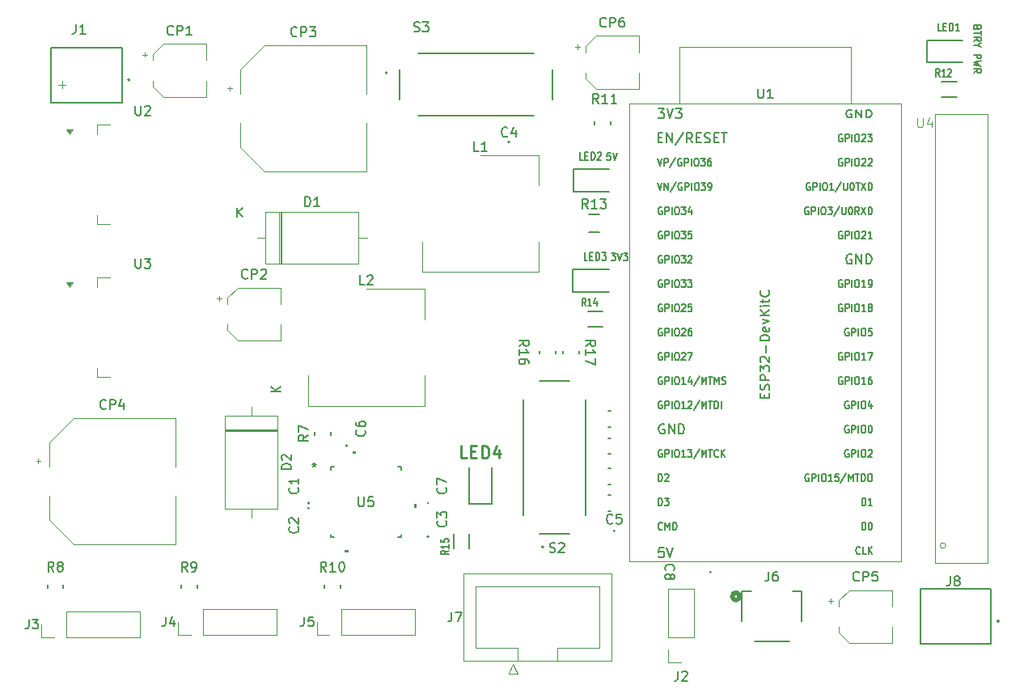
<source format=gbr>
%TF.GenerationSoftware,KiCad,Pcbnew,8.0.8*%
%TF.CreationDate,2025-02-25T19:57:37-05:00*%
%TF.ProjectId,draft,64726166-742e-46b6-9963-61645f706362,rev?*%
%TF.SameCoordinates,Original*%
%TF.FileFunction,Legend,Top*%
%TF.FilePolarity,Positive*%
%FSLAX46Y46*%
G04 Gerber Fmt 4.6, Leading zero omitted, Abs format (unit mm)*
G04 Created by KiCad (PCBNEW 8.0.8) date 2025-02-25 19:57:37*
%MOMM*%
%LPD*%
G01*
G04 APERTURE LIST*
%ADD10C,0.175000*%
%ADD11C,0.100000*%
%ADD12C,0.150000*%
%ADD13C,0.254000*%
%ADD14C,0.152400*%
%ADD15C,0.120000*%
%ADD16C,0.508000*%
%ADD17C,0.127000*%
%ADD18C,0.200000*%
%ADD19C,0.000000*%
G04 APERTURE END LIST*
D10*
X168715131Y-72592995D02*
X169148464Y-72592995D01*
X169148464Y-72592995D02*
X168915131Y-72897757D01*
X168915131Y-72897757D02*
X169015131Y-72897757D01*
X169015131Y-72897757D02*
X169081797Y-72935852D01*
X169081797Y-72935852D02*
X169115131Y-72973947D01*
X169115131Y-72973947D02*
X169148464Y-73050138D01*
X169148464Y-73050138D02*
X169148464Y-73240614D01*
X169148464Y-73240614D02*
X169115131Y-73316804D01*
X169115131Y-73316804D02*
X169081797Y-73354900D01*
X169081797Y-73354900D02*
X169015131Y-73392995D01*
X169015131Y-73392995D02*
X168815131Y-73392995D01*
X168815131Y-73392995D02*
X168748464Y-73354900D01*
X168748464Y-73354900D02*
X168715131Y-73316804D01*
X169348464Y-72592995D02*
X169581798Y-73392995D01*
X169581798Y-73392995D02*
X169815131Y-72592995D01*
X169981798Y-72592995D02*
X170415131Y-72592995D01*
X170415131Y-72592995D02*
X170181798Y-72897757D01*
X170181798Y-72897757D02*
X170281798Y-72897757D01*
X170281798Y-72897757D02*
X170348464Y-72935852D01*
X170348464Y-72935852D02*
X170381798Y-72973947D01*
X170381798Y-72973947D02*
X170415131Y-73050138D01*
X170415131Y-73050138D02*
X170415131Y-73240614D01*
X170415131Y-73240614D02*
X170381798Y-73316804D01*
X170381798Y-73316804D02*
X170348464Y-73354900D01*
X170348464Y-73354900D02*
X170281798Y-73392995D01*
X170281798Y-73392995D02*
X170081798Y-73392995D01*
X170081798Y-73392995D02*
X170015131Y-73354900D01*
X170015131Y-73354900D02*
X169981798Y-73316804D01*
X168615131Y-62092995D02*
X168281797Y-62092995D01*
X168281797Y-62092995D02*
X168248464Y-62473947D01*
X168248464Y-62473947D02*
X168281797Y-62435852D01*
X168281797Y-62435852D02*
X168348464Y-62397757D01*
X168348464Y-62397757D02*
X168515131Y-62397757D01*
X168515131Y-62397757D02*
X168581797Y-62435852D01*
X168581797Y-62435852D02*
X168615131Y-62473947D01*
X168615131Y-62473947D02*
X168648464Y-62550138D01*
X168648464Y-62550138D02*
X168648464Y-62740614D01*
X168648464Y-62740614D02*
X168615131Y-62816804D01*
X168615131Y-62816804D02*
X168581797Y-62854900D01*
X168581797Y-62854900D02*
X168515131Y-62892995D01*
X168515131Y-62892995D02*
X168348464Y-62892995D01*
X168348464Y-62892995D02*
X168281797Y-62854900D01*
X168281797Y-62854900D02*
X168248464Y-62816804D01*
X168848464Y-62092995D02*
X169081798Y-62892995D01*
X169081798Y-62892995D02*
X169315131Y-62092995D01*
X207026052Y-49015131D02*
X206987957Y-49115131D01*
X206987957Y-49115131D02*
X206949861Y-49148464D01*
X206949861Y-49148464D02*
X206873671Y-49181797D01*
X206873671Y-49181797D02*
X206759385Y-49181797D01*
X206759385Y-49181797D02*
X206683195Y-49148464D01*
X206683195Y-49148464D02*
X206645100Y-49115131D01*
X206645100Y-49115131D02*
X206607004Y-49048464D01*
X206607004Y-49048464D02*
X206607004Y-48781797D01*
X206607004Y-48781797D02*
X207407004Y-48781797D01*
X207407004Y-48781797D02*
X207407004Y-49015131D01*
X207407004Y-49015131D02*
X207368909Y-49081797D01*
X207368909Y-49081797D02*
X207330814Y-49115131D01*
X207330814Y-49115131D02*
X207254623Y-49148464D01*
X207254623Y-49148464D02*
X207178433Y-49148464D01*
X207178433Y-49148464D02*
X207102242Y-49115131D01*
X207102242Y-49115131D02*
X207064147Y-49081797D01*
X207064147Y-49081797D02*
X207026052Y-49015131D01*
X207026052Y-49015131D02*
X207026052Y-48781797D01*
X207407004Y-49381797D02*
X207407004Y-49781797D01*
X206607004Y-49581797D02*
X207407004Y-49581797D01*
X206607004Y-50415130D02*
X206987957Y-50181797D01*
X206607004Y-50015130D02*
X207407004Y-50015130D01*
X207407004Y-50015130D02*
X207407004Y-50281797D01*
X207407004Y-50281797D02*
X207368909Y-50348464D01*
X207368909Y-50348464D02*
X207330814Y-50381797D01*
X207330814Y-50381797D02*
X207254623Y-50415130D01*
X207254623Y-50415130D02*
X207140338Y-50415130D01*
X207140338Y-50415130D02*
X207064147Y-50381797D01*
X207064147Y-50381797D02*
X207026052Y-50348464D01*
X207026052Y-50348464D02*
X206987957Y-50281797D01*
X206987957Y-50281797D02*
X206987957Y-50015130D01*
X206987957Y-50848464D02*
X206607004Y-50848464D01*
X207407004Y-50615130D02*
X206987957Y-50848464D01*
X206987957Y-50848464D02*
X207407004Y-51081797D01*
X206607004Y-51848463D02*
X207407004Y-51848463D01*
X207407004Y-51848463D02*
X207407004Y-52115130D01*
X207407004Y-52115130D02*
X207368909Y-52181797D01*
X207368909Y-52181797D02*
X207330814Y-52215130D01*
X207330814Y-52215130D02*
X207254623Y-52248463D01*
X207254623Y-52248463D02*
X207140338Y-52248463D01*
X207140338Y-52248463D02*
X207064147Y-52215130D01*
X207064147Y-52215130D02*
X207026052Y-52181797D01*
X207026052Y-52181797D02*
X206987957Y-52115130D01*
X206987957Y-52115130D02*
X206987957Y-51848463D01*
X207407004Y-52481797D02*
X206607004Y-52648463D01*
X206607004Y-52648463D02*
X207178433Y-52781797D01*
X207178433Y-52781797D02*
X206607004Y-52915130D01*
X206607004Y-52915130D02*
X207407004Y-53081797D01*
X206607004Y-53748463D02*
X206987957Y-53515130D01*
X206607004Y-53348463D02*
X207407004Y-53348463D01*
X207407004Y-53348463D02*
X207407004Y-53615130D01*
X207407004Y-53615130D02*
X207368909Y-53681797D01*
X207368909Y-53681797D02*
X207330814Y-53715130D01*
X207330814Y-53715130D02*
X207254623Y-53748463D01*
X207254623Y-53748463D02*
X207140338Y-53748463D01*
X207140338Y-53748463D02*
X207064147Y-53715130D01*
X207064147Y-53715130D02*
X207026052Y-53681797D01*
X207026052Y-53681797D02*
X206987957Y-53615130D01*
X206987957Y-53615130D02*
X206987957Y-53348463D01*
D11*
X110803884Y-54991466D02*
X111565789Y-54991466D01*
X111184836Y-55372419D02*
X111184836Y-54610514D01*
D12*
X122036666Y-110705519D02*
X122036666Y-111419804D01*
X122036666Y-111419804D02*
X121989047Y-111562661D01*
X121989047Y-111562661D02*
X121893809Y-111657900D01*
X121893809Y-111657900D02*
X121750952Y-111705519D01*
X121750952Y-111705519D02*
X121655714Y-111705519D01*
X122941428Y-111038852D02*
X122941428Y-111705519D01*
X122703333Y-110657900D02*
X122465238Y-111372185D01*
X122465238Y-111372185D02*
X123084285Y-111372185D01*
X185166666Y-105954819D02*
X185166666Y-106669104D01*
X185166666Y-106669104D02*
X185119047Y-106811961D01*
X185119047Y-106811961D02*
X185023809Y-106907200D01*
X185023809Y-106907200D02*
X184880952Y-106954819D01*
X184880952Y-106954819D02*
X184785714Y-106954819D01*
X186071428Y-105954819D02*
X185880952Y-105954819D01*
X185880952Y-105954819D02*
X185785714Y-106002438D01*
X185785714Y-106002438D02*
X185738095Y-106050057D01*
X185738095Y-106050057D02*
X185642857Y-106192914D01*
X185642857Y-106192914D02*
X185595238Y-106383390D01*
X185595238Y-106383390D02*
X185595238Y-106764342D01*
X185595238Y-106764342D02*
X185642857Y-106859580D01*
X185642857Y-106859580D02*
X185690476Y-106907200D01*
X185690476Y-106907200D02*
X185785714Y-106954819D01*
X185785714Y-106954819D02*
X185976190Y-106954819D01*
X185976190Y-106954819D02*
X186071428Y-106907200D01*
X186071428Y-106907200D02*
X186119047Y-106859580D01*
X186119047Y-106859580D02*
X186166666Y-106764342D01*
X186166666Y-106764342D02*
X186166666Y-106526247D01*
X186166666Y-106526247D02*
X186119047Y-106431009D01*
X186119047Y-106431009D02*
X186071428Y-106383390D01*
X186071428Y-106383390D02*
X185976190Y-106335771D01*
X185976190Y-106335771D02*
X185785714Y-106335771D01*
X185785714Y-106335771D02*
X185690476Y-106383390D01*
X185690476Y-106383390D02*
X185642857Y-106431009D01*
X185642857Y-106431009D02*
X185595238Y-106526247D01*
X167357142Y-56954819D02*
X167023809Y-56478628D01*
X166785714Y-56954819D02*
X166785714Y-55954819D01*
X166785714Y-55954819D02*
X167166666Y-55954819D01*
X167166666Y-55954819D02*
X167261904Y-56002438D01*
X167261904Y-56002438D02*
X167309523Y-56050057D01*
X167309523Y-56050057D02*
X167357142Y-56145295D01*
X167357142Y-56145295D02*
X167357142Y-56288152D01*
X167357142Y-56288152D02*
X167309523Y-56383390D01*
X167309523Y-56383390D02*
X167261904Y-56431009D01*
X167261904Y-56431009D02*
X167166666Y-56478628D01*
X167166666Y-56478628D02*
X166785714Y-56478628D01*
X168309523Y-56954819D02*
X167738095Y-56954819D01*
X168023809Y-56954819D02*
X168023809Y-55954819D01*
X168023809Y-55954819D02*
X167928571Y-56097676D01*
X167928571Y-56097676D02*
X167833333Y-56192914D01*
X167833333Y-56192914D02*
X167738095Y-56240533D01*
X169261904Y-56954819D02*
X168690476Y-56954819D01*
X168976190Y-56954819D02*
X168976190Y-55954819D01*
X168976190Y-55954819D02*
X168880952Y-56097676D01*
X168880952Y-56097676D02*
X168785714Y-56192914D01*
X168785714Y-56192914D02*
X168690476Y-56240533D01*
X135859580Y-101288966D02*
X135907200Y-101336585D01*
X135907200Y-101336585D02*
X135954819Y-101479442D01*
X135954819Y-101479442D02*
X135954819Y-101574680D01*
X135954819Y-101574680D02*
X135907200Y-101717537D01*
X135907200Y-101717537D02*
X135811961Y-101812775D01*
X135811961Y-101812775D02*
X135716723Y-101860394D01*
X135716723Y-101860394D02*
X135526247Y-101908013D01*
X135526247Y-101908013D02*
X135383390Y-101908013D01*
X135383390Y-101908013D02*
X135192914Y-101860394D01*
X135192914Y-101860394D02*
X135097676Y-101812775D01*
X135097676Y-101812775D02*
X135002438Y-101717537D01*
X135002438Y-101717537D02*
X134954819Y-101574680D01*
X134954819Y-101574680D02*
X134954819Y-101479442D01*
X134954819Y-101479442D02*
X135002438Y-101336585D01*
X135002438Y-101336585D02*
X135050057Y-101288966D01*
X135050057Y-100908013D02*
X135002438Y-100860394D01*
X135002438Y-100860394D02*
X134954819Y-100765156D01*
X134954819Y-100765156D02*
X134954819Y-100527061D01*
X134954819Y-100527061D02*
X135002438Y-100431823D01*
X135002438Y-100431823D02*
X135050057Y-100384204D01*
X135050057Y-100384204D02*
X135145295Y-100336585D01*
X135145295Y-100336585D02*
X135240533Y-100336585D01*
X135240533Y-100336585D02*
X135383390Y-100384204D01*
X135383390Y-100384204D02*
X135954819Y-100955632D01*
X135954819Y-100955632D02*
X135954819Y-100336585D01*
D11*
X200738095Y-58457419D02*
X200738095Y-59266942D01*
X200738095Y-59266942D02*
X200785714Y-59362180D01*
X200785714Y-59362180D02*
X200833333Y-59409800D01*
X200833333Y-59409800D02*
X200928571Y-59457419D01*
X200928571Y-59457419D02*
X201119047Y-59457419D01*
X201119047Y-59457419D02*
X201214285Y-59409800D01*
X201214285Y-59409800D02*
X201261904Y-59362180D01*
X201261904Y-59362180D02*
X201309523Y-59266942D01*
X201309523Y-59266942D02*
X201309523Y-58457419D01*
X202214285Y-58790752D02*
X202214285Y-59457419D01*
X201976190Y-58409800D02*
X201738095Y-59124085D01*
X201738095Y-59124085D02*
X202357142Y-59124085D01*
D12*
X148038095Y-49397200D02*
X148180952Y-49444819D01*
X148180952Y-49444819D02*
X148419047Y-49444819D01*
X148419047Y-49444819D02*
X148514285Y-49397200D01*
X148514285Y-49397200D02*
X148561904Y-49349580D01*
X148561904Y-49349580D02*
X148609523Y-49254342D01*
X148609523Y-49254342D02*
X148609523Y-49159104D01*
X148609523Y-49159104D02*
X148561904Y-49063866D01*
X148561904Y-49063866D02*
X148514285Y-49016247D01*
X148514285Y-49016247D02*
X148419047Y-48968628D01*
X148419047Y-48968628D02*
X148228571Y-48921009D01*
X148228571Y-48921009D02*
X148133333Y-48873390D01*
X148133333Y-48873390D02*
X148085714Y-48825771D01*
X148085714Y-48825771D02*
X148038095Y-48730533D01*
X148038095Y-48730533D02*
X148038095Y-48635295D01*
X148038095Y-48635295D02*
X148085714Y-48540057D01*
X148085714Y-48540057D02*
X148133333Y-48492438D01*
X148133333Y-48492438D02*
X148228571Y-48444819D01*
X148228571Y-48444819D02*
X148466666Y-48444819D01*
X148466666Y-48444819D02*
X148609523Y-48492438D01*
X148942857Y-48444819D02*
X149561904Y-48444819D01*
X149561904Y-48444819D02*
X149228571Y-48825771D01*
X149228571Y-48825771D02*
X149371428Y-48825771D01*
X149371428Y-48825771D02*
X149466666Y-48873390D01*
X149466666Y-48873390D02*
X149514285Y-48921009D01*
X149514285Y-48921009D02*
X149561904Y-49016247D01*
X149561904Y-49016247D02*
X149561904Y-49254342D01*
X149561904Y-49254342D02*
X149514285Y-49349580D01*
X149514285Y-49349580D02*
X149466666Y-49397200D01*
X149466666Y-49397200D02*
X149371428Y-49444819D01*
X149371428Y-49444819D02*
X149085714Y-49444819D01*
X149085714Y-49444819D02*
X148990476Y-49397200D01*
X148990476Y-49397200D02*
X148942857Y-49349580D01*
X151986666Y-110184819D02*
X151986666Y-110899104D01*
X151986666Y-110899104D02*
X151939047Y-111041961D01*
X151939047Y-111041961D02*
X151843809Y-111137200D01*
X151843809Y-111137200D02*
X151700952Y-111184819D01*
X151700952Y-111184819D02*
X151605714Y-111184819D01*
X152367619Y-110184819D02*
X153034285Y-110184819D01*
X153034285Y-110184819D02*
X152605714Y-111184819D01*
X157833333Y-60359580D02*
X157785714Y-60407200D01*
X157785714Y-60407200D02*
X157642857Y-60454819D01*
X157642857Y-60454819D02*
X157547619Y-60454819D01*
X157547619Y-60454819D02*
X157404762Y-60407200D01*
X157404762Y-60407200D02*
X157309524Y-60311961D01*
X157309524Y-60311961D02*
X157261905Y-60216723D01*
X157261905Y-60216723D02*
X157214286Y-60026247D01*
X157214286Y-60026247D02*
X157214286Y-59883390D01*
X157214286Y-59883390D02*
X157261905Y-59692914D01*
X157261905Y-59692914D02*
X157309524Y-59597676D01*
X157309524Y-59597676D02*
X157404762Y-59502438D01*
X157404762Y-59502438D02*
X157547619Y-59454819D01*
X157547619Y-59454819D02*
X157642857Y-59454819D01*
X157642857Y-59454819D02*
X157785714Y-59502438D01*
X157785714Y-59502438D02*
X157833333Y-59550057D01*
X158690476Y-59788152D02*
X158690476Y-60454819D01*
X158452381Y-59407200D02*
X158214286Y-60121485D01*
X158214286Y-60121485D02*
X158833333Y-60121485D01*
X159045180Y-82357142D02*
X159521371Y-82023809D01*
X159045180Y-81785714D02*
X160045180Y-81785714D01*
X160045180Y-81785714D02*
X160045180Y-82166666D01*
X160045180Y-82166666D02*
X159997561Y-82261904D01*
X159997561Y-82261904D02*
X159949942Y-82309523D01*
X159949942Y-82309523D02*
X159854704Y-82357142D01*
X159854704Y-82357142D02*
X159711847Y-82357142D01*
X159711847Y-82357142D02*
X159616609Y-82309523D01*
X159616609Y-82309523D02*
X159568990Y-82261904D01*
X159568990Y-82261904D02*
X159521371Y-82166666D01*
X159521371Y-82166666D02*
X159521371Y-81785714D01*
X159045180Y-83309523D02*
X159045180Y-82738095D01*
X159045180Y-83023809D02*
X160045180Y-83023809D01*
X160045180Y-83023809D02*
X159902323Y-82928571D01*
X159902323Y-82928571D02*
X159807085Y-82833333D01*
X159807085Y-82833333D02*
X159759466Y-82738095D01*
X160045180Y-84166666D02*
X160045180Y-83976190D01*
X160045180Y-83976190D02*
X159997561Y-83880952D01*
X159997561Y-83880952D02*
X159949942Y-83833333D01*
X159949942Y-83833333D02*
X159807085Y-83738095D01*
X159807085Y-83738095D02*
X159616609Y-83690476D01*
X159616609Y-83690476D02*
X159235657Y-83690476D01*
X159235657Y-83690476D02*
X159140419Y-83738095D01*
X159140419Y-83738095D02*
X159092800Y-83785714D01*
X159092800Y-83785714D02*
X159045180Y-83880952D01*
X159045180Y-83880952D02*
X159045180Y-84071428D01*
X159045180Y-84071428D02*
X159092800Y-84166666D01*
X159092800Y-84166666D02*
X159140419Y-84214285D01*
X159140419Y-84214285D02*
X159235657Y-84261904D01*
X159235657Y-84261904D02*
X159473752Y-84261904D01*
X159473752Y-84261904D02*
X159568990Y-84214285D01*
X159568990Y-84214285D02*
X159616609Y-84166666D01*
X159616609Y-84166666D02*
X159664228Y-84071428D01*
X159664228Y-84071428D02*
X159664228Y-83880952D01*
X159664228Y-83880952D02*
X159616609Y-83785714D01*
X159616609Y-83785714D02*
X159568990Y-83738095D01*
X159568990Y-83738095D02*
X159473752Y-83690476D01*
X118888095Y-57204819D02*
X118888095Y-58014342D01*
X118888095Y-58014342D02*
X118935714Y-58109580D01*
X118935714Y-58109580D02*
X118983333Y-58157200D01*
X118983333Y-58157200D02*
X119078571Y-58204819D01*
X119078571Y-58204819D02*
X119269047Y-58204819D01*
X119269047Y-58204819D02*
X119364285Y-58157200D01*
X119364285Y-58157200D02*
X119411904Y-58109580D01*
X119411904Y-58109580D02*
X119459523Y-58014342D01*
X119459523Y-58014342D02*
X119459523Y-57204819D01*
X119888095Y-57300057D02*
X119935714Y-57252438D01*
X119935714Y-57252438D02*
X120030952Y-57204819D01*
X120030952Y-57204819D02*
X120269047Y-57204819D01*
X120269047Y-57204819D02*
X120364285Y-57252438D01*
X120364285Y-57252438D02*
X120411904Y-57300057D01*
X120411904Y-57300057D02*
X120459523Y-57395295D01*
X120459523Y-57395295D02*
X120459523Y-57490533D01*
X120459523Y-57490533D02*
X120411904Y-57633390D01*
X120411904Y-57633390D02*
X119840476Y-58204819D01*
X119840476Y-58204819D02*
X120459523Y-58204819D01*
X174415119Y-105833333D02*
X174367500Y-105785714D01*
X174367500Y-105785714D02*
X174319880Y-105642857D01*
X174319880Y-105642857D02*
X174319880Y-105547619D01*
X174319880Y-105547619D02*
X174367500Y-105404762D01*
X174367500Y-105404762D02*
X174462738Y-105309524D01*
X174462738Y-105309524D02*
X174557976Y-105261905D01*
X174557976Y-105261905D02*
X174748452Y-105214286D01*
X174748452Y-105214286D02*
X174891309Y-105214286D01*
X174891309Y-105214286D02*
X175081785Y-105261905D01*
X175081785Y-105261905D02*
X175177023Y-105309524D01*
X175177023Y-105309524D02*
X175272261Y-105404762D01*
X175272261Y-105404762D02*
X175319880Y-105547619D01*
X175319880Y-105547619D02*
X175319880Y-105642857D01*
X175319880Y-105642857D02*
X175272261Y-105785714D01*
X175272261Y-105785714D02*
X175224642Y-105833333D01*
X174891309Y-106404762D02*
X174938928Y-106309524D01*
X174938928Y-106309524D02*
X174986547Y-106261905D01*
X174986547Y-106261905D02*
X175081785Y-106214286D01*
X175081785Y-106214286D02*
X175129404Y-106214286D01*
X175129404Y-106214286D02*
X175224642Y-106261905D01*
X175224642Y-106261905D02*
X175272261Y-106309524D01*
X175272261Y-106309524D02*
X175319880Y-106404762D01*
X175319880Y-106404762D02*
X175319880Y-106595238D01*
X175319880Y-106595238D02*
X175272261Y-106690476D01*
X175272261Y-106690476D02*
X175224642Y-106738095D01*
X175224642Y-106738095D02*
X175129404Y-106785714D01*
X175129404Y-106785714D02*
X175081785Y-106785714D01*
X175081785Y-106785714D02*
X174986547Y-106738095D01*
X174986547Y-106738095D02*
X174938928Y-106690476D01*
X174938928Y-106690476D02*
X174891309Y-106595238D01*
X174891309Y-106595238D02*
X174891309Y-106404762D01*
X174891309Y-106404762D02*
X174843690Y-106309524D01*
X174843690Y-106309524D02*
X174796071Y-106261905D01*
X174796071Y-106261905D02*
X174700833Y-106214286D01*
X174700833Y-106214286D02*
X174510357Y-106214286D01*
X174510357Y-106214286D02*
X174415119Y-106261905D01*
X174415119Y-106261905D02*
X174367500Y-106309524D01*
X174367500Y-106309524D02*
X174319880Y-106404762D01*
X174319880Y-106404762D02*
X174319880Y-106595238D01*
X174319880Y-106595238D02*
X174367500Y-106690476D01*
X174367500Y-106690476D02*
X174415119Y-106738095D01*
X174415119Y-106738095D02*
X174510357Y-106785714D01*
X174510357Y-106785714D02*
X174700833Y-106785714D01*
X174700833Y-106785714D02*
X174796071Y-106738095D01*
X174796071Y-106738095D02*
X174843690Y-106690476D01*
X174843690Y-106690476D02*
X174891309Y-106595238D01*
D10*
X165716667Y-62860995D02*
X165383333Y-62860995D01*
X165383333Y-62860995D02*
X165383333Y-62060995D01*
X165950000Y-62441947D02*
X166183334Y-62441947D01*
X166283334Y-62860995D02*
X165950000Y-62860995D01*
X165950000Y-62860995D02*
X165950000Y-62060995D01*
X165950000Y-62060995D02*
X166283334Y-62060995D01*
X166583333Y-62860995D02*
X166583333Y-62060995D01*
X166583333Y-62060995D02*
X166750000Y-62060995D01*
X166750000Y-62060995D02*
X166850000Y-62099090D01*
X166850000Y-62099090D02*
X166916667Y-62175280D01*
X166916667Y-62175280D02*
X166950000Y-62251471D01*
X166950000Y-62251471D02*
X166983333Y-62403852D01*
X166983333Y-62403852D02*
X166983333Y-62518138D01*
X166983333Y-62518138D02*
X166950000Y-62670519D01*
X166950000Y-62670519D02*
X166916667Y-62746709D01*
X166916667Y-62746709D02*
X166850000Y-62822900D01*
X166850000Y-62822900D02*
X166750000Y-62860995D01*
X166750000Y-62860995D02*
X166583333Y-62860995D01*
X167250000Y-62137185D02*
X167283333Y-62099090D01*
X167283333Y-62099090D02*
X167350000Y-62060995D01*
X167350000Y-62060995D02*
X167516667Y-62060995D01*
X167516667Y-62060995D02*
X167583333Y-62099090D01*
X167583333Y-62099090D02*
X167616667Y-62137185D01*
X167616667Y-62137185D02*
X167650000Y-62213376D01*
X167650000Y-62213376D02*
X167650000Y-62289566D01*
X167650000Y-62289566D02*
X167616667Y-62403852D01*
X167616667Y-62403852D02*
X167216667Y-62860995D01*
X167216667Y-62860995D02*
X167650000Y-62860995D01*
D12*
X142238094Y-98154018D02*
X142238094Y-98963541D01*
X142238094Y-98963541D02*
X142285713Y-99058779D01*
X142285713Y-99058779D02*
X142333332Y-99106399D01*
X142333332Y-99106399D02*
X142428570Y-99154018D01*
X142428570Y-99154018D02*
X142619046Y-99154018D01*
X142619046Y-99154018D02*
X142714284Y-99106399D01*
X142714284Y-99106399D02*
X142761903Y-99058779D01*
X142761903Y-99058779D02*
X142809522Y-98963541D01*
X142809522Y-98963541D02*
X142809522Y-98154018D01*
X143761903Y-98154018D02*
X143285713Y-98154018D01*
X143285713Y-98154018D02*
X143238094Y-98630208D01*
X143238094Y-98630208D02*
X143285713Y-98582589D01*
X143285713Y-98582589D02*
X143380951Y-98534970D01*
X143380951Y-98534970D02*
X143619046Y-98534970D01*
X143619046Y-98534970D02*
X143714284Y-98582589D01*
X143714284Y-98582589D02*
X143761903Y-98630208D01*
X143761903Y-98630208D02*
X143809522Y-98725446D01*
X143809522Y-98725446D02*
X143809522Y-98963541D01*
X143809522Y-98963541D02*
X143761903Y-99058779D01*
X143761903Y-99058779D02*
X143714284Y-99106399D01*
X143714284Y-99106399D02*
X143619046Y-99154018D01*
X143619046Y-99154018D02*
X143380951Y-99154018D01*
X143380951Y-99154018D02*
X143285713Y-99106399D01*
X143285713Y-99106399D02*
X143238094Y-99058779D01*
X137587600Y-94573018D02*
X137587600Y-94811113D01*
X137349505Y-94715875D02*
X137587600Y-94811113D01*
X137587600Y-94811113D02*
X137825695Y-94715875D01*
X137444743Y-95001589D02*
X137587600Y-94811113D01*
X137587600Y-94811113D02*
X137730457Y-95001589D01*
X135859580Y-97166666D02*
X135907200Y-97214285D01*
X135907200Y-97214285D02*
X135954819Y-97357142D01*
X135954819Y-97357142D02*
X135954819Y-97452380D01*
X135954819Y-97452380D02*
X135907200Y-97595237D01*
X135907200Y-97595237D02*
X135811961Y-97690475D01*
X135811961Y-97690475D02*
X135716723Y-97738094D01*
X135716723Y-97738094D02*
X135526247Y-97785713D01*
X135526247Y-97785713D02*
X135383390Y-97785713D01*
X135383390Y-97785713D02*
X135192914Y-97738094D01*
X135192914Y-97738094D02*
X135097676Y-97690475D01*
X135097676Y-97690475D02*
X135002438Y-97595237D01*
X135002438Y-97595237D02*
X134954819Y-97452380D01*
X134954819Y-97452380D02*
X134954819Y-97357142D01*
X134954819Y-97357142D02*
X135002438Y-97214285D01*
X135002438Y-97214285D02*
X135050057Y-97166666D01*
X135954819Y-96214285D02*
X135954819Y-96785713D01*
X135954819Y-96499999D02*
X134954819Y-96499999D01*
X134954819Y-96499999D02*
X135097676Y-96595237D01*
X135097676Y-96595237D02*
X135192914Y-96690475D01*
X135192914Y-96690475D02*
X135240533Y-96785713D01*
X151359580Y-97166666D02*
X151407200Y-97214285D01*
X151407200Y-97214285D02*
X151454819Y-97357142D01*
X151454819Y-97357142D02*
X151454819Y-97452380D01*
X151454819Y-97452380D02*
X151407200Y-97595237D01*
X151407200Y-97595237D02*
X151311961Y-97690475D01*
X151311961Y-97690475D02*
X151216723Y-97738094D01*
X151216723Y-97738094D02*
X151026247Y-97785713D01*
X151026247Y-97785713D02*
X150883390Y-97785713D01*
X150883390Y-97785713D02*
X150692914Y-97738094D01*
X150692914Y-97738094D02*
X150597676Y-97690475D01*
X150597676Y-97690475D02*
X150502438Y-97595237D01*
X150502438Y-97595237D02*
X150454819Y-97452380D01*
X150454819Y-97452380D02*
X150454819Y-97357142D01*
X150454819Y-97357142D02*
X150502438Y-97214285D01*
X150502438Y-97214285D02*
X150550057Y-97166666D01*
X150454819Y-96833332D02*
X150454819Y-96166666D01*
X150454819Y-96166666D02*
X151454819Y-96595237D01*
X142859580Y-91166666D02*
X142907200Y-91214285D01*
X142907200Y-91214285D02*
X142954819Y-91357142D01*
X142954819Y-91357142D02*
X142954819Y-91452380D01*
X142954819Y-91452380D02*
X142907200Y-91595237D01*
X142907200Y-91595237D02*
X142811961Y-91690475D01*
X142811961Y-91690475D02*
X142716723Y-91738094D01*
X142716723Y-91738094D02*
X142526247Y-91785713D01*
X142526247Y-91785713D02*
X142383390Y-91785713D01*
X142383390Y-91785713D02*
X142192914Y-91738094D01*
X142192914Y-91738094D02*
X142097676Y-91690475D01*
X142097676Y-91690475D02*
X142002438Y-91595237D01*
X142002438Y-91595237D02*
X141954819Y-91452380D01*
X141954819Y-91452380D02*
X141954819Y-91357142D01*
X141954819Y-91357142D02*
X142002438Y-91214285D01*
X142002438Y-91214285D02*
X142050057Y-91166666D01*
X141954819Y-90309523D02*
X141954819Y-90499999D01*
X141954819Y-90499999D02*
X142002438Y-90595237D01*
X142002438Y-90595237D02*
X142050057Y-90642856D01*
X142050057Y-90642856D02*
X142192914Y-90738094D01*
X142192914Y-90738094D02*
X142383390Y-90785713D01*
X142383390Y-90785713D02*
X142764342Y-90785713D01*
X142764342Y-90785713D02*
X142859580Y-90738094D01*
X142859580Y-90738094D02*
X142907200Y-90690475D01*
X142907200Y-90690475D02*
X142954819Y-90595237D01*
X142954819Y-90595237D02*
X142954819Y-90404761D01*
X142954819Y-90404761D02*
X142907200Y-90309523D01*
X142907200Y-90309523D02*
X142859580Y-90261904D01*
X142859580Y-90261904D02*
X142764342Y-90214285D01*
X142764342Y-90214285D02*
X142526247Y-90214285D01*
X142526247Y-90214285D02*
X142431009Y-90261904D01*
X142431009Y-90261904D02*
X142383390Y-90309523D01*
X142383390Y-90309523D02*
X142335771Y-90404761D01*
X142335771Y-90404761D02*
X142335771Y-90595237D01*
X142335771Y-90595237D02*
X142383390Y-90690475D01*
X142383390Y-90690475D02*
X142431009Y-90738094D01*
X142431009Y-90738094D02*
X142526247Y-90785713D01*
D10*
X166216667Y-73360995D02*
X165883333Y-73360995D01*
X165883333Y-73360995D02*
X165883333Y-72560995D01*
X166450000Y-72941947D02*
X166683334Y-72941947D01*
X166783334Y-73360995D02*
X166450000Y-73360995D01*
X166450000Y-73360995D02*
X166450000Y-72560995D01*
X166450000Y-72560995D02*
X166783334Y-72560995D01*
X167083333Y-73360995D02*
X167083333Y-72560995D01*
X167083333Y-72560995D02*
X167250000Y-72560995D01*
X167250000Y-72560995D02*
X167350000Y-72599090D01*
X167350000Y-72599090D02*
X167416667Y-72675280D01*
X167416667Y-72675280D02*
X167450000Y-72751471D01*
X167450000Y-72751471D02*
X167483333Y-72903852D01*
X167483333Y-72903852D02*
X167483333Y-73018138D01*
X167483333Y-73018138D02*
X167450000Y-73170519D01*
X167450000Y-73170519D02*
X167416667Y-73246709D01*
X167416667Y-73246709D02*
X167350000Y-73322900D01*
X167350000Y-73322900D02*
X167250000Y-73360995D01*
X167250000Y-73360995D02*
X167083333Y-73360995D01*
X167716667Y-72560995D02*
X168150000Y-72560995D01*
X168150000Y-72560995D02*
X167916667Y-72865757D01*
X167916667Y-72865757D02*
X168016667Y-72865757D01*
X168016667Y-72865757D02*
X168083333Y-72903852D01*
X168083333Y-72903852D02*
X168116667Y-72941947D01*
X168116667Y-72941947D02*
X168150000Y-73018138D01*
X168150000Y-73018138D02*
X168150000Y-73208614D01*
X168150000Y-73208614D02*
X168116667Y-73284804D01*
X168116667Y-73284804D02*
X168083333Y-73322900D01*
X168083333Y-73322900D02*
X168016667Y-73360995D01*
X168016667Y-73360995D02*
X167816667Y-73360995D01*
X167816667Y-73360995D02*
X167750000Y-73322900D01*
X167750000Y-73322900D02*
X167716667Y-73284804D01*
D12*
X203070571Y-54155895D02*
X202857237Y-53774942D01*
X202704856Y-54155895D02*
X202704856Y-53355895D01*
X202704856Y-53355895D02*
X202948666Y-53355895D01*
X202948666Y-53355895D02*
X203009618Y-53393990D01*
X203009618Y-53393990D02*
X203040095Y-53432085D01*
X203040095Y-53432085D02*
X203070571Y-53508276D01*
X203070571Y-53508276D02*
X203070571Y-53622561D01*
X203070571Y-53622561D02*
X203040095Y-53698752D01*
X203040095Y-53698752D02*
X203009618Y-53736847D01*
X203009618Y-53736847D02*
X202948666Y-53774942D01*
X202948666Y-53774942D02*
X202704856Y-53774942D01*
X203680095Y-54155895D02*
X203314380Y-54155895D01*
X203497237Y-54155895D02*
X203497237Y-53355895D01*
X203497237Y-53355895D02*
X203436285Y-53470180D01*
X203436285Y-53470180D02*
X203375333Y-53546371D01*
X203375333Y-53546371D02*
X203314380Y-53584466D01*
X203923904Y-53432085D02*
X203954380Y-53393990D01*
X203954380Y-53393990D02*
X204015333Y-53355895D01*
X204015333Y-53355895D02*
X204167714Y-53355895D01*
X204167714Y-53355895D02*
X204228666Y-53393990D01*
X204228666Y-53393990D02*
X204259142Y-53432085D01*
X204259142Y-53432085D02*
X204289619Y-53508276D01*
X204289619Y-53508276D02*
X204289619Y-53584466D01*
X204289619Y-53584466D02*
X204259142Y-53698752D01*
X204259142Y-53698752D02*
X203893428Y-54155895D01*
X203893428Y-54155895D02*
X204289619Y-54155895D01*
X130633333Y-75209580D02*
X130585714Y-75257200D01*
X130585714Y-75257200D02*
X130442857Y-75304819D01*
X130442857Y-75304819D02*
X130347619Y-75304819D01*
X130347619Y-75304819D02*
X130204762Y-75257200D01*
X130204762Y-75257200D02*
X130109524Y-75161961D01*
X130109524Y-75161961D02*
X130061905Y-75066723D01*
X130061905Y-75066723D02*
X130014286Y-74876247D01*
X130014286Y-74876247D02*
X130014286Y-74733390D01*
X130014286Y-74733390D02*
X130061905Y-74542914D01*
X130061905Y-74542914D02*
X130109524Y-74447676D01*
X130109524Y-74447676D02*
X130204762Y-74352438D01*
X130204762Y-74352438D02*
X130347619Y-74304819D01*
X130347619Y-74304819D02*
X130442857Y-74304819D01*
X130442857Y-74304819D02*
X130585714Y-74352438D01*
X130585714Y-74352438D02*
X130633333Y-74400057D01*
X131061905Y-75304819D02*
X131061905Y-74304819D01*
X131061905Y-74304819D02*
X131442857Y-74304819D01*
X131442857Y-74304819D02*
X131538095Y-74352438D01*
X131538095Y-74352438D02*
X131585714Y-74400057D01*
X131585714Y-74400057D02*
X131633333Y-74495295D01*
X131633333Y-74495295D02*
X131633333Y-74638152D01*
X131633333Y-74638152D02*
X131585714Y-74733390D01*
X131585714Y-74733390D02*
X131538095Y-74781009D01*
X131538095Y-74781009D02*
X131442857Y-74828628D01*
X131442857Y-74828628D02*
X131061905Y-74828628D01*
X132014286Y-74400057D02*
X132061905Y-74352438D01*
X132061905Y-74352438D02*
X132157143Y-74304819D01*
X132157143Y-74304819D02*
X132395238Y-74304819D01*
X132395238Y-74304819D02*
X132490476Y-74352438D01*
X132490476Y-74352438D02*
X132538095Y-74400057D01*
X132538095Y-74400057D02*
X132585714Y-74495295D01*
X132585714Y-74495295D02*
X132585714Y-74590533D01*
X132585714Y-74590533D02*
X132538095Y-74733390D01*
X132538095Y-74733390D02*
X131966667Y-75304819D01*
X131966667Y-75304819D02*
X132585714Y-75304819D01*
X118888095Y-73204819D02*
X118888095Y-74014342D01*
X118888095Y-74014342D02*
X118935714Y-74109580D01*
X118935714Y-74109580D02*
X118983333Y-74157200D01*
X118983333Y-74157200D02*
X119078571Y-74204819D01*
X119078571Y-74204819D02*
X119269047Y-74204819D01*
X119269047Y-74204819D02*
X119364285Y-74157200D01*
X119364285Y-74157200D02*
X119411904Y-74109580D01*
X119411904Y-74109580D02*
X119459523Y-74014342D01*
X119459523Y-74014342D02*
X119459523Y-73204819D01*
X119840476Y-73204819D02*
X120459523Y-73204819D01*
X120459523Y-73204819D02*
X120126190Y-73585771D01*
X120126190Y-73585771D02*
X120269047Y-73585771D01*
X120269047Y-73585771D02*
X120364285Y-73633390D01*
X120364285Y-73633390D02*
X120411904Y-73681009D01*
X120411904Y-73681009D02*
X120459523Y-73776247D01*
X120459523Y-73776247D02*
X120459523Y-74014342D01*
X120459523Y-74014342D02*
X120411904Y-74109580D01*
X120411904Y-74109580D02*
X120364285Y-74157200D01*
X120364285Y-74157200D02*
X120269047Y-74204819D01*
X120269047Y-74204819D02*
X119983333Y-74204819D01*
X119983333Y-74204819D02*
X119888095Y-74157200D01*
X119888095Y-74157200D02*
X119840476Y-74109580D01*
X112641666Y-48669819D02*
X112641666Y-49384104D01*
X112641666Y-49384104D02*
X112594047Y-49526961D01*
X112594047Y-49526961D02*
X112498809Y-49622200D01*
X112498809Y-49622200D02*
X112355952Y-49669819D01*
X112355952Y-49669819D02*
X112260714Y-49669819D01*
X113641666Y-49669819D02*
X113070238Y-49669819D01*
X113355952Y-49669819D02*
X113355952Y-48669819D01*
X113355952Y-48669819D02*
X113260714Y-48812676D01*
X113260714Y-48812676D02*
X113165476Y-48907914D01*
X113165476Y-48907914D02*
X113070238Y-48955533D01*
X124333333Y-105954819D02*
X124000000Y-105478628D01*
X123761905Y-105954819D02*
X123761905Y-104954819D01*
X123761905Y-104954819D02*
X124142857Y-104954819D01*
X124142857Y-104954819D02*
X124238095Y-105002438D01*
X124238095Y-105002438D02*
X124285714Y-105050057D01*
X124285714Y-105050057D02*
X124333333Y-105145295D01*
X124333333Y-105145295D02*
X124333333Y-105288152D01*
X124333333Y-105288152D02*
X124285714Y-105383390D01*
X124285714Y-105383390D02*
X124238095Y-105431009D01*
X124238095Y-105431009D02*
X124142857Y-105478628D01*
X124142857Y-105478628D02*
X123761905Y-105478628D01*
X124809524Y-105954819D02*
X125000000Y-105954819D01*
X125000000Y-105954819D02*
X125095238Y-105907200D01*
X125095238Y-105907200D02*
X125142857Y-105859580D01*
X125142857Y-105859580D02*
X125238095Y-105716723D01*
X125238095Y-105716723D02*
X125285714Y-105526247D01*
X125285714Y-105526247D02*
X125285714Y-105145295D01*
X125285714Y-105145295D02*
X125238095Y-105050057D01*
X125238095Y-105050057D02*
X125190476Y-105002438D01*
X125190476Y-105002438D02*
X125095238Y-104954819D01*
X125095238Y-104954819D02*
X124904762Y-104954819D01*
X124904762Y-104954819D02*
X124809524Y-105002438D01*
X124809524Y-105002438D02*
X124761905Y-105050057D01*
X124761905Y-105050057D02*
X124714286Y-105145295D01*
X124714286Y-105145295D02*
X124714286Y-105383390D01*
X124714286Y-105383390D02*
X124761905Y-105478628D01*
X124761905Y-105478628D02*
X124809524Y-105526247D01*
X124809524Y-105526247D02*
X124904762Y-105573866D01*
X124904762Y-105573866D02*
X125095238Y-105573866D01*
X125095238Y-105573866D02*
X125190476Y-105526247D01*
X125190476Y-105526247D02*
X125238095Y-105478628D01*
X125238095Y-105478628D02*
X125285714Y-105383390D01*
X142883333Y-75954819D02*
X142407143Y-75954819D01*
X142407143Y-75954819D02*
X142407143Y-74954819D01*
X143169048Y-75050057D02*
X143216667Y-75002438D01*
X143216667Y-75002438D02*
X143311905Y-74954819D01*
X143311905Y-74954819D02*
X143550000Y-74954819D01*
X143550000Y-74954819D02*
X143645238Y-75002438D01*
X143645238Y-75002438D02*
X143692857Y-75050057D01*
X143692857Y-75050057D02*
X143740476Y-75145295D01*
X143740476Y-75145295D02*
X143740476Y-75240533D01*
X143740476Y-75240533D02*
X143692857Y-75383390D01*
X143692857Y-75383390D02*
X143121429Y-75954819D01*
X143121429Y-75954819D02*
X143740476Y-75954819D01*
X107716666Y-110954819D02*
X107716666Y-111669104D01*
X107716666Y-111669104D02*
X107669047Y-111811961D01*
X107669047Y-111811961D02*
X107573809Y-111907200D01*
X107573809Y-111907200D02*
X107430952Y-111954819D01*
X107430952Y-111954819D02*
X107335714Y-111954819D01*
X108097619Y-110954819D02*
X108716666Y-110954819D01*
X108716666Y-110954819D02*
X108383333Y-111335771D01*
X108383333Y-111335771D02*
X108526190Y-111335771D01*
X108526190Y-111335771D02*
X108621428Y-111383390D01*
X108621428Y-111383390D02*
X108669047Y-111431009D01*
X108669047Y-111431009D02*
X108716666Y-111526247D01*
X108716666Y-111526247D02*
X108716666Y-111764342D01*
X108716666Y-111764342D02*
X108669047Y-111859580D01*
X108669047Y-111859580D02*
X108621428Y-111907200D01*
X108621428Y-111907200D02*
X108526190Y-111954819D01*
X108526190Y-111954819D02*
X108240476Y-111954819D01*
X108240476Y-111954819D02*
X108145238Y-111907200D01*
X108145238Y-111907200D02*
X108097619Y-111859580D01*
X136536666Y-110705519D02*
X136536666Y-111419804D01*
X136536666Y-111419804D02*
X136489047Y-111562661D01*
X136489047Y-111562661D02*
X136393809Y-111657900D01*
X136393809Y-111657900D02*
X136250952Y-111705519D01*
X136250952Y-111705519D02*
X136155714Y-111705519D01*
X137489047Y-110705519D02*
X137012857Y-110705519D01*
X137012857Y-110705519D02*
X136965238Y-111181709D01*
X136965238Y-111181709D02*
X137012857Y-111134090D01*
X137012857Y-111134090D02*
X137108095Y-111086471D01*
X137108095Y-111086471D02*
X137346190Y-111086471D01*
X137346190Y-111086471D02*
X137441428Y-111134090D01*
X137441428Y-111134090D02*
X137489047Y-111181709D01*
X137489047Y-111181709D02*
X137536666Y-111276947D01*
X137536666Y-111276947D02*
X137536666Y-111515042D01*
X137536666Y-111515042D02*
X137489047Y-111610280D01*
X137489047Y-111610280D02*
X137441428Y-111657900D01*
X137441428Y-111657900D02*
X137346190Y-111705519D01*
X137346190Y-111705519D02*
X137108095Y-111705519D01*
X137108095Y-111705519D02*
X137012857Y-111657900D01*
X137012857Y-111657900D02*
X136965238Y-111610280D01*
X204166666Y-106454819D02*
X204166666Y-107169104D01*
X204166666Y-107169104D02*
X204119047Y-107311961D01*
X204119047Y-107311961D02*
X204023809Y-107407200D01*
X204023809Y-107407200D02*
X203880952Y-107454819D01*
X203880952Y-107454819D02*
X203785714Y-107454819D01*
X204785714Y-106883390D02*
X204690476Y-106835771D01*
X204690476Y-106835771D02*
X204642857Y-106788152D01*
X204642857Y-106788152D02*
X204595238Y-106692914D01*
X204595238Y-106692914D02*
X204595238Y-106645295D01*
X204595238Y-106645295D02*
X204642857Y-106550057D01*
X204642857Y-106550057D02*
X204690476Y-106502438D01*
X204690476Y-106502438D02*
X204785714Y-106454819D01*
X204785714Y-106454819D02*
X204976190Y-106454819D01*
X204976190Y-106454819D02*
X205071428Y-106502438D01*
X205071428Y-106502438D02*
X205119047Y-106550057D01*
X205119047Y-106550057D02*
X205166666Y-106645295D01*
X205166666Y-106645295D02*
X205166666Y-106692914D01*
X205166666Y-106692914D02*
X205119047Y-106788152D01*
X205119047Y-106788152D02*
X205071428Y-106835771D01*
X205071428Y-106835771D02*
X204976190Y-106883390D01*
X204976190Y-106883390D02*
X204785714Y-106883390D01*
X204785714Y-106883390D02*
X204690476Y-106931009D01*
X204690476Y-106931009D02*
X204642857Y-106978628D01*
X204642857Y-106978628D02*
X204595238Y-107073866D01*
X204595238Y-107073866D02*
X204595238Y-107264342D01*
X204595238Y-107264342D02*
X204642857Y-107359580D01*
X204642857Y-107359580D02*
X204690476Y-107407200D01*
X204690476Y-107407200D02*
X204785714Y-107454819D01*
X204785714Y-107454819D02*
X204976190Y-107454819D01*
X204976190Y-107454819D02*
X205071428Y-107407200D01*
X205071428Y-107407200D02*
X205119047Y-107359580D01*
X205119047Y-107359580D02*
X205166666Y-107264342D01*
X205166666Y-107264342D02*
X205166666Y-107073866D01*
X205166666Y-107073866D02*
X205119047Y-106978628D01*
X205119047Y-106978628D02*
X205071428Y-106931009D01*
X205071428Y-106931009D02*
X204976190Y-106883390D01*
X168133333Y-48869580D02*
X168085714Y-48917200D01*
X168085714Y-48917200D02*
X167942857Y-48964819D01*
X167942857Y-48964819D02*
X167847619Y-48964819D01*
X167847619Y-48964819D02*
X167704762Y-48917200D01*
X167704762Y-48917200D02*
X167609524Y-48821961D01*
X167609524Y-48821961D02*
X167561905Y-48726723D01*
X167561905Y-48726723D02*
X167514286Y-48536247D01*
X167514286Y-48536247D02*
X167514286Y-48393390D01*
X167514286Y-48393390D02*
X167561905Y-48202914D01*
X167561905Y-48202914D02*
X167609524Y-48107676D01*
X167609524Y-48107676D02*
X167704762Y-48012438D01*
X167704762Y-48012438D02*
X167847619Y-47964819D01*
X167847619Y-47964819D02*
X167942857Y-47964819D01*
X167942857Y-47964819D02*
X168085714Y-48012438D01*
X168085714Y-48012438D02*
X168133333Y-48060057D01*
X168561905Y-48964819D02*
X168561905Y-47964819D01*
X168561905Y-47964819D02*
X168942857Y-47964819D01*
X168942857Y-47964819D02*
X169038095Y-48012438D01*
X169038095Y-48012438D02*
X169085714Y-48060057D01*
X169085714Y-48060057D02*
X169133333Y-48155295D01*
X169133333Y-48155295D02*
X169133333Y-48298152D01*
X169133333Y-48298152D02*
X169085714Y-48393390D01*
X169085714Y-48393390D02*
X169038095Y-48441009D01*
X169038095Y-48441009D02*
X168942857Y-48488628D01*
X168942857Y-48488628D02*
X168561905Y-48488628D01*
X169990476Y-47964819D02*
X169800000Y-47964819D01*
X169800000Y-47964819D02*
X169704762Y-48012438D01*
X169704762Y-48012438D02*
X169657143Y-48060057D01*
X169657143Y-48060057D02*
X169561905Y-48202914D01*
X169561905Y-48202914D02*
X169514286Y-48393390D01*
X169514286Y-48393390D02*
X169514286Y-48774342D01*
X169514286Y-48774342D02*
X169561905Y-48869580D01*
X169561905Y-48869580D02*
X169609524Y-48917200D01*
X169609524Y-48917200D02*
X169704762Y-48964819D01*
X169704762Y-48964819D02*
X169895238Y-48964819D01*
X169895238Y-48964819D02*
X169990476Y-48917200D01*
X169990476Y-48917200D02*
X170038095Y-48869580D01*
X170038095Y-48869580D02*
X170085714Y-48774342D01*
X170085714Y-48774342D02*
X170085714Y-48536247D01*
X170085714Y-48536247D02*
X170038095Y-48441009D01*
X170038095Y-48441009D02*
X169990476Y-48393390D01*
X169990476Y-48393390D02*
X169895238Y-48345771D01*
X169895238Y-48345771D02*
X169704762Y-48345771D01*
X169704762Y-48345771D02*
X169609524Y-48393390D01*
X169609524Y-48393390D02*
X169561905Y-48441009D01*
X169561905Y-48441009D02*
X169514286Y-48536247D01*
X115783333Y-88859580D02*
X115735714Y-88907200D01*
X115735714Y-88907200D02*
X115592857Y-88954819D01*
X115592857Y-88954819D02*
X115497619Y-88954819D01*
X115497619Y-88954819D02*
X115354762Y-88907200D01*
X115354762Y-88907200D02*
X115259524Y-88811961D01*
X115259524Y-88811961D02*
X115211905Y-88716723D01*
X115211905Y-88716723D02*
X115164286Y-88526247D01*
X115164286Y-88526247D02*
X115164286Y-88383390D01*
X115164286Y-88383390D02*
X115211905Y-88192914D01*
X115211905Y-88192914D02*
X115259524Y-88097676D01*
X115259524Y-88097676D02*
X115354762Y-88002438D01*
X115354762Y-88002438D02*
X115497619Y-87954819D01*
X115497619Y-87954819D02*
X115592857Y-87954819D01*
X115592857Y-87954819D02*
X115735714Y-88002438D01*
X115735714Y-88002438D02*
X115783333Y-88050057D01*
X116211905Y-88954819D02*
X116211905Y-87954819D01*
X116211905Y-87954819D02*
X116592857Y-87954819D01*
X116592857Y-87954819D02*
X116688095Y-88002438D01*
X116688095Y-88002438D02*
X116735714Y-88050057D01*
X116735714Y-88050057D02*
X116783333Y-88145295D01*
X116783333Y-88145295D02*
X116783333Y-88288152D01*
X116783333Y-88288152D02*
X116735714Y-88383390D01*
X116735714Y-88383390D02*
X116688095Y-88431009D01*
X116688095Y-88431009D02*
X116592857Y-88478628D01*
X116592857Y-88478628D02*
X116211905Y-88478628D01*
X117640476Y-88288152D02*
X117640476Y-88954819D01*
X117402381Y-87907200D02*
X117164286Y-88621485D01*
X117164286Y-88621485D02*
X117783333Y-88621485D01*
X136641905Y-67734819D02*
X136641905Y-66734819D01*
X136641905Y-66734819D02*
X136880000Y-66734819D01*
X136880000Y-66734819D02*
X137022857Y-66782438D01*
X137022857Y-66782438D02*
X137118095Y-66877676D01*
X137118095Y-66877676D02*
X137165714Y-66972914D01*
X137165714Y-66972914D02*
X137213333Y-67163390D01*
X137213333Y-67163390D02*
X137213333Y-67306247D01*
X137213333Y-67306247D02*
X137165714Y-67496723D01*
X137165714Y-67496723D02*
X137118095Y-67591961D01*
X137118095Y-67591961D02*
X137022857Y-67687200D01*
X137022857Y-67687200D02*
X136880000Y-67734819D01*
X136880000Y-67734819D02*
X136641905Y-67734819D01*
X138165714Y-67734819D02*
X137594286Y-67734819D01*
X137880000Y-67734819D02*
X137880000Y-66734819D01*
X137880000Y-66734819D02*
X137784762Y-66877676D01*
X137784762Y-66877676D02*
X137689524Y-66972914D01*
X137689524Y-66972914D02*
X137594286Y-67020533D01*
X129498095Y-68854819D02*
X129498095Y-67854819D01*
X130069523Y-68854819D02*
X129640952Y-68283390D01*
X130069523Y-67854819D02*
X129498095Y-68426247D01*
X168833333Y-100859580D02*
X168785714Y-100907200D01*
X168785714Y-100907200D02*
X168642857Y-100954819D01*
X168642857Y-100954819D02*
X168547619Y-100954819D01*
X168547619Y-100954819D02*
X168404762Y-100907200D01*
X168404762Y-100907200D02*
X168309524Y-100811961D01*
X168309524Y-100811961D02*
X168261905Y-100716723D01*
X168261905Y-100716723D02*
X168214286Y-100526247D01*
X168214286Y-100526247D02*
X168214286Y-100383390D01*
X168214286Y-100383390D02*
X168261905Y-100192914D01*
X168261905Y-100192914D02*
X168309524Y-100097676D01*
X168309524Y-100097676D02*
X168404762Y-100002438D01*
X168404762Y-100002438D02*
X168547619Y-99954819D01*
X168547619Y-99954819D02*
X168642857Y-99954819D01*
X168642857Y-99954819D02*
X168785714Y-100002438D01*
X168785714Y-100002438D02*
X168833333Y-100050057D01*
X169738095Y-99954819D02*
X169261905Y-99954819D01*
X169261905Y-99954819D02*
X169214286Y-100431009D01*
X169214286Y-100431009D02*
X169261905Y-100383390D01*
X169261905Y-100383390D02*
X169357143Y-100335771D01*
X169357143Y-100335771D02*
X169595238Y-100335771D01*
X169595238Y-100335771D02*
X169690476Y-100383390D01*
X169690476Y-100383390D02*
X169738095Y-100431009D01*
X169738095Y-100431009D02*
X169785714Y-100526247D01*
X169785714Y-100526247D02*
X169785714Y-100764342D01*
X169785714Y-100764342D02*
X169738095Y-100859580D01*
X169738095Y-100859580D02*
X169690476Y-100907200D01*
X169690476Y-100907200D02*
X169595238Y-100954819D01*
X169595238Y-100954819D02*
X169357143Y-100954819D01*
X169357143Y-100954819D02*
X169261905Y-100907200D01*
X169261905Y-100907200D02*
X169214286Y-100859580D01*
X166258340Y-67954819D02*
X165925007Y-67478628D01*
X165686912Y-67954819D02*
X165686912Y-66954819D01*
X165686912Y-66954819D02*
X166067864Y-66954819D01*
X166067864Y-66954819D02*
X166163102Y-67002438D01*
X166163102Y-67002438D02*
X166210721Y-67050057D01*
X166210721Y-67050057D02*
X166258340Y-67145295D01*
X166258340Y-67145295D02*
X166258340Y-67288152D01*
X166258340Y-67288152D02*
X166210721Y-67383390D01*
X166210721Y-67383390D02*
X166163102Y-67431009D01*
X166163102Y-67431009D02*
X166067864Y-67478628D01*
X166067864Y-67478628D02*
X165686912Y-67478628D01*
X167210721Y-67954819D02*
X166639293Y-67954819D01*
X166925007Y-67954819D02*
X166925007Y-66954819D01*
X166925007Y-66954819D02*
X166829769Y-67097676D01*
X166829769Y-67097676D02*
X166734531Y-67192914D01*
X166734531Y-67192914D02*
X166639293Y-67240533D01*
X167544055Y-66954819D02*
X168163102Y-66954819D01*
X168163102Y-66954819D02*
X167829769Y-67335771D01*
X167829769Y-67335771D02*
X167972626Y-67335771D01*
X167972626Y-67335771D02*
X168067864Y-67383390D01*
X168067864Y-67383390D02*
X168115483Y-67431009D01*
X168115483Y-67431009D02*
X168163102Y-67526247D01*
X168163102Y-67526247D02*
X168163102Y-67764342D01*
X168163102Y-67764342D02*
X168115483Y-67859580D01*
X168115483Y-67859580D02*
X168067864Y-67907200D01*
X168067864Y-67907200D02*
X167972626Y-67954819D01*
X167972626Y-67954819D02*
X167686912Y-67954819D01*
X167686912Y-67954819D02*
X167591674Y-67907200D01*
X167591674Y-67907200D02*
X167544055Y-67859580D01*
X138857142Y-105954819D02*
X138523809Y-105478628D01*
X138285714Y-105954819D02*
X138285714Y-104954819D01*
X138285714Y-104954819D02*
X138666666Y-104954819D01*
X138666666Y-104954819D02*
X138761904Y-105002438D01*
X138761904Y-105002438D02*
X138809523Y-105050057D01*
X138809523Y-105050057D02*
X138857142Y-105145295D01*
X138857142Y-105145295D02*
X138857142Y-105288152D01*
X138857142Y-105288152D02*
X138809523Y-105383390D01*
X138809523Y-105383390D02*
X138761904Y-105431009D01*
X138761904Y-105431009D02*
X138666666Y-105478628D01*
X138666666Y-105478628D02*
X138285714Y-105478628D01*
X139809523Y-105954819D02*
X139238095Y-105954819D01*
X139523809Y-105954819D02*
X139523809Y-104954819D01*
X139523809Y-104954819D02*
X139428571Y-105097676D01*
X139428571Y-105097676D02*
X139333333Y-105192914D01*
X139333333Y-105192914D02*
X139238095Y-105240533D01*
X140428571Y-104954819D02*
X140523809Y-104954819D01*
X140523809Y-104954819D02*
X140619047Y-105002438D01*
X140619047Y-105002438D02*
X140666666Y-105050057D01*
X140666666Y-105050057D02*
X140714285Y-105145295D01*
X140714285Y-105145295D02*
X140761904Y-105335771D01*
X140761904Y-105335771D02*
X140761904Y-105573866D01*
X140761904Y-105573866D02*
X140714285Y-105764342D01*
X140714285Y-105764342D02*
X140666666Y-105859580D01*
X140666666Y-105859580D02*
X140619047Y-105907200D01*
X140619047Y-105907200D02*
X140523809Y-105954819D01*
X140523809Y-105954819D02*
X140428571Y-105954819D01*
X140428571Y-105954819D02*
X140333333Y-105907200D01*
X140333333Y-105907200D02*
X140285714Y-105859580D01*
X140285714Y-105859580D02*
X140238095Y-105764342D01*
X140238095Y-105764342D02*
X140190476Y-105573866D01*
X140190476Y-105573866D02*
X140190476Y-105335771D01*
X140190476Y-105335771D02*
X140238095Y-105145295D01*
X140238095Y-105145295D02*
X140285714Y-105050057D01*
X140285714Y-105050057D02*
X140333333Y-105002438D01*
X140333333Y-105002438D02*
X140428571Y-104954819D01*
X136954819Y-91666666D02*
X136478628Y-91999999D01*
X136954819Y-92238094D02*
X135954819Y-92238094D01*
X135954819Y-92238094D02*
X135954819Y-91857142D01*
X135954819Y-91857142D02*
X136002438Y-91761904D01*
X136002438Y-91761904D02*
X136050057Y-91714285D01*
X136050057Y-91714285D02*
X136145295Y-91666666D01*
X136145295Y-91666666D02*
X136288152Y-91666666D01*
X136288152Y-91666666D02*
X136383390Y-91714285D01*
X136383390Y-91714285D02*
X136431009Y-91761904D01*
X136431009Y-91761904D02*
X136478628Y-91857142D01*
X136478628Y-91857142D02*
X136478628Y-92238094D01*
X135954819Y-91333332D02*
X135954819Y-90666666D01*
X135954819Y-90666666D02*
X136954819Y-91095237D01*
X151655895Y-103754428D02*
X151274942Y-103967762D01*
X151655895Y-104120143D02*
X150855895Y-104120143D01*
X150855895Y-104120143D02*
X150855895Y-103876333D01*
X150855895Y-103876333D02*
X150893990Y-103815381D01*
X150893990Y-103815381D02*
X150932085Y-103784904D01*
X150932085Y-103784904D02*
X151008276Y-103754428D01*
X151008276Y-103754428D02*
X151122561Y-103754428D01*
X151122561Y-103754428D02*
X151198752Y-103784904D01*
X151198752Y-103784904D02*
X151236847Y-103815381D01*
X151236847Y-103815381D02*
X151274942Y-103876333D01*
X151274942Y-103876333D02*
X151274942Y-104120143D01*
X151655895Y-103144904D02*
X151655895Y-103510619D01*
X151655895Y-103327762D02*
X150855895Y-103327762D01*
X150855895Y-103327762D02*
X150970180Y-103388714D01*
X150970180Y-103388714D02*
X151046371Y-103449666D01*
X151046371Y-103449666D02*
X151084466Y-103510619D01*
X150855895Y-102565857D02*
X150855895Y-102870619D01*
X150855895Y-102870619D02*
X151236847Y-102901095D01*
X151236847Y-102901095D02*
X151198752Y-102870619D01*
X151198752Y-102870619D02*
X151160657Y-102809666D01*
X151160657Y-102809666D02*
X151160657Y-102657285D01*
X151160657Y-102657285D02*
X151198752Y-102596333D01*
X151198752Y-102596333D02*
X151236847Y-102565857D01*
X151236847Y-102565857D02*
X151313038Y-102535380D01*
X151313038Y-102535380D02*
X151503514Y-102535380D01*
X151503514Y-102535380D02*
X151579704Y-102565857D01*
X151579704Y-102565857D02*
X151617800Y-102596333D01*
X151617800Y-102596333D02*
X151655895Y-102657285D01*
X151655895Y-102657285D02*
X151655895Y-102809666D01*
X151655895Y-102809666D02*
X151617800Y-102870619D01*
X151617800Y-102870619D02*
X151579704Y-102901095D01*
X154833333Y-61954819D02*
X154357143Y-61954819D01*
X154357143Y-61954819D02*
X154357143Y-60954819D01*
X155690476Y-61954819D02*
X155119048Y-61954819D01*
X155404762Y-61954819D02*
X155404762Y-60954819D01*
X155404762Y-60954819D02*
X155309524Y-61097676D01*
X155309524Y-61097676D02*
X155214286Y-61192914D01*
X155214286Y-61192914D02*
X155119048Y-61240533D01*
X184038095Y-55414819D02*
X184038095Y-56224342D01*
X184038095Y-56224342D02*
X184085714Y-56319580D01*
X184085714Y-56319580D02*
X184133333Y-56367200D01*
X184133333Y-56367200D02*
X184228571Y-56414819D01*
X184228571Y-56414819D02*
X184419047Y-56414819D01*
X184419047Y-56414819D02*
X184514285Y-56367200D01*
X184514285Y-56367200D02*
X184561904Y-56319580D01*
X184561904Y-56319580D02*
X184609523Y-56224342D01*
X184609523Y-56224342D02*
X184609523Y-55414819D01*
X185609523Y-56414819D02*
X185038095Y-56414819D01*
X185323809Y-56414819D02*
X185323809Y-55414819D01*
X185323809Y-55414819D02*
X185228571Y-55557676D01*
X185228571Y-55557676D02*
X185133333Y-55652914D01*
X185133333Y-55652914D02*
X185038095Y-55700533D01*
X184731009Y-87785237D02*
X184731009Y-87451904D01*
X185254819Y-87309047D02*
X185254819Y-87785237D01*
X185254819Y-87785237D02*
X184254819Y-87785237D01*
X184254819Y-87785237D02*
X184254819Y-87309047D01*
X185207200Y-86928094D02*
X185254819Y-86785237D01*
X185254819Y-86785237D02*
X185254819Y-86547142D01*
X185254819Y-86547142D02*
X185207200Y-86451904D01*
X185207200Y-86451904D02*
X185159580Y-86404285D01*
X185159580Y-86404285D02*
X185064342Y-86356666D01*
X185064342Y-86356666D02*
X184969104Y-86356666D01*
X184969104Y-86356666D02*
X184873866Y-86404285D01*
X184873866Y-86404285D02*
X184826247Y-86451904D01*
X184826247Y-86451904D02*
X184778628Y-86547142D01*
X184778628Y-86547142D02*
X184731009Y-86737618D01*
X184731009Y-86737618D02*
X184683390Y-86832856D01*
X184683390Y-86832856D02*
X184635771Y-86880475D01*
X184635771Y-86880475D02*
X184540533Y-86928094D01*
X184540533Y-86928094D02*
X184445295Y-86928094D01*
X184445295Y-86928094D02*
X184350057Y-86880475D01*
X184350057Y-86880475D02*
X184302438Y-86832856D01*
X184302438Y-86832856D02*
X184254819Y-86737618D01*
X184254819Y-86737618D02*
X184254819Y-86499523D01*
X184254819Y-86499523D02*
X184302438Y-86356666D01*
X185254819Y-85928094D02*
X184254819Y-85928094D01*
X184254819Y-85928094D02*
X184254819Y-85547142D01*
X184254819Y-85547142D02*
X184302438Y-85451904D01*
X184302438Y-85451904D02*
X184350057Y-85404285D01*
X184350057Y-85404285D02*
X184445295Y-85356666D01*
X184445295Y-85356666D02*
X184588152Y-85356666D01*
X184588152Y-85356666D02*
X184683390Y-85404285D01*
X184683390Y-85404285D02*
X184731009Y-85451904D01*
X184731009Y-85451904D02*
X184778628Y-85547142D01*
X184778628Y-85547142D02*
X184778628Y-85928094D01*
X184254819Y-85023332D02*
X184254819Y-84404285D01*
X184254819Y-84404285D02*
X184635771Y-84737618D01*
X184635771Y-84737618D02*
X184635771Y-84594761D01*
X184635771Y-84594761D02*
X184683390Y-84499523D01*
X184683390Y-84499523D02*
X184731009Y-84451904D01*
X184731009Y-84451904D02*
X184826247Y-84404285D01*
X184826247Y-84404285D02*
X185064342Y-84404285D01*
X185064342Y-84404285D02*
X185159580Y-84451904D01*
X185159580Y-84451904D02*
X185207200Y-84499523D01*
X185207200Y-84499523D02*
X185254819Y-84594761D01*
X185254819Y-84594761D02*
X185254819Y-84880475D01*
X185254819Y-84880475D02*
X185207200Y-84975713D01*
X185207200Y-84975713D02*
X185159580Y-85023332D01*
X184350057Y-84023332D02*
X184302438Y-83975713D01*
X184302438Y-83975713D02*
X184254819Y-83880475D01*
X184254819Y-83880475D02*
X184254819Y-83642380D01*
X184254819Y-83642380D02*
X184302438Y-83547142D01*
X184302438Y-83547142D02*
X184350057Y-83499523D01*
X184350057Y-83499523D02*
X184445295Y-83451904D01*
X184445295Y-83451904D02*
X184540533Y-83451904D01*
X184540533Y-83451904D02*
X184683390Y-83499523D01*
X184683390Y-83499523D02*
X185254819Y-84070951D01*
X185254819Y-84070951D02*
X185254819Y-83451904D01*
X184873866Y-83023332D02*
X184873866Y-82261428D01*
X185254819Y-81785237D02*
X184254819Y-81785237D01*
X184254819Y-81785237D02*
X184254819Y-81547142D01*
X184254819Y-81547142D02*
X184302438Y-81404285D01*
X184302438Y-81404285D02*
X184397676Y-81309047D01*
X184397676Y-81309047D02*
X184492914Y-81261428D01*
X184492914Y-81261428D02*
X184683390Y-81213809D01*
X184683390Y-81213809D02*
X184826247Y-81213809D01*
X184826247Y-81213809D02*
X185016723Y-81261428D01*
X185016723Y-81261428D02*
X185111961Y-81309047D01*
X185111961Y-81309047D02*
X185207200Y-81404285D01*
X185207200Y-81404285D02*
X185254819Y-81547142D01*
X185254819Y-81547142D02*
X185254819Y-81785237D01*
X185207200Y-80404285D02*
X185254819Y-80499523D01*
X185254819Y-80499523D02*
X185254819Y-80689999D01*
X185254819Y-80689999D02*
X185207200Y-80785237D01*
X185207200Y-80785237D02*
X185111961Y-80832856D01*
X185111961Y-80832856D02*
X184731009Y-80832856D01*
X184731009Y-80832856D02*
X184635771Y-80785237D01*
X184635771Y-80785237D02*
X184588152Y-80689999D01*
X184588152Y-80689999D02*
X184588152Y-80499523D01*
X184588152Y-80499523D02*
X184635771Y-80404285D01*
X184635771Y-80404285D02*
X184731009Y-80356666D01*
X184731009Y-80356666D02*
X184826247Y-80356666D01*
X184826247Y-80356666D02*
X184921485Y-80832856D01*
X184588152Y-80023332D02*
X185254819Y-79785237D01*
X185254819Y-79785237D02*
X184588152Y-79547142D01*
X185254819Y-79166189D02*
X184254819Y-79166189D01*
X185254819Y-78594761D02*
X184683390Y-79023332D01*
X184254819Y-78594761D02*
X184826247Y-79166189D01*
X185254819Y-78166189D02*
X184588152Y-78166189D01*
X184254819Y-78166189D02*
X184302438Y-78213808D01*
X184302438Y-78213808D02*
X184350057Y-78166189D01*
X184350057Y-78166189D02*
X184302438Y-78118570D01*
X184302438Y-78118570D02*
X184254819Y-78166189D01*
X184254819Y-78166189D02*
X184350057Y-78166189D01*
X184588152Y-77832856D02*
X184588152Y-77451904D01*
X184254819Y-77689999D02*
X185111961Y-77689999D01*
X185111961Y-77689999D02*
X185207200Y-77642380D01*
X185207200Y-77642380D02*
X185254819Y-77547142D01*
X185254819Y-77547142D02*
X185254819Y-77451904D01*
X185159580Y-76547142D02*
X185207200Y-76594761D01*
X185207200Y-76594761D02*
X185254819Y-76737618D01*
X185254819Y-76737618D02*
X185254819Y-76832856D01*
X185254819Y-76832856D02*
X185207200Y-76975713D01*
X185207200Y-76975713D02*
X185111961Y-77070951D01*
X185111961Y-77070951D02*
X185016723Y-77118570D01*
X185016723Y-77118570D02*
X184826247Y-77166189D01*
X184826247Y-77166189D02*
X184683390Y-77166189D01*
X184683390Y-77166189D02*
X184492914Y-77118570D01*
X184492914Y-77118570D02*
X184397676Y-77070951D01*
X184397676Y-77070951D02*
X184302438Y-76975713D01*
X184302438Y-76975713D02*
X184254819Y-76832856D01*
X184254819Y-76832856D02*
X184254819Y-76737618D01*
X184254819Y-76737618D02*
X184302438Y-76594761D01*
X184302438Y-76594761D02*
X184350057Y-76547142D01*
X193845601Y-57660390D02*
X193750363Y-57622295D01*
X193750363Y-57622295D02*
X193607506Y-57622295D01*
X193607506Y-57622295D02*
X193464649Y-57660390D01*
X193464649Y-57660390D02*
X193369411Y-57736580D01*
X193369411Y-57736580D02*
X193321792Y-57812771D01*
X193321792Y-57812771D02*
X193274173Y-57965152D01*
X193274173Y-57965152D02*
X193274173Y-58079438D01*
X193274173Y-58079438D02*
X193321792Y-58231819D01*
X193321792Y-58231819D02*
X193369411Y-58308009D01*
X193369411Y-58308009D02*
X193464649Y-58384200D01*
X193464649Y-58384200D02*
X193607506Y-58422295D01*
X193607506Y-58422295D02*
X193702744Y-58422295D01*
X193702744Y-58422295D02*
X193845601Y-58384200D01*
X193845601Y-58384200D02*
X193893220Y-58346104D01*
X193893220Y-58346104D02*
X193893220Y-58079438D01*
X193893220Y-58079438D02*
X193702744Y-58079438D01*
X194321792Y-58422295D02*
X194321792Y-57622295D01*
X194321792Y-57622295D02*
X194893220Y-58422295D01*
X194893220Y-58422295D02*
X194893220Y-57622295D01*
X195369411Y-58422295D02*
X195369411Y-57622295D01*
X195369411Y-57622295D02*
X195607506Y-57622295D01*
X195607506Y-57622295D02*
X195750363Y-57660390D01*
X195750363Y-57660390D02*
X195845601Y-57736580D01*
X195845601Y-57736580D02*
X195893220Y-57812771D01*
X195893220Y-57812771D02*
X195940839Y-57965152D01*
X195940839Y-57965152D02*
X195940839Y-58079438D01*
X195940839Y-58079438D02*
X195893220Y-58231819D01*
X195893220Y-58231819D02*
X195845601Y-58308009D01*
X195845601Y-58308009D02*
X195750363Y-58384200D01*
X195750363Y-58384200D02*
X195607506Y-58422295D01*
X195607506Y-58422295D02*
X195369411Y-58422295D01*
X174002017Y-83060390D02*
X173935350Y-83022295D01*
X173935350Y-83022295D02*
X173835350Y-83022295D01*
X173835350Y-83022295D02*
X173735350Y-83060390D01*
X173735350Y-83060390D02*
X173668684Y-83136580D01*
X173668684Y-83136580D02*
X173635350Y-83212771D01*
X173635350Y-83212771D02*
X173602017Y-83365152D01*
X173602017Y-83365152D02*
X173602017Y-83479438D01*
X173602017Y-83479438D02*
X173635350Y-83631819D01*
X173635350Y-83631819D02*
X173668684Y-83708009D01*
X173668684Y-83708009D02*
X173735350Y-83784200D01*
X173735350Y-83784200D02*
X173835350Y-83822295D01*
X173835350Y-83822295D02*
X173902017Y-83822295D01*
X173902017Y-83822295D02*
X174002017Y-83784200D01*
X174002017Y-83784200D02*
X174035350Y-83746104D01*
X174035350Y-83746104D02*
X174035350Y-83479438D01*
X174035350Y-83479438D02*
X173902017Y-83479438D01*
X174335350Y-83822295D02*
X174335350Y-83022295D01*
X174335350Y-83022295D02*
X174602017Y-83022295D01*
X174602017Y-83022295D02*
X174668684Y-83060390D01*
X174668684Y-83060390D02*
X174702017Y-83098485D01*
X174702017Y-83098485D02*
X174735350Y-83174676D01*
X174735350Y-83174676D02*
X174735350Y-83288961D01*
X174735350Y-83288961D02*
X174702017Y-83365152D01*
X174702017Y-83365152D02*
X174668684Y-83403247D01*
X174668684Y-83403247D02*
X174602017Y-83441342D01*
X174602017Y-83441342D02*
X174335350Y-83441342D01*
X175035350Y-83822295D02*
X175035350Y-83022295D01*
X175502017Y-83022295D02*
X175635350Y-83022295D01*
X175635350Y-83022295D02*
X175702017Y-83060390D01*
X175702017Y-83060390D02*
X175768683Y-83136580D01*
X175768683Y-83136580D02*
X175802017Y-83288961D01*
X175802017Y-83288961D02*
X175802017Y-83555628D01*
X175802017Y-83555628D02*
X175768683Y-83708009D01*
X175768683Y-83708009D02*
X175702017Y-83784200D01*
X175702017Y-83784200D02*
X175635350Y-83822295D01*
X175635350Y-83822295D02*
X175502017Y-83822295D01*
X175502017Y-83822295D02*
X175435350Y-83784200D01*
X175435350Y-83784200D02*
X175368683Y-83708009D01*
X175368683Y-83708009D02*
X175335350Y-83555628D01*
X175335350Y-83555628D02*
X175335350Y-83288961D01*
X175335350Y-83288961D02*
X175368683Y-83136580D01*
X175368683Y-83136580D02*
X175435350Y-83060390D01*
X175435350Y-83060390D02*
X175502017Y-83022295D01*
X176068683Y-83098485D02*
X176102016Y-83060390D01*
X176102016Y-83060390D02*
X176168683Y-83022295D01*
X176168683Y-83022295D02*
X176335350Y-83022295D01*
X176335350Y-83022295D02*
X176402016Y-83060390D01*
X176402016Y-83060390D02*
X176435350Y-83098485D01*
X176435350Y-83098485D02*
X176468683Y-83174676D01*
X176468683Y-83174676D02*
X176468683Y-83250866D01*
X176468683Y-83250866D02*
X176435350Y-83365152D01*
X176435350Y-83365152D02*
X176035350Y-83822295D01*
X176035350Y-83822295D02*
X176468683Y-83822295D01*
X176702017Y-83022295D02*
X177168683Y-83022295D01*
X177168683Y-83022295D02*
X176868683Y-83822295D01*
X174002017Y-80520390D02*
X173935350Y-80482295D01*
X173935350Y-80482295D02*
X173835350Y-80482295D01*
X173835350Y-80482295D02*
X173735350Y-80520390D01*
X173735350Y-80520390D02*
X173668684Y-80596580D01*
X173668684Y-80596580D02*
X173635350Y-80672771D01*
X173635350Y-80672771D02*
X173602017Y-80825152D01*
X173602017Y-80825152D02*
X173602017Y-80939438D01*
X173602017Y-80939438D02*
X173635350Y-81091819D01*
X173635350Y-81091819D02*
X173668684Y-81168009D01*
X173668684Y-81168009D02*
X173735350Y-81244200D01*
X173735350Y-81244200D02*
X173835350Y-81282295D01*
X173835350Y-81282295D02*
X173902017Y-81282295D01*
X173902017Y-81282295D02*
X174002017Y-81244200D01*
X174002017Y-81244200D02*
X174035350Y-81206104D01*
X174035350Y-81206104D02*
X174035350Y-80939438D01*
X174035350Y-80939438D02*
X173902017Y-80939438D01*
X174335350Y-81282295D02*
X174335350Y-80482295D01*
X174335350Y-80482295D02*
X174602017Y-80482295D01*
X174602017Y-80482295D02*
X174668684Y-80520390D01*
X174668684Y-80520390D02*
X174702017Y-80558485D01*
X174702017Y-80558485D02*
X174735350Y-80634676D01*
X174735350Y-80634676D02*
X174735350Y-80748961D01*
X174735350Y-80748961D02*
X174702017Y-80825152D01*
X174702017Y-80825152D02*
X174668684Y-80863247D01*
X174668684Y-80863247D02*
X174602017Y-80901342D01*
X174602017Y-80901342D02*
X174335350Y-80901342D01*
X175035350Y-81282295D02*
X175035350Y-80482295D01*
X175502017Y-80482295D02*
X175635350Y-80482295D01*
X175635350Y-80482295D02*
X175702017Y-80520390D01*
X175702017Y-80520390D02*
X175768683Y-80596580D01*
X175768683Y-80596580D02*
X175802017Y-80748961D01*
X175802017Y-80748961D02*
X175802017Y-81015628D01*
X175802017Y-81015628D02*
X175768683Y-81168009D01*
X175768683Y-81168009D02*
X175702017Y-81244200D01*
X175702017Y-81244200D02*
X175635350Y-81282295D01*
X175635350Y-81282295D02*
X175502017Y-81282295D01*
X175502017Y-81282295D02*
X175435350Y-81244200D01*
X175435350Y-81244200D02*
X175368683Y-81168009D01*
X175368683Y-81168009D02*
X175335350Y-81015628D01*
X175335350Y-81015628D02*
X175335350Y-80748961D01*
X175335350Y-80748961D02*
X175368683Y-80596580D01*
X175368683Y-80596580D02*
X175435350Y-80520390D01*
X175435350Y-80520390D02*
X175502017Y-80482295D01*
X176068683Y-80558485D02*
X176102016Y-80520390D01*
X176102016Y-80520390D02*
X176168683Y-80482295D01*
X176168683Y-80482295D02*
X176335350Y-80482295D01*
X176335350Y-80482295D02*
X176402016Y-80520390D01*
X176402016Y-80520390D02*
X176435350Y-80558485D01*
X176435350Y-80558485D02*
X176468683Y-80634676D01*
X176468683Y-80634676D02*
X176468683Y-80710866D01*
X176468683Y-80710866D02*
X176435350Y-80825152D01*
X176435350Y-80825152D02*
X176035350Y-81282295D01*
X176035350Y-81282295D02*
X176468683Y-81282295D01*
X177068683Y-80482295D02*
X176935350Y-80482295D01*
X176935350Y-80482295D02*
X176868683Y-80520390D01*
X176868683Y-80520390D02*
X176835350Y-80558485D01*
X176835350Y-80558485D02*
X176768683Y-80672771D01*
X176768683Y-80672771D02*
X176735350Y-80825152D01*
X176735350Y-80825152D02*
X176735350Y-81129914D01*
X176735350Y-81129914D02*
X176768683Y-81206104D01*
X176768683Y-81206104D02*
X176802017Y-81244200D01*
X176802017Y-81244200D02*
X176868683Y-81282295D01*
X176868683Y-81282295D02*
X177002017Y-81282295D01*
X177002017Y-81282295D02*
X177068683Y-81244200D01*
X177068683Y-81244200D02*
X177102017Y-81206104D01*
X177102017Y-81206104D02*
X177135350Y-81129914D01*
X177135350Y-81129914D02*
X177135350Y-80939438D01*
X177135350Y-80939438D02*
X177102017Y-80863247D01*
X177102017Y-80863247D02*
X177068683Y-80825152D01*
X177068683Y-80825152D02*
X177002017Y-80787057D01*
X177002017Y-80787057D02*
X176868683Y-80787057D01*
X176868683Y-80787057D02*
X176802017Y-80825152D01*
X176802017Y-80825152D02*
X176768683Y-80863247D01*
X176768683Y-80863247D02*
X176735350Y-80939438D01*
X193531316Y-80520390D02*
X193464649Y-80482295D01*
X193464649Y-80482295D02*
X193364649Y-80482295D01*
X193364649Y-80482295D02*
X193264649Y-80520390D01*
X193264649Y-80520390D02*
X193197983Y-80596580D01*
X193197983Y-80596580D02*
X193164649Y-80672771D01*
X193164649Y-80672771D02*
X193131316Y-80825152D01*
X193131316Y-80825152D02*
X193131316Y-80939438D01*
X193131316Y-80939438D02*
X193164649Y-81091819D01*
X193164649Y-81091819D02*
X193197983Y-81168009D01*
X193197983Y-81168009D02*
X193264649Y-81244200D01*
X193264649Y-81244200D02*
X193364649Y-81282295D01*
X193364649Y-81282295D02*
X193431316Y-81282295D01*
X193431316Y-81282295D02*
X193531316Y-81244200D01*
X193531316Y-81244200D02*
X193564649Y-81206104D01*
X193564649Y-81206104D02*
X193564649Y-80939438D01*
X193564649Y-80939438D02*
X193431316Y-80939438D01*
X193864649Y-81282295D02*
X193864649Y-80482295D01*
X193864649Y-80482295D02*
X194131316Y-80482295D01*
X194131316Y-80482295D02*
X194197983Y-80520390D01*
X194197983Y-80520390D02*
X194231316Y-80558485D01*
X194231316Y-80558485D02*
X194264649Y-80634676D01*
X194264649Y-80634676D02*
X194264649Y-80748961D01*
X194264649Y-80748961D02*
X194231316Y-80825152D01*
X194231316Y-80825152D02*
X194197983Y-80863247D01*
X194197983Y-80863247D02*
X194131316Y-80901342D01*
X194131316Y-80901342D02*
X193864649Y-80901342D01*
X194564649Y-81282295D02*
X194564649Y-80482295D01*
X195031316Y-80482295D02*
X195164649Y-80482295D01*
X195164649Y-80482295D02*
X195231316Y-80520390D01*
X195231316Y-80520390D02*
X195297982Y-80596580D01*
X195297982Y-80596580D02*
X195331316Y-80748961D01*
X195331316Y-80748961D02*
X195331316Y-81015628D01*
X195331316Y-81015628D02*
X195297982Y-81168009D01*
X195297982Y-81168009D02*
X195231316Y-81244200D01*
X195231316Y-81244200D02*
X195164649Y-81282295D01*
X195164649Y-81282295D02*
X195031316Y-81282295D01*
X195031316Y-81282295D02*
X194964649Y-81244200D01*
X194964649Y-81244200D02*
X194897982Y-81168009D01*
X194897982Y-81168009D02*
X194864649Y-81015628D01*
X194864649Y-81015628D02*
X194864649Y-80748961D01*
X194864649Y-80748961D02*
X194897982Y-80596580D01*
X194897982Y-80596580D02*
X194964649Y-80520390D01*
X194964649Y-80520390D02*
X195031316Y-80482295D01*
X195964649Y-80482295D02*
X195631315Y-80482295D01*
X195631315Y-80482295D02*
X195597982Y-80863247D01*
X195597982Y-80863247D02*
X195631315Y-80825152D01*
X195631315Y-80825152D02*
X195697982Y-80787057D01*
X195697982Y-80787057D02*
X195864649Y-80787057D01*
X195864649Y-80787057D02*
X195931315Y-80825152D01*
X195931315Y-80825152D02*
X195964649Y-80863247D01*
X195964649Y-80863247D02*
X195997982Y-80939438D01*
X195997982Y-80939438D02*
X195997982Y-81129914D01*
X195997982Y-81129914D02*
X195964649Y-81206104D01*
X195964649Y-81206104D02*
X195931315Y-81244200D01*
X195931315Y-81244200D02*
X195864649Y-81282295D01*
X195864649Y-81282295D02*
X195697982Y-81282295D01*
X195697982Y-81282295D02*
X195631315Y-81244200D01*
X195631315Y-81244200D02*
X195597982Y-81206104D01*
X174002017Y-70360390D02*
X173935350Y-70322295D01*
X173935350Y-70322295D02*
X173835350Y-70322295D01*
X173835350Y-70322295D02*
X173735350Y-70360390D01*
X173735350Y-70360390D02*
X173668684Y-70436580D01*
X173668684Y-70436580D02*
X173635350Y-70512771D01*
X173635350Y-70512771D02*
X173602017Y-70665152D01*
X173602017Y-70665152D02*
X173602017Y-70779438D01*
X173602017Y-70779438D02*
X173635350Y-70931819D01*
X173635350Y-70931819D02*
X173668684Y-71008009D01*
X173668684Y-71008009D02*
X173735350Y-71084200D01*
X173735350Y-71084200D02*
X173835350Y-71122295D01*
X173835350Y-71122295D02*
X173902017Y-71122295D01*
X173902017Y-71122295D02*
X174002017Y-71084200D01*
X174002017Y-71084200D02*
X174035350Y-71046104D01*
X174035350Y-71046104D02*
X174035350Y-70779438D01*
X174035350Y-70779438D02*
X173902017Y-70779438D01*
X174335350Y-71122295D02*
X174335350Y-70322295D01*
X174335350Y-70322295D02*
X174602017Y-70322295D01*
X174602017Y-70322295D02*
X174668684Y-70360390D01*
X174668684Y-70360390D02*
X174702017Y-70398485D01*
X174702017Y-70398485D02*
X174735350Y-70474676D01*
X174735350Y-70474676D02*
X174735350Y-70588961D01*
X174735350Y-70588961D02*
X174702017Y-70665152D01*
X174702017Y-70665152D02*
X174668684Y-70703247D01*
X174668684Y-70703247D02*
X174602017Y-70741342D01*
X174602017Y-70741342D02*
X174335350Y-70741342D01*
X175035350Y-71122295D02*
X175035350Y-70322295D01*
X175502017Y-70322295D02*
X175635350Y-70322295D01*
X175635350Y-70322295D02*
X175702017Y-70360390D01*
X175702017Y-70360390D02*
X175768683Y-70436580D01*
X175768683Y-70436580D02*
X175802017Y-70588961D01*
X175802017Y-70588961D02*
X175802017Y-70855628D01*
X175802017Y-70855628D02*
X175768683Y-71008009D01*
X175768683Y-71008009D02*
X175702017Y-71084200D01*
X175702017Y-71084200D02*
X175635350Y-71122295D01*
X175635350Y-71122295D02*
X175502017Y-71122295D01*
X175502017Y-71122295D02*
X175435350Y-71084200D01*
X175435350Y-71084200D02*
X175368683Y-71008009D01*
X175368683Y-71008009D02*
X175335350Y-70855628D01*
X175335350Y-70855628D02*
X175335350Y-70588961D01*
X175335350Y-70588961D02*
X175368683Y-70436580D01*
X175368683Y-70436580D02*
X175435350Y-70360390D01*
X175435350Y-70360390D02*
X175502017Y-70322295D01*
X176035350Y-70322295D02*
X176468683Y-70322295D01*
X176468683Y-70322295D02*
X176235350Y-70627057D01*
X176235350Y-70627057D02*
X176335350Y-70627057D01*
X176335350Y-70627057D02*
X176402016Y-70665152D01*
X176402016Y-70665152D02*
X176435350Y-70703247D01*
X176435350Y-70703247D02*
X176468683Y-70779438D01*
X176468683Y-70779438D02*
X176468683Y-70969914D01*
X176468683Y-70969914D02*
X176435350Y-71046104D01*
X176435350Y-71046104D02*
X176402016Y-71084200D01*
X176402016Y-71084200D02*
X176335350Y-71122295D01*
X176335350Y-71122295D02*
X176135350Y-71122295D01*
X176135350Y-71122295D02*
X176068683Y-71084200D01*
X176068683Y-71084200D02*
X176035350Y-71046104D01*
X177102017Y-70322295D02*
X176768683Y-70322295D01*
X176768683Y-70322295D02*
X176735350Y-70703247D01*
X176735350Y-70703247D02*
X176768683Y-70665152D01*
X176768683Y-70665152D02*
X176835350Y-70627057D01*
X176835350Y-70627057D02*
X177002017Y-70627057D01*
X177002017Y-70627057D02*
X177068683Y-70665152D01*
X177068683Y-70665152D02*
X177102017Y-70703247D01*
X177102017Y-70703247D02*
X177135350Y-70779438D01*
X177135350Y-70779438D02*
X177135350Y-70969914D01*
X177135350Y-70969914D02*
X177102017Y-71046104D01*
X177102017Y-71046104D02*
X177068683Y-71084200D01*
X177068683Y-71084200D02*
X177002017Y-71122295D01*
X177002017Y-71122295D02*
X176835350Y-71122295D01*
X176835350Y-71122295D02*
X176768683Y-71084200D01*
X176768683Y-71084200D02*
X176735350Y-71046104D01*
X173635350Y-96522295D02*
X173635350Y-95722295D01*
X173635350Y-95722295D02*
X173802017Y-95722295D01*
X173802017Y-95722295D02*
X173902017Y-95760390D01*
X173902017Y-95760390D02*
X173968684Y-95836580D01*
X173968684Y-95836580D02*
X174002017Y-95912771D01*
X174002017Y-95912771D02*
X174035350Y-96065152D01*
X174035350Y-96065152D02*
X174035350Y-96179438D01*
X174035350Y-96179438D02*
X174002017Y-96331819D01*
X174002017Y-96331819D02*
X173968684Y-96408009D01*
X173968684Y-96408009D02*
X173902017Y-96484200D01*
X173902017Y-96484200D02*
X173802017Y-96522295D01*
X173802017Y-96522295D02*
X173635350Y-96522295D01*
X174302017Y-95798485D02*
X174335350Y-95760390D01*
X174335350Y-95760390D02*
X174402017Y-95722295D01*
X174402017Y-95722295D02*
X174568684Y-95722295D01*
X174568684Y-95722295D02*
X174635350Y-95760390D01*
X174635350Y-95760390D02*
X174668684Y-95798485D01*
X174668684Y-95798485D02*
X174702017Y-95874676D01*
X174702017Y-95874676D02*
X174702017Y-95950866D01*
X174702017Y-95950866D02*
X174668684Y-96065152D01*
X174668684Y-96065152D02*
X174268684Y-96522295D01*
X174268684Y-96522295D02*
X174702017Y-96522295D01*
X174179289Y-103486099D02*
X173703099Y-103486099D01*
X173703099Y-103486099D02*
X173655480Y-103962289D01*
X173655480Y-103962289D02*
X173703099Y-103914670D01*
X173703099Y-103914670D02*
X173798337Y-103867051D01*
X173798337Y-103867051D02*
X174036432Y-103867051D01*
X174036432Y-103867051D02*
X174131670Y-103914670D01*
X174131670Y-103914670D02*
X174179289Y-103962289D01*
X174179289Y-103962289D02*
X174226908Y-104057527D01*
X174226908Y-104057527D02*
X174226908Y-104295622D01*
X174226908Y-104295622D02*
X174179289Y-104390860D01*
X174179289Y-104390860D02*
X174131670Y-104438480D01*
X174131670Y-104438480D02*
X174036432Y-104486099D01*
X174036432Y-104486099D02*
X173798337Y-104486099D01*
X173798337Y-104486099D02*
X173703099Y-104438480D01*
X173703099Y-104438480D02*
X173655480Y-104390860D01*
X174512623Y-103486099D02*
X174845956Y-104486099D01*
X174845956Y-104486099D02*
X175179289Y-103486099D01*
X192864649Y-75440390D02*
X192797982Y-75402295D01*
X192797982Y-75402295D02*
X192697982Y-75402295D01*
X192697982Y-75402295D02*
X192597982Y-75440390D01*
X192597982Y-75440390D02*
X192531316Y-75516580D01*
X192531316Y-75516580D02*
X192497982Y-75592771D01*
X192497982Y-75592771D02*
X192464649Y-75745152D01*
X192464649Y-75745152D02*
X192464649Y-75859438D01*
X192464649Y-75859438D02*
X192497982Y-76011819D01*
X192497982Y-76011819D02*
X192531316Y-76088009D01*
X192531316Y-76088009D02*
X192597982Y-76164200D01*
X192597982Y-76164200D02*
X192697982Y-76202295D01*
X192697982Y-76202295D02*
X192764649Y-76202295D01*
X192764649Y-76202295D02*
X192864649Y-76164200D01*
X192864649Y-76164200D02*
X192897982Y-76126104D01*
X192897982Y-76126104D02*
X192897982Y-75859438D01*
X192897982Y-75859438D02*
X192764649Y-75859438D01*
X193197982Y-76202295D02*
X193197982Y-75402295D01*
X193197982Y-75402295D02*
X193464649Y-75402295D01*
X193464649Y-75402295D02*
X193531316Y-75440390D01*
X193531316Y-75440390D02*
X193564649Y-75478485D01*
X193564649Y-75478485D02*
X193597982Y-75554676D01*
X193597982Y-75554676D02*
X193597982Y-75668961D01*
X193597982Y-75668961D02*
X193564649Y-75745152D01*
X193564649Y-75745152D02*
X193531316Y-75783247D01*
X193531316Y-75783247D02*
X193464649Y-75821342D01*
X193464649Y-75821342D02*
X193197982Y-75821342D01*
X193897982Y-76202295D02*
X193897982Y-75402295D01*
X194364649Y-75402295D02*
X194497982Y-75402295D01*
X194497982Y-75402295D02*
X194564649Y-75440390D01*
X194564649Y-75440390D02*
X194631315Y-75516580D01*
X194631315Y-75516580D02*
X194664649Y-75668961D01*
X194664649Y-75668961D02*
X194664649Y-75935628D01*
X194664649Y-75935628D02*
X194631315Y-76088009D01*
X194631315Y-76088009D02*
X194564649Y-76164200D01*
X194564649Y-76164200D02*
X194497982Y-76202295D01*
X194497982Y-76202295D02*
X194364649Y-76202295D01*
X194364649Y-76202295D02*
X194297982Y-76164200D01*
X194297982Y-76164200D02*
X194231315Y-76088009D01*
X194231315Y-76088009D02*
X194197982Y-75935628D01*
X194197982Y-75935628D02*
X194197982Y-75668961D01*
X194197982Y-75668961D02*
X194231315Y-75516580D01*
X194231315Y-75516580D02*
X194297982Y-75440390D01*
X194297982Y-75440390D02*
X194364649Y-75402295D01*
X195331315Y-76202295D02*
X194931315Y-76202295D01*
X195131315Y-76202295D02*
X195131315Y-75402295D01*
X195131315Y-75402295D02*
X195064648Y-75516580D01*
X195064648Y-75516580D02*
X194997982Y-75592771D01*
X194997982Y-75592771D02*
X194931315Y-75630866D01*
X195664649Y-76202295D02*
X195797982Y-76202295D01*
X195797982Y-76202295D02*
X195864649Y-76164200D01*
X195864649Y-76164200D02*
X195897982Y-76126104D01*
X195897982Y-76126104D02*
X195964649Y-76011819D01*
X195964649Y-76011819D02*
X195997982Y-75859438D01*
X195997982Y-75859438D02*
X195997982Y-75554676D01*
X195997982Y-75554676D02*
X195964649Y-75478485D01*
X195964649Y-75478485D02*
X195931315Y-75440390D01*
X195931315Y-75440390D02*
X195864649Y-75402295D01*
X195864649Y-75402295D02*
X195731315Y-75402295D01*
X195731315Y-75402295D02*
X195664649Y-75440390D01*
X195664649Y-75440390D02*
X195631315Y-75478485D01*
X195631315Y-75478485D02*
X195597982Y-75554676D01*
X195597982Y-75554676D02*
X195597982Y-75745152D01*
X195597982Y-75745152D02*
X195631315Y-75821342D01*
X195631315Y-75821342D02*
X195664649Y-75859438D01*
X195664649Y-75859438D02*
X195731315Y-75897533D01*
X195731315Y-75897533D02*
X195864649Y-75897533D01*
X195864649Y-75897533D02*
X195931315Y-75859438D01*
X195931315Y-75859438D02*
X195964649Y-75821342D01*
X195964649Y-75821342D02*
X195997982Y-75745152D01*
X174002017Y-88140390D02*
X173935350Y-88102295D01*
X173935350Y-88102295D02*
X173835350Y-88102295D01*
X173835350Y-88102295D02*
X173735350Y-88140390D01*
X173735350Y-88140390D02*
X173668684Y-88216580D01*
X173668684Y-88216580D02*
X173635350Y-88292771D01*
X173635350Y-88292771D02*
X173602017Y-88445152D01*
X173602017Y-88445152D02*
X173602017Y-88559438D01*
X173602017Y-88559438D02*
X173635350Y-88711819D01*
X173635350Y-88711819D02*
X173668684Y-88788009D01*
X173668684Y-88788009D02*
X173735350Y-88864200D01*
X173735350Y-88864200D02*
X173835350Y-88902295D01*
X173835350Y-88902295D02*
X173902017Y-88902295D01*
X173902017Y-88902295D02*
X174002017Y-88864200D01*
X174002017Y-88864200D02*
X174035350Y-88826104D01*
X174035350Y-88826104D02*
X174035350Y-88559438D01*
X174035350Y-88559438D02*
X173902017Y-88559438D01*
X174335350Y-88902295D02*
X174335350Y-88102295D01*
X174335350Y-88102295D02*
X174602017Y-88102295D01*
X174602017Y-88102295D02*
X174668684Y-88140390D01*
X174668684Y-88140390D02*
X174702017Y-88178485D01*
X174702017Y-88178485D02*
X174735350Y-88254676D01*
X174735350Y-88254676D02*
X174735350Y-88368961D01*
X174735350Y-88368961D02*
X174702017Y-88445152D01*
X174702017Y-88445152D02*
X174668684Y-88483247D01*
X174668684Y-88483247D02*
X174602017Y-88521342D01*
X174602017Y-88521342D02*
X174335350Y-88521342D01*
X175035350Y-88902295D02*
X175035350Y-88102295D01*
X175502017Y-88102295D02*
X175635350Y-88102295D01*
X175635350Y-88102295D02*
X175702017Y-88140390D01*
X175702017Y-88140390D02*
X175768683Y-88216580D01*
X175768683Y-88216580D02*
X175802017Y-88368961D01*
X175802017Y-88368961D02*
X175802017Y-88635628D01*
X175802017Y-88635628D02*
X175768683Y-88788009D01*
X175768683Y-88788009D02*
X175702017Y-88864200D01*
X175702017Y-88864200D02*
X175635350Y-88902295D01*
X175635350Y-88902295D02*
X175502017Y-88902295D01*
X175502017Y-88902295D02*
X175435350Y-88864200D01*
X175435350Y-88864200D02*
X175368683Y-88788009D01*
X175368683Y-88788009D02*
X175335350Y-88635628D01*
X175335350Y-88635628D02*
X175335350Y-88368961D01*
X175335350Y-88368961D02*
X175368683Y-88216580D01*
X175368683Y-88216580D02*
X175435350Y-88140390D01*
X175435350Y-88140390D02*
X175502017Y-88102295D01*
X176468683Y-88902295D02*
X176068683Y-88902295D01*
X176268683Y-88902295D02*
X176268683Y-88102295D01*
X176268683Y-88102295D02*
X176202016Y-88216580D01*
X176202016Y-88216580D02*
X176135350Y-88292771D01*
X176135350Y-88292771D02*
X176068683Y-88330866D01*
X176735350Y-88178485D02*
X176768683Y-88140390D01*
X176768683Y-88140390D02*
X176835350Y-88102295D01*
X176835350Y-88102295D02*
X177002017Y-88102295D01*
X177002017Y-88102295D02*
X177068683Y-88140390D01*
X177068683Y-88140390D02*
X177102017Y-88178485D01*
X177102017Y-88178485D02*
X177135350Y-88254676D01*
X177135350Y-88254676D02*
X177135350Y-88330866D01*
X177135350Y-88330866D02*
X177102017Y-88445152D01*
X177102017Y-88445152D02*
X176702017Y-88902295D01*
X176702017Y-88902295D02*
X177135350Y-88902295D01*
X177935350Y-88064200D02*
X177335350Y-89092771D01*
X178168683Y-88902295D02*
X178168683Y-88102295D01*
X178168683Y-88102295D02*
X178402017Y-88673723D01*
X178402017Y-88673723D02*
X178635350Y-88102295D01*
X178635350Y-88102295D02*
X178635350Y-88902295D01*
X178868683Y-88102295D02*
X179268683Y-88102295D01*
X179068683Y-88902295D02*
X179068683Y-88102295D01*
X179502016Y-88902295D02*
X179502016Y-88102295D01*
X179502016Y-88102295D02*
X179668683Y-88102295D01*
X179668683Y-88102295D02*
X179768683Y-88140390D01*
X179768683Y-88140390D02*
X179835350Y-88216580D01*
X179835350Y-88216580D02*
X179868683Y-88292771D01*
X179868683Y-88292771D02*
X179902016Y-88445152D01*
X179902016Y-88445152D02*
X179902016Y-88559438D01*
X179902016Y-88559438D02*
X179868683Y-88711819D01*
X179868683Y-88711819D02*
X179835350Y-88788009D01*
X179835350Y-88788009D02*
X179768683Y-88864200D01*
X179768683Y-88864200D02*
X179668683Y-88902295D01*
X179668683Y-88902295D02*
X179502016Y-88902295D01*
X180202016Y-88902295D02*
X180202016Y-88102295D01*
X193531316Y-88140390D02*
X193464649Y-88102295D01*
X193464649Y-88102295D02*
X193364649Y-88102295D01*
X193364649Y-88102295D02*
X193264649Y-88140390D01*
X193264649Y-88140390D02*
X193197983Y-88216580D01*
X193197983Y-88216580D02*
X193164649Y-88292771D01*
X193164649Y-88292771D02*
X193131316Y-88445152D01*
X193131316Y-88445152D02*
X193131316Y-88559438D01*
X193131316Y-88559438D02*
X193164649Y-88711819D01*
X193164649Y-88711819D02*
X193197983Y-88788009D01*
X193197983Y-88788009D02*
X193264649Y-88864200D01*
X193264649Y-88864200D02*
X193364649Y-88902295D01*
X193364649Y-88902295D02*
X193431316Y-88902295D01*
X193431316Y-88902295D02*
X193531316Y-88864200D01*
X193531316Y-88864200D02*
X193564649Y-88826104D01*
X193564649Y-88826104D02*
X193564649Y-88559438D01*
X193564649Y-88559438D02*
X193431316Y-88559438D01*
X193864649Y-88902295D02*
X193864649Y-88102295D01*
X193864649Y-88102295D02*
X194131316Y-88102295D01*
X194131316Y-88102295D02*
X194197983Y-88140390D01*
X194197983Y-88140390D02*
X194231316Y-88178485D01*
X194231316Y-88178485D02*
X194264649Y-88254676D01*
X194264649Y-88254676D02*
X194264649Y-88368961D01*
X194264649Y-88368961D02*
X194231316Y-88445152D01*
X194231316Y-88445152D02*
X194197983Y-88483247D01*
X194197983Y-88483247D02*
X194131316Y-88521342D01*
X194131316Y-88521342D02*
X193864649Y-88521342D01*
X194564649Y-88902295D02*
X194564649Y-88102295D01*
X195031316Y-88102295D02*
X195164649Y-88102295D01*
X195164649Y-88102295D02*
X195231316Y-88140390D01*
X195231316Y-88140390D02*
X195297982Y-88216580D01*
X195297982Y-88216580D02*
X195331316Y-88368961D01*
X195331316Y-88368961D02*
X195331316Y-88635628D01*
X195331316Y-88635628D02*
X195297982Y-88788009D01*
X195297982Y-88788009D02*
X195231316Y-88864200D01*
X195231316Y-88864200D02*
X195164649Y-88902295D01*
X195164649Y-88902295D02*
X195031316Y-88902295D01*
X195031316Y-88902295D02*
X194964649Y-88864200D01*
X194964649Y-88864200D02*
X194897982Y-88788009D01*
X194897982Y-88788009D02*
X194864649Y-88635628D01*
X194864649Y-88635628D02*
X194864649Y-88368961D01*
X194864649Y-88368961D02*
X194897982Y-88216580D01*
X194897982Y-88216580D02*
X194964649Y-88140390D01*
X194964649Y-88140390D02*
X195031316Y-88102295D01*
X195931315Y-88368961D02*
X195931315Y-88902295D01*
X195764649Y-88064200D02*
X195597982Y-88635628D01*
X195597982Y-88635628D02*
X196031315Y-88635628D01*
X174035350Y-101526104D02*
X174002017Y-101564200D01*
X174002017Y-101564200D02*
X173902017Y-101602295D01*
X173902017Y-101602295D02*
X173835350Y-101602295D01*
X173835350Y-101602295D02*
X173735350Y-101564200D01*
X173735350Y-101564200D02*
X173668684Y-101488009D01*
X173668684Y-101488009D02*
X173635350Y-101411819D01*
X173635350Y-101411819D02*
X173602017Y-101259438D01*
X173602017Y-101259438D02*
X173602017Y-101145152D01*
X173602017Y-101145152D02*
X173635350Y-100992771D01*
X173635350Y-100992771D02*
X173668684Y-100916580D01*
X173668684Y-100916580D02*
X173735350Y-100840390D01*
X173735350Y-100840390D02*
X173835350Y-100802295D01*
X173835350Y-100802295D02*
X173902017Y-100802295D01*
X173902017Y-100802295D02*
X174002017Y-100840390D01*
X174002017Y-100840390D02*
X174035350Y-100878485D01*
X174335350Y-101602295D02*
X174335350Y-100802295D01*
X174335350Y-100802295D02*
X174568684Y-101373723D01*
X174568684Y-101373723D02*
X174802017Y-100802295D01*
X174802017Y-100802295D02*
X174802017Y-101602295D01*
X175135350Y-101602295D02*
X175135350Y-100802295D01*
X175135350Y-100802295D02*
X175302017Y-100802295D01*
X175302017Y-100802295D02*
X175402017Y-100840390D01*
X175402017Y-100840390D02*
X175468684Y-100916580D01*
X175468684Y-100916580D02*
X175502017Y-100992771D01*
X175502017Y-100992771D02*
X175535350Y-101145152D01*
X175535350Y-101145152D02*
X175535350Y-101259438D01*
X175535350Y-101259438D02*
X175502017Y-101411819D01*
X175502017Y-101411819D02*
X175468684Y-101488009D01*
X175468684Y-101488009D02*
X175402017Y-101564200D01*
X175402017Y-101564200D02*
X175302017Y-101602295D01*
X175302017Y-101602295D02*
X175135350Y-101602295D01*
X174002017Y-75440390D02*
X173935350Y-75402295D01*
X173935350Y-75402295D02*
X173835350Y-75402295D01*
X173835350Y-75402295D02*
X173735350Y-75440390D01*
X173735350Y-75440390D02*
X173668684Y-75516580D01*
X173668684Y-75516580D02*
X173635350Y-75592771D01*
X173635350Y-75592771D02*
X173602017Y-75745152D01*
X173602017Y-75745152D02*
X173602017Y-75859438D01*
X173602017Y-75859438D02*
X173635350Y-76011819D01*
X173635350Y-76011819D02*
X173668684Y-76088009D01*
X173668684Y-76088009D02*
X173735350Y-76164200D01*
X173735350Y-76164200D02*
X173835350Y-76202295D01*
X173835350Y-76202295D02*
X173902017Y-76202295D01*
X173902017Y-76202295D02*
X174002017Y-76164200D01*
X174002017Y-76164200D02*
X174035350Y-76126104D01*
X174035350Y-76126104D02*
X174035350Y-75859438D01*
X174035350Y-75859438D02*
X173902017Y-75859438D01*
X174335350Y-76202295D02*
X174335350Y-75402295D01*
X174335350Y-75402295D02*
X174602017Y-75402295D01*
X174602017Y-75402295D02*
X174668684Y-75440390D01*
X174668684Y-75440390D02*
X174702017Y-75478485D01*
X174702017Y-75478485D02*
X174735350Y-75554676D01*
X174735350Y-75554676D02*
X174735350Y-75668961D01*
X174735350Y-75668961D02*
X174702017Y-75745152D01*
X174702017Y-75745152D02*
X174668684Y-75783247D01*
X174668684Y-75783247D02*
X174602017Y-75821342D01*
X174602017Y-75821342D02*
X174335350Y-75821342D01*
X175035350Y-76202295D02*
X175035350Y-75402295D01*
X175502017Y-75402295D02*
X175635350Y-75402295D01*
X175635350Y-75402295D02*
X175702017Y-75440390D01*
X175702017Y-75440390D02*
X175768683Y-75516580D01*
X175768683Y-75516580D02*
X175802017Y-75668961D01*
X175802017Y-75668961D02*
X175802017Y-75935628D01*
X175802017Y-75935628D02*
X175768683Y-76088009D01*
X175768683Y-76088009D02*
X175702017Y-76164200D01*
X175702017Y-76164200D02*
X175635350Y-76202295D01*
X175635350Y-76202295D02*
X175502017Y-76202295D01*
X175502017Y-76202295D02*
X175435350Y-76164200D01*
X175435350Y-76164200D02*
X175368683Y-76088009D01*
X175368683Y-76088009D02*
X175335350Y-75935628D01*
X175335350Y-75935628D02*
X175335350Y-75668961D01*
X175335350Y-75668961D02*
X175368683Y-75516580D01*
X175368683Y-75516580D02*
X175435350Y-75440390D01*
X175435350Y-75440390D02*
X175502017Y-75402295D01*
X176035350Y-75402295D02*
X176468683Y-75402295D01*
X176468683Y-75402295D02*
X176235350Y-75707057D01*
X176235350Y-75707057D02*
X176335350Y-75707057D01*
X176335350Y-75707057D02*
X176402016Y-75745152D01*
X176402016Y-75745152D02*
X176435350Y-75783247D01*
X176435350Y-75783247D02*
X176468683Y-75859438D01*
X176468683Y-75859438D02*
X176468683Y-76049914D01*
X176468683Y-76049914D02*
X176435350Y-76126104D01*
X176435350Y-76126104D02*
X176402016Y-76164200D01*
X176402016Y-76164200D02*
X176335350Y-76202295D01*
X176335350Y-76202295D02*
X176135350Y-76202295D01*
X176135350Y-76202295D02*
X176068683Y-76164200D01*
X176068683Y-76164200D02*
X176035350Y-76126104D01*
X176702017Y-75402295D02*
X177135350Y-75402295D01*
X177135350Y-75402295D02*
X176902017Y-75707057D01*
X176902017Y-75707057D02*
X177002017Y-75707057D01*
X177002017Y-75707057D02*
X177068683Y-75745152D01*
X177068683Y-75745152D02*
X177102017Y-75783247D01*
X177102017Y-75783247D02*
X177135350Y-75859438D01*
X177135350Y-75859438D02*
X177135350Y-76049914D01*
X177135350Y-76049914D02*
X177102017Y-76126104D01*
X177102017Y-76126104D02*
X177068683Y-76164200D01*
X177068683Y-76164200D02*
X177002017Y-76202295D01*
X177002017Y-76202295D02*
X176802017Y-76202295D01*
X176802017Y-76202295D02*
X176735350Y-76164200D01*
X176735350Y-76164200D02*
X176702017Y-76126104D01*
X173535350Y-62702295D02*
X173768684Y-63502295D01*
X173768684Y-63502295D02*
X174002017Y-62702295D01*
X174235350Y-63502295D02*
X174235350Y-62702295D01*
X174235350Y-62702295D02*
X174502017Y-62702295D01*
X174502017Y-62702295D02*
X174568684Y-62740390D01*
X174568684Y-62740390D02*
X174602017Y-62778485D01*
X174602017Y-62778485D02*
X174635350Y-62854676D01*
X174635350Y-62854676D02*
X174635350Y-62968961D01*
X174635350Y-62968961D02*
X174602017Y-63045152D01*
X174602017Y-63045152D02*
X174568684Y-63083247D01*
X174568684Y-63083247D02*
X174502017Y-63121342D01*
X174502017Y-63121342D02*
X174235350Y-63121342D01*
X175435350Y-62664200D02*
X174835350Y-63692771D01*
X176035350Y-62740390D02*
X175968683Y-62702295D01*
X175968683Y-62702295D02*
X175868683Y-62702295D01*
X175868683Y-62702295D02*
X175768683Y-62740390D01*
X175768683Y-62740390D02*
X175702017Y-62816580D01*
X175702017Y-62816580D02*
X175668683Y-62892771D01*
X175668683Y-62892771D02*
X175635350Y-63045152D01*
X175635350Y-63045152D02*
X175635350Y-63159438D01*
X175635350Y-63159438D02*
X175668683Y-63311819D01*
X175668683Y-63311819D02*
X175702017Y-63388009D01*
X175702017Y-63388009D02*
X175768683Y-63464200D01*
X175768683Y-63464200D02*
X175868683Y-63502295D01*
X175868683Y-63502295D02*
X175935350Y-63502295D01*
X175935350Y-63502295D02*
X176035350Y-63464200D01*
X176035350Y-63464200D02*
X176068683Y-63426104D01*
X176068683Y-63426104D02*
X176068683Y-63159438D01*
X176068683Y-63159438D02*
X175935350Y-63159438D01*
X176368683Y-63502295D02*
X176368683Y-62702295D01*
X176368683Y-62702295D02*
X176635350Y-62702295D01*
X176635350Y-62702295D02*
X176702017Y-62740390D01*
X176702017Y-62740390D02*
X176735350Y-62778485D01*
X176735350Y-62778485D02*
X176768683Y-62854676D01*
X176768683Y-62854676D02*
X176768683Y-62968961D01*
X176768683Y-62968961D02*
X176735350Y-63045152D01*
X176735350Y-63045152D02*
X176702017Y-63083247D01*
X176702017Y-63083247D02*
X176635350Y-63121342D01*
X176635350Y-63121342D02*
X176368683Y-63121342D01*
X177068683Y-63502295D02*
X177068683Y-62702295D01*
X177535350Y-62702295D02*
X177668683Y-62702295D01*
X177668683Y-62702295D02*
X177735350Y-62740390D01*
X177735350Y-62740390D02*
X177802016Y-62816580D01*
X177802016Y-62816580D02*
X177835350Y-62968961D01*
X177835350Y-62968961D02*
X177835350Y-63235628D01*
X177835350Y-63235628D02*
X177802016Y-63388009D01*
X177802016Y-63388009D02*
X177735350Y-63464200D01*
X177735350Y-63464200D02*
X177668683Y-63502295D01*
X177668683Y-63502295D02*
X177535350Y-63502295D01*
X177535350Y-63502295D02*
X177468683Y-63464200D01*
X177468683Y-63464200D02*
X177402016Y-63388009D01*
X177402016Y-63388009D02*
X177368683Y-63235628D01*
X177368683Y-63235628D02*
X177368683Y-62968961D01*
X177368683Y-62968961D02*
X177402016Y-62816580D01*
X177402016Y-62816580D02*
X177468683Y-62740390D01*
X177468683Y-62740390D02*
X177535350Y-62702295D01*
X178068683Y-62702295D02*
X178502016Y-62702295D01*
X178502016Y-62702295D02*
X178268683Y-63007057D01*
X178268683Y-63007057D02*
X178368683Y-63007057D01*
X178368683Y-63007057D02*
X178435349Y-63045152D01*
X178435349Y-63045152D02*
X178468683Y-63083247D01*
X178468683Y-63083247D02*
X178502016Y-63159438D01*
X178502016Y-63159438D02*
X178502016Y-63349914D01*
X178502016Y-63349914D02*
X178468683Y-63426104D01*
X178468683Y-63426104D02*
X178435349Y-63464200D01*
X178435349Y-63464200D02*
X178368683Y-63502295D01*
X178368683Y-63502295D02*
X178168683Y-63502295D01*
X178168683Y-63502295D02*
X178102016Y-63464200D01*
X178102016Y-63464200D02*
X178068683Y-63426104D01*
X179102016Y-62702295D02*
X178968683Y-62702295D01*
X178968683Y-62702295D02*
X178902016Y-62740390D01*
X178902016Y-62740390D02*
X178868683Y-62778485D01*
X178868683Y-62778485D02*
X178802016Y-62892771D01*
X178802016Y-62892771D02*
X178768683Y-63045152D01*
X178768683Y-63045152D02*
X178768683Y-63349914D01*
X178768683Y-63349914D02*
X178802016Y-63426104D01*
X178802016Y-63426104D02*
X178835350Y-63464200D01*
X178835350Y-63464200D02*
X178902016Y-63502295D01*
X178902016Y-63502295D02*
X179035350Y-63502295D01*
X179035350Y-63502295D02*
X179102016Y-63464200D01*
X179102016Y-63464200D02*
X179135350Y-63426104D01*
X179135350Y-63426104D02*
X179168683Y-63349914D01*
X179168683Y-63349914D02*
X179168683Y-63159438D01*
X179168683Y-63159438D02*
X179135350Y-63083247D01*
X179135350Y-63083247D02*
X179102016Y-63045152D01*
X179102016Y-63045152D02*
X179035350Y-63007057D01*
X179035350Y-63007057D02*
X178902016Y-63007057D01*
X178902016Y-63007057D02*
X178835350Y-63045152D01*
X178835350Y-63045152D02*
X178802016Y-63083247D01*
X178802016Y-63083247D02*
X178768683Y-63159438D01*
X194931315Y-99062295D02*
X194931315Y-98262295D01*
X194931315Y-98262295D02*
X195097982Y-98262295D01*
X195097982Y-98262295D02*
X195197982Y-98300390D01*
X195197982Y-98300390D02*
X195264649Y-98376580D01*
X195264649Y-98376580D02*
X195297982Y-98452771D01*
X195297982Y-98452771D02*
X195331315Y-98605152D01*
X195331315Y-98605152D02*
X195331315Y-98719438D01*
X195331315Y-98719438D02*
X195297982Y-98871819D01*
X195297982Y-98871819D02*
X195264649Y-98948009D01*
X195264649Y-98948009D02*
X195197982Y-99024200D01*
X195197982Y-99024200D02*
X195097982Y-99062295D01*
X195097982Y-99062295D02*
X194931315Y-99062295D01*
X195997982Y-99062295D02*
X195597982Y-99062295D01*
X195797982Y-99062295D02*
X195797982Y-98262295D01*
X195797982Y-98262295D02*
X195731315Y-98376580D01*
X195731315Y-98376580D02*
X195664649Y-98452771D01*
X195664649Y-98452771D02*
X195597982Y-98490866D01*
X189364650Y-95760390D02*
X189297983Y-95722295D01*
X189297983Y-95722295D02*
X189197983Y-95722295D01*
X189197983Y-95722295D02*
X189097983Y-95760390D01*
X189097983Y-95760390D02*
X189031317Y-95836580D01*
X189031317Y-95836580D02*
X188997983Y-95912771D01*
X188997983Y-95912771D02*
X188964650Y-96065152D01*
X188964650Y-96065152D02*
X188964650Y-96179438D01*
X188964650Y-96179438D02*
X188997983Y-96331819D01*
X188997983Y-96331819D02*
X189031317Y-96408009D01*
X189031317Y-96408009D02*
X189097983Y-96484200D01*
X189097983Y-96484200D02*
X189197983Y-96522295D01*
X189197983Y-96522295D02*
X189264650Y-96522295D01*
X189264650Y-96522295D02*
X189364650Y-96484200D01*
X189364650Y-96484200D02*
X189397983Y-96446104D01*
X189397983Y-96446104D02*
X189397983Y-96179438D01*
X189397983Y-96179438D02*
X189264650Y-96179438D01*
X189697983Y-96522295D02*
X189697983Y-95722295D01*
X189697983Y-95722295D02*
X189964650Y-95722295D01*
X189964650Y-95722295D02*
X190031317Y-95760390D01*
X190031317Y-95760390D02*
X190064650Y-95798485D01*
X190064650Y-95798485D02*
X190097983Y-95874676D01*
X190097983Y-95874676D02*
X190097983Y-95988961D01*
X190097983Y-95988961D02*
X190064650Y-96065152D01*
X190064650Y-96065152D02*
X190031317Y-96103247D01*
X190031317Y-96103247D02*
X189964650Y-96141342D01*
X189964650Y-96141342D02*
X189697983Y-96141342D01*
X190397983Y-96522295D02*
X190397983Y-95722295D01*
X190864650Y-95722295D02*
X190997983Y-95722295D01*
X190997983Y-95722295D02*
X191064650Y-95760390D01*
X191064650Y-95760390D02*
X191131316Y-95836580D01*
X191131316Y-95836580D02*
X191164650Y-95988961D01*
X191164650Y-95988961D02*
X191164650Y-96255628D01*
X191164650Y-96255628D02*
X191131316Y-96408009D01*
X191131316Y-96408009D02*
X191064650Y-96484200D01*
X191064650Y-96484200D02*
X190997983Y-96522295D01*
X190997983Y-96522295D02*
X190864650Y-96522295D01*
X190864650Y-96522295D02*
X190797983Y-96484200D01*
X190797983Y-96484200D02*
X190731316Y-96408009D01*
X190731316Y-96408009D02*
X190697983Y-96255628D01*
X190697983Y-96255628D02*
X190697983Y-95988961D01*
X190697983Y-95988961D02*
X190731316Y-95836580D01*
X190731316Y-95836580D02*
X190797983Y-95760390D01*
X190797983Y-95760390D02*
X190864650Y-95722295D01*
X191831316Y-96522295D02*
X191431316Y-96522295D01*
X191631316Y-96522295D02*
X191631316Y-95722295D01*
X191631316Y-95722295D02*
X191564649Y-95836580D01*
X191564649Y-95836580D02*
X191497983Y-95912771D01*
X191497983Y-95912771D02*
X191431316Y-95950866D01*
X192464650Y-95722295D02*
X192131316Y-95722295D01*
X192131316Y-95722295D02*
X192097983Y-96103247D01*
X192097983Y-96103247D02*
X192131316Y-96065152D01*
X192131316Y-96065152D02*
X192197983Y-96027057D01*
X192197983Y-96027057D02*
X192364650Y-96027057D01*
X192364650Y-96027057D02*
X192431316Y-96065152D01*
X192431316Y-96065152D02*
X192464650Y-96103247D01*
X192464650Y-96103247D02*
X192497983Y-96179438D01*
X192497983Y-96179438D02*
X192497983Y-96369914D01*
X192497983Y-96369914D02*
X192464650Y-96446104D01*
X192464650Y-96446104D02*
X192431316Y-96484200D01*
X192431316Y-96484200D02*
X192364650Y-96522295D01*
X192364650Y-96522295D02*
X192197983Y-96522295D01*
X192197983Y-96522295D02*
X192131316Y-96484200D01*
X192131316Y-96484200D02*
X192097983Y-96446104D01*
X193297983Y-95684200D02*
X192697983Y-96712771D01*
X193531316Y-96522295D02*
X193531316Y-95722295D01*
X193531316Y-95722295D02*
X193764650Y-96293723D01*
X193764650Y-96293723D02*
X193997983Y-95722295D01*
X193997983Y-95722295D02*
X193997983Y-96522295D01*
X194231316Y-95722295D02*
X194631316Y-95722295D01*
X194431316Y-96522295D02*
X194431316Y-95722295D01*
X194864649Y-96522295D02*
X194864649Y-95722295D01*
X194864649Y-95722295D02*
X195031316Y-95722295D01*
X195031316Y-95722295D02*
X195131316Y-95760390D01*
X195131316Y-95760390D02*
X195197983Y-95836580D01*
X195197983Y-95836580D02*
X195231316Y-95912771D01*
X195231316Y-95912771D02*
X195264649Y-96065152D01*
X195264649Y-96065152D02*
X195264649Y-96179438D01*
X195264649Y-96179438D02*
X195231316Y-96331819D01*
X195231316Y-96331819D02*
X195197983Y-96408009D01*
X195197983Y-96408009D02*
X195131316Y-96484200D01*
X195131316Y-96484200D02*
X195031316Y-96522295D01*
X195031316Y-96522295D02*
X194864649Y-96522295D01*
X195697983Y-95722295D02*
X195831316Y-95722295D01*
X195831316Y-95722295D02*
X195897983Y-95760390D01*
X195897983Y-95760390D02*
X195964649Y-95836580D01*
X195964649Y-95836580D02*
X195997983Y-95988961D01*
X195997983Y-95988961D02*
X195997983Y-96255628D01*
X195997983Y-96255628D02*
X195964649Y-96408009D01*
X195964649Y-96408009D02*
X195897983Y-96484200D01*
X195897983Y-96484200D02*
X195831316Y-96522295D01*
X195831316Y-96522295D02*
X195697983Y-96522295D01*
X195697983Y-96522295D02*
X195631316Y-96484200D01*
X195631316Y-96484200D02*
X195564649Y-96408009D01*
X195564649Y-96408009D02*
X195531316Y-96255628D01*
X195531316Y-96255628D02*
X195531316Y-95988961D01*
X195531316Y-95988961D02*
X195564649Y-95836580D01*
X195564649Y-95836580D02*
X195631316Y-95760390D01*
X195631316Y-95760390D02*
X195697983Y-95722295D01*
X174002017Y-93220390D02*
X173935350Y-93182295D01*
X173935350Y-93182295D02*
X173835350Y-93182295D01*
X173835350Y-93182295D02*
X173735350Y-93220390D01*
X173735350Y-93220390D02*
X173668684Y-93296580D01*
X173668684Y-93296580D02*
X173635350Y-93372771D01*
X173635350Y-93372771D02*
X173602017Y-93525152D01*
X173602017Y-93525152D02*
X173602017Y-93639438D01*
X173602017Y-93639438D02*
X173635350Y-93791819D01*
X173635350Y-93791819D02*
X173668684Y-93868009D01*
X173668684Y-93868009D02*
X173735350Y-93944200D01*
X173735350Y-93944200D02*
X173835350Y-93982295D01*
X173835350Y-93982295D02*
X173902017Y-93982295D01*
X173902017Y-93982295D02*
X174002017Y-93944200D01*
X174002017Y-93944200D02*
X174035350Y-93906104D01*
X174035350Y-93906104D02*
X174035350Y-93639438D01*
X174035350Y-93639438D02*
X173902017Y-93639438D01*
X174335350Y-93982295D02*
X174335350Y-93182295D01*
X174335350Y-93182295D02*
X174602017Y-93182295D01*
X174602017Y-93182295D02*
X174668684Y-93220390D01*
X174668684Y-93220390D02*
X174702017Y-93258485D01*
X174702017Y-93258485D02*
X174735350Y-93334676D01*
X174735350Y-93334676D02*
X174735350Y-93448961D01*
X174735350Y-93448961D02*
X174702017Y-93525152D01*
X174702017Y-93525152D02*
X174668684Y-93563247D01*
X174668684Y-93563247D02*
X174602017Y-93601342D01*
X174602017Y-93601342D02*
X174335350Y-93601342D01*
X175035350Y-93982295D02*
X175035350Y-93182295D01*
X175502017Y-93182295D02*
X175635350Y-93182295D01*
X175635350Y-93182295D02*
X175702017Y-93220390D01*
X175702017Y-93220390D02*
X175768683Y-93296580D01*
X175768683Y-93296580D02*
X175802017Y-93448961D01*
X175802017Y-93448961D02*
X175802017Y-93715628D01*
X175802017Y-93715628D02*
X175768683Y-93868009D01*
X175768683Y-93868009D02*
X175702017Y-93944200D01*
X175702017Y-93944200D02*
X175635350Y-93982295D01*
X175635350Y-93982295D02*
X175502017Y-93982295D01*
X175502017Y-93982295D02*
X175435350Y-93944200D01*
X175435350Y-93944200D02*
X175368683Y-93868009D01*
X175368683Y-93868009D02*
X175335350Y-93715628D01*
X175335350Y-93715628D02*
X175335350Y-93448961D01*
X175335350Y-93448961D02*
X175368683Y-93296580D01*
X175368683Y-93296580D02*
X175435350Y-93220390D01*
X175435350Y-93220390D02*
X175502017Y-93182295D01*
X176468683Y-93982295D02*
X176068683Y-93982295D01*
X176268683Y-93982295D02*
X176268683Y-93182295D01*
X176268683Y-93182295D02*
X176202016Y-93296580D01*
X176202016Y-93296580D02*
X176135350Y-93372771D01*
X176135350Y-93372771D02*
X176068683Y-93410866D01*
X176702017Y-93182295D02*
X177135350Y-93182295D01*
X177135350Y-93182295D02*
X176902017Y-93487057D01*
X176902017Y-93487057D02*
X177002017Y-93487057D01*
X177002017Y-93487057D02*
X177068683Y-93525152D01*
X177068683Y-93525152D02*
X177102017Y-93563247D01*
X177102017Y-93563247D02*
X177135350Y-93639438D01*
X177135350Y-93639438D02*
X177135350Y-93829914D01*
X177135350Y-93829914D02*
X177102017Y-93906104D01*
X177102017Y-93906104D02*
X177068683Y-93944200D01*
X177068683Y-93944200D02*
X177002017Y-93982295D01*
X177002017Y-93982295D02*
X176802017Y-93982295D01*
X176802017Y-93982295D02*
X176735350Y-93944200D01*
X176735350Y-93944200D02*
X176702017Y-93906104D01*
X177935350Y-93144200D02*
X177335350Y-94172771D01*
X178168683Y-93982295D02*
X178168683Y-93182295D01*
X178168683Y-93182295D02*
X178402017Y-93753723D01*
X178402017Y-93753723D02*
X178635350Y-93182295D01*
X178635350Y-93182295D02*
X178635350Y-93982295D01*
X178868683Y-93182295D02*
X179268683Y-93182295D01*
X179068683Y-93982295D02*
X179068683Y-93182295D01*
X179902016Y-93906104D02*
X179868683Y-93944200D01*
X179868683Y-93944200D02*
X179768683Y-93982295D01*
X179768683Y-93982295D02*
X179702016Y-93982295D01*
X179702016Y-93982295D02*
X179602016Y-93944200D01*
X179602016Y-93944200D02*
X179535350Y-93868009D01*
X179535350Y-93868009D02*
X179502016Y-93791819D01*
X179502016Y-93791819D02*
X179468683Y-93639438D01*
X179468683Y-93639438D02*
X179468683Y-93525152D01*
X179468683Y-93525152D02*
X179502016Y-93372771D01*
X179502016Y-93372771D02*
X179535350Y-93296580D01*
X179535350Y-93296580D02*
X179602016Y-93220390D01*
X179602016Y-93220390D02*
X179702016Y-93182295D01*
X179702016Y-93182295D02*
X179768683Y-93182295D01*
X179768683Y-93182295D02*
X179868683Y-93220390D01*
X179868683Y-93220390D02*
X179902016Y-93258485D01*
X180202016Y-93982295D02*
X180202016Y-93182295D01*
X180602016Y-93982295D02*
X180302016Y-93525152D01*
X180602016Y-93182295D02*
X180202016Y-93639438D01*
X193845601Y-72802438D02*
X193750363Y-72754819D01*
X193750363Y-72754819D02*
X193607506Y-72754819D01*
X193607506Y-72754819D02*
X193464649Y-72802438D01*
X193464649Y-72802438D02*
X193369411Y-72897676D01*
X193369411Y-72897676D02*
X193321792Y-72992914D01*
X193321792Y-72992914D02*
X193274173Y-73183390D01*
X193274173Y-73183390D02*
X193274173Y-73326247D01*
X193274173Y-73326247D02*
X193321792Y-73516723D01*
X193321792Y-73516723D02*
X193369411Y-73611961D01*
X193369411Y-73611961D02*
X193464649Y-73707200D01*
X193464649Y-73707200D02*
X193607506Y-73754819D01*
X193607506Y-73754819D02*
X193702744Y-73754819D01*
X193702744Y-73754819D02*
X193845601Y-73707200D01*
X193845601Y-73707200D02*
X193893220Y-73659580D01*
X193893220Y-73659580D02*
X193893220Y-73326247D01*
X193893220Y-73326247D02*
X193702744Y-73326247D01*
X194321792Y-73754819D02*
X194321792Y-72754819D01*
X194321792Y-72754819D02*
X194893220Y-73754819D01*
X194893220Y-73754819D02*
X194893220Y-72754819D01*
X195369411Y-73754819D02*
X195369411Y-72754819D01*
X195369411Y-72754819D02*
X195607506Y-72754819D01*
X195607506Y-72754819D02*
X195750363Y-72802438D01*
X195750363Y-72802438D02*
X195845601Y-72897676D01*
X195845601Y-72897676D02*
X195893220Y-72992914D01*
X195893220Y-72992914D02*
X195940839Y-73183390D01*
X195940839Y-73183390D02*
X195940839Y-73326247D01*
X195940839Y-73326247D02*
X195893220Y-73516723D01*
X195893220Y-73516723D02*
X195845601Y-73611961D01*
X195845601Y-73611961D02*
X195750363Y-73707200D01*
X195750363Y-73707200D02*
X195607506Y-73754819D01*
X195607506Y-73754819D02*
X195369411Y-73754819D01*
X174002017Y-77980390D02*
X173935350Y-77942295D01*
X173935350Y-77942295D02*
X173835350Y-77942295D01*
X173835350Y-77942295D02*
X173735350Y-77980390D01*
X173735350Y-77980390D02*
X173668684Y-78056580D01*
X173668684Y-78056580D02*
X173635350Y-78132771D01*
X173635350Y-78132771D02*
X173602017Y-78285152D01*
X173602017Y-78285152D02*
X173602017Y-78399438D01*
X173602017Y-78399438D02*
X173635350Y-78551819D01*
X173635350Y-78551819D02*
X173668684Y-78628009D01*
X173668684Y-78628009D02*
X173735350Y-78704200D01*
X173735350Y-78704200D02*
X173835350Y-78742295D01*
X173835350Y-78742295D02*
X173902017Y-78742295D01*
X173902017Y-78742295D02*
X174002017Y-78704200D01*
X174002017Y-78704200D02*
X174035350Y-78666104D01*
X174035350Y-78666104D02*
X174035350Y-78399438D01*
X174035350Y-78399438D02*
X173902017Y-78399438D01*
X174335350Y-78742295D02*
X174335350Y-77942295D01*
X174335350Y-77942295D02*
X174602017Y-77942295D01*
X174602017Y-77942295D02*
X174668684Y-77980390D01*
X174668684Y-77980390D02*
X174702017Y-78018485D01*
X174702017Y-78018485D02*
X174735350Y-78094676D01*
X174735350Y-78094676D02*
X174735350Y-78208961D01*
X174735350Y-78208961D02*
X174702017Y-78285152D01*
X174702017Y-78285152D02*
X174668684Y-78323247D01*
X174668684Y-78323247D02*
X174602017Y-78361342D01*
X174602017Y-78361342D02*
X174335350Y-78361342D01*
X175035350Y-78742295D02*
X175035350Y-77942295D01*
X175502017Y-77942295D02*
X175635350Y-77942295D01*
X175635350Y-77942295D02*
X175702017Y-77980390D01*
X175702017Y-77980390D02*
X175768683Y-78056580D01*
X175768683Y-78056580D02*
X175802017Y-78208961D01*
X175802017Y-78208961D02*
X175802017Y-78475628D01*
X175802017Y-78475628D02*
X175768683Y-78628009D01*
X175768683Y-78628009D02*
X175702017Y-78704200D01*
X175702017Y-78704200D02*
X175635350Y-78742295D01*
X175635350Y-78742295D02*
X175502017Y-78742295D01*
X175502017Y-78742295D02*
X175435350Y-78704200D01*
X175435350Y-78704200D02*
X175368683Y-78628009D01*
X175368683Y-78628009D02*
X175335350Y-78475628D01*
X175335350Y-78475628D02*
X175335350Y-78208961D01*
X175335350Y-78208961D02*
X175368683Y-78056580D01*
X175368683Y-78056580D02*
X175435350Y-77980390D01*
X175435350Y-77980390D02*
X175502017Y-77942295D01*
X176068683Y-78018485D02*
X176102016Y-77980390D01*
X176102016Y-77980390D02*
X176168683Y-77942295D01*
X176168683Y-77942295D02*
X176335350Y-77942295D01*
X176335350Y-77942295D02*
X176402016Y-77980390D01*
X176402016Y-77980390D02*
X176435350Y-78018485D01*
X176435350Y-78018485D02*
X176468683Y-78094676D01*
X176468683Y-78094676D02*
X176468683Y-78170866D01*
X176468683Y-78170866D02*
X176435350Y-78285152D01*
X176435350Y-78285152D02*
X176035350Y-78742295D01*
X176035350Y-78742295D02*
X176468683Y-78742295D01*
X177102017Y-77942295D02*
X176768683Y-77942295D01*
X176768683Y-77942295D02*
X176735350Y-78323247D01*
X176735350Y-78323247D02*
X176768683Y-78285152D01*
X176768683Y-78285152D02*
X176835350Y-78247057D01*
X176835350Y-78247057D02*
X177002017Y-78247057D01*
X177002017Y-78247057D02*
X177068683Y-78285152D01*
X177068683Y-78285152D02*
X177102017Y-78323247D01*
X177102017Y-78323247D02*
X177135350Y-78399438D01*
X177135350Y-78399438D02*
X177135350Y-78589914D01*
X177135350Y-78589914D02*
X177102017Y-78666104D01*
X177102017Y-78666104D02*
X177068683Y-78704200D01*
X177068683Y-78704200D02*
X177002017Y-78742295D01*
X177002017Y-78742295D02*
X176835350Y-78742295D01*
X176835350Y-78742295D02*
X176768683Y-78704200D01*
X176768683Y-78704200D02*
X176735350Y-78666104D01*
X173635350Y-99062295D02*
X173635350Y-98262295D01*
X173635350Y-98262295D02*
X173802017Y-98262295D01*
X173802017Y-98262295D02*
X173902017Y-98300390D01*
X173902017Y-98300390D02*
X173968684Y-98376580D01*
X173968684Y-98376580D02*
X174002017Y-98452771D01*
X174002017Y-98452771D02*
X174035350Y-98605152D01*
X174035350Y-98605152D02*
X174035350Y-98719438D01*
X174035350Y-98719438D02*
X174002017Y-98871819D01*
X174002017Y-98871819D02*
X173968684Y-98948009D01*
X173968684Y-98948009D02*
X173902017Y-99024200D01*
X173902017Y-99024200D02*
X173802017Y-99062295D01*
X173802017Y-99062295D02*
X173635350Y-99062295D01*
X174268684Y-98262295D02*
X174702017Y-98262295D01*
X174702017Y-98262295D02*
X174468684Y-98567057D01*
X174468684Y-98567057D02*
X174568684Y-98567057D01*
X174568684Y-98567057D02*
X174635350Y-98605152D01*
X174635350Y-98605152D02*
X174668684Y-98643247D01*
X174668684Y-98643247D02*
X174702017Y-98719438D01*
X174702017Y-98719438D02*
X174702017Y-98909914D01*
X174702017Y-98909914D02*
X174668684Y-98986104D01*
X174668684Y-98986104D02*
X174635350Y-99024200D01*
X174635350Y-99024200D02*
X174568684Y-99062295D01*
X174568684Y-99062295D02*
X174368684Y-99062295D01*
X174368684Y-99062295D02*
X174302017Y-99024200D01*
X174302017Y-99024200D02*
X174268684Y-98986104D01*
X174230588Y-90582438D02*
X174135350Y-90534819D01*
X174135350Y-90534819D02*
X173992493Y-90534819D01*
X173992493Y-90534819D02*
X173849636Y-90582438D01*
X173849636Y-90582438D02*
X173754398Y-90677676D01*
X173754398Y-90677676D02*
X173706779Y-90772914D01*
X173706779Y-90772914D02*
X173659160Y-90963390D01*
X173659160Y-90963390D02*
X173659160Y-91106247D01*
X173659160Y-91106247D02*
X173706779Y-91296723D01*
X173706779Y-91296723D02*
X173754398Y-91391961D01*
X173754398Y-91391961D02*
X173849636Y-91487200D01*
X173849636Y-91487200D02*
X173992493Y-91534819D01*
X173992493Y-91534819D02*
X174087731Y-91534819D01*
X174087731Y-91534819D02*
X174230588Y-91487200D01*
X174230588Y-91487200D02*
X174278207Y-91439580D01*
X174278207Y-91439580D02*
X174278207Y-91106247D01*
X174278207Y-91106247D02*
X174087731Y-91106247D01*
X174706779Y-91534819D02*
X174706779Y-90534819D01*
X174706779Y-90534819D02*
X175278207Y-91534819D01*
X175278207Y-91534819D02*
X175278207Y-90534819D01*
X175754398Y-91534819D02*
X175754398Y-90534819D01*
X175754398Y-90534819D02*
X175992493Y-90534819D01*
X175992493Y-90534819D02*
X176135350Y-90582438D01*
X176135350Y-90582438D02*
X176230588Y-90677676D01*
X176230588Y-90677676D02*
X176278207Y-90772914D01*
X176278207Y-90772914D02*
X176325826Y-90963390D01*
X176325826Y-90963390D02*
X176325826Y-91106247D01*
X176325826Y-91106247D02*
X176278207Y-91296723D01*
X176278207Y-91296723D02*
X176230588Y-91391961D01*
X176230588Y-91391961D02*
X176135350Y-91487200D01*
X176135350Y-91487200D02*
X175992493Y-91534819D01*
X175992493Y-91534819D02*
X175754398Y-91534819D01*
X193531316Y-93220390D02*
X193464649Y-93182295D01*
X193464649Y-93182295D02*
X193364649Y-93182295D01*
X193364649Y-93182295D02*
X193264649Y-93220390D01*
X193264649Y-93220390D02*
X193197983Y-93296580D01*
X193197983Y-93296580D02*
X193164649Y-93372771D01*
X193164649Y-93372771D02*
X193131316Y-93525152D01*
X193131316Y-93525152D02*
X193131316Y-93639438D01*
X193131316Y-93639438D02*
X193164649Y-93791819D01*
X193164649Y-93791819D02*
X193197983Y-93868009D01*
X193197983Y-93868009D02*
X193264649Y-93944200D01*
X193264649Y-93944200D02*
X193364649Y-93982295D01*
X193364649Y-93982295D02*
X193431316Y-93982295D01*
X193431316Y-93982295D02*
X193531316Y-93944200D01*
X193531316Y-93944200D02*
X193564649Y-93906104D01*
X193564649Y-93906104D02*
X193564649Y-93639438D01*
X193564649Y-93639438D02*
X193431316Y-93639438D01*
X193864649Y-93982295D02*
X193864649Y-93182295D01*
X193864649Y-93182295D02*
X194131316Y-93182295D01*
X194131316Y-93182295D02*
X194197983Y-93220390D01*
X194197983Y-93220390D02*
X194231316Y-93258485D01*
X194231316Y-93258485D02*
X194264649Y-93334676D01*
X194264649Y-93334676D02*
X194264649Y-93448961D01*
X194264649Y-93448961D02*
X194231316Y-93525152D01*
X194231316Y-93525152D02*
X194197983Y-93563247D01*
X194197983Y-93563247D02*
X194131316Y-93601342D01*
X194131316Y-93601342D02*
X193864649Y-93601342D01*
X194564649Y-93982295D02*
X194564649Y-93182295D01*
X195031316Y-93182295D02*
X195164649Y-93182295D01*
X195164649Y-93182295D02*
X195231316Y-93220390D01*
X195231316Y-93220390D02*
X195297982Y-93296580D01*
X195297982Y-93296580D02*
X195331316Y-93448961D01*
X195331316Y-93448961D02*
X195331316Y-93715628D01*
X195331316Y-93715628D02*
X195297982Y-93868009D01*
X195297982Y-93868009D02*
X195231316Y-93944200D01*
X195231316Y-93944200D02*
X195164649Y-93982295D01*
X195164649Y-93982295D02*
X195031316Y-93982295D01*
X195031316Y-93982295D02*
X194964649Y-93944200D01*
X194964649Y-93944200D02*
X194897982Y-93868009D01*
X194897982Y-93868009D02*
X194864649Y-93715628D01*
X194864649Y-93715628D02*
X194864649Y-93448961D01*
X194864649Y-93448961D02*
X194897982Y-93296580D01*
X194897982Y-93296580D02*
X194964649Y-93220390D01*
X194964649Y-93220390D02*
X195031316Y-93182295D01*
X195597982Y-93258485D02*
X195631315Y-93220390D01*
X195631315Y-93220390D02*
X195697982Y-93182295D01*
X195697982Y-93182295D02*
X195864649Y-93182295D01*
X195864649Y-93182295D02*
X195931315Y-93220390D01*
X195931315Y-93220390D02*
X195964649Y-93258485D01*
X195964649Y-93258485D02*
X195997982Y-93334676D01*
X195997982Y-93334676D02*
X195997982Y-93410866D01*
X195997982Y-93410866D02*
X195964649Y-93525152D01*
X195964649Y-93525152D02*
X195564649Y-93982295D01*
X195564649Y-93982295D02*
X195997982Y-93982295D01*
X174002017Y-67820390D02*
X173935350Y-67782295D01*
X173935350Y-67782295D02*
X173835350Y-67782295D01*
X173835350Y-67782295D02*
X173735350Y-67820390D01*
X173735350Y-67820390D02*
X173668684Y-67896580D01*
X173668684Y-67896580D02*
X173635350Y-67972771D01*
X173635350Y-67972771D02*
X173602017Y-68125152D01*
X173602017Y-68125152D02*
X173602017Y-68239438D01*
X173602017Y-68239438D02*
X173635350Y-68391819D01*
X173635350Y-68391819D02*
X173668684Y-68468009D01*
X173668684Y-68468009D02*
X173735350Y-68544200D01*
X173735350Y-68544200D02*
X173835350Y-68582295D01*
X173835350Y-68582295D02*
X173902017Y-68582295D01*
X173902017Y-68582295D02*
X174002017Y-68544200D01*
X174002017Y-68544200D02*
X174035350Y-68506104D01*
X174035350Y-68506104D02*
X174035350Y-68239438D01*
X174035350Y-68239438D02*
X173902017Y-68239438D01*
X174335350Y-68582295D02*
X174335350Y-67782295D01*
X174335350Y-67782295D02*
X174602017Y-67782295D01*
X174602017Y-67782295D02*
X174668684Y-67820390D01*
X174668684Y-67820390D02*
X174702017Y-67858485D01*
X174702017Y-67858485D02*
X174735350Y-67934676D01*
X174735350Y-67934676D02*
X174735350Y-68048961D01*
X174735350Y-68048961D02*
X174702017Y-68125152D01*
X174702017Y-68125152D02*
X174668684Y-68163247D01*
X174668684Y-68163247D02*
X174602017Y-68201342D01*
X174602017Y-68201342D02*
X174335350Y-68201342D01*
X175035350Y-68582295D02*
X175035350Y-67782295D01*
X175502017Y-67782295D02*
X175635350Y-67782295D01*
X175635350Y-67782295D02*
X175702017Y-67820390D01*
X175702017Y-67820390D02*
X175768683Y-67896580D01*
X175768683Y-67896580D02*
X175802017Y-68048961D01*
X175802017Y-68048961D02*
X175802017Y-68315628D01*
X175802017Y-68315628D02*
X175768683Y-68468009D01*
X175768683Y-68468009D02*
X175702017Y-68544200D01*
X175702017Y-68544200D02*
X175635350Y-68582295D01*
X175635350Y-68582295D02*
X175502017Y-68582295D01*
X175502017Y-68582295D02*
X175435350Y-68544200D01*
X175435350Y-68544200D02*
X175368683Y-68468009D01*
X175368683Y-68468009D02*
X175335350Y-68315628D01*
X175335350Y-68315628D02*
X175335350Y-68048961D01*
X175335350Y-68048961D02*
X175368683Y-67896580D01*
X175368683Y-67896580D02*
X175435350Y-67820390D01*
X175435350Y-67820390D02*
X175502017Y-67782295D01*
X176035350Y-67782295D02*
X176468683Y-67782295D01*
X176468683Y-67782295D02*
X176235350Y-68087057D01*
X176235350Y-68087057D02*
X176335350Y-68087057D01*
X176335350Y-68087057D02*
X176402016Y-68125152D01*
X176402016Y-68125152D02*
X176435350Y-68163247D01*
X176435350Y-68163247D02*
X176468683Y-68239438D01*
X176468683Y-68239438D02*
X176468683Y-68429914D01*
X176468683Y-68429914D02*
X176435350Y-68506104D01*
X176435350Y-68506104D02*
X176402016Y-68544200D01*
X176402016Y-68544200D02*
X176335350Y-68582295D01*
X176335350Y-68582295D02*
X176135350Y-68582295D01*
X176135350Y-68582295D02*
X176068683Y-68544200D01*
X176068683Y-68544200D02*
X176035350Y-68506104D01*
X177068683Y-68048961D02*
X177068683Y-68582295D01*
X176902017Y-67744200D02*
X176735350Y-68315628D01*
X176735350Y-68315628D02*
X177168683Y-68315628D01*
X174002017Y-72900390D02*
X173935350Y-72862295D01*
X173935350Y-72862295D02*
X173835350Y-72862295D01*
X173835350Y-72862295D02*
X173735350Y-72900390D01*
X173735350Y-72900390D02*
X173668684Y-72976580D01*
X173668684Y-72976580D02*
X173635350Y-73052771D01*
X173635350Y-73052771D02*
X173602017Y-73205152D01*
X173602017Y-73205152D02*
X173602017Y-73319438D01*
X173602017Y-73319438D02*
X173635350Y-73471819D01*
X173635350Y-73471819D02*
X173668684Y-73548009D01*
X173668684Y-73548009D02*
X173735350Y-73624200D01*
X173735350Y-73624200D02*
X173835350Y-73662295D01*
X173835350Y-73662295D02*
X173902017Y-73662295D01*
X173902017Y-73662295D02*
X174002017Y-73624200D01*
X174002017Y-73624200D02*
X174035350Y-73586104D01*
X174035350Y-73586104D02*
X174035350Y-73319438D01*
X174035350Y-73319438D02*
X173902017Y-73319438D01*
X174335350Y-73662295D02*
X174335350Y-72862295D01*
X174335350Y-72862295D02*
X174602017Y-72862295D01*
X174602017Y-72862295D02*
X174668684Y-72900390D01*
X174668684Y-72900390D02*
X174702017Y-72938485D01*
X174702017Y-72938485D02*
X174735350Y-73014676D01*
X174735350Y-73014676D02*
X174735350Y-73128961D01*
X174735350Y-73128961D02*
X174702017Y-73205152D01*
X174702017Y-73205152D02*
X174668684Y-73243247D01*
X174668684Y-73243247D02*
X174602017Y-73281342D01*
X174602017Y-73281342D02*
X174335350Y-73281342D01*
X175035350Y-73662295D02*
X175035350Y-72862295D01*
X175502017Y-72862295D02*
X175635350Y-72862295D01*
X175635350Y-72862295D02*
X175702017Y-72900390D01*
X175702017Y-72900390D02*
X175768683Y-72976580D01*
X175768683Y-72976580D02*
X175802017Y-73128961D01*
X175802017Y-73128961D02*
X175802017Y-73395628D01*
X175802017Y-73395628D02*
X175768683Y-73548009D01*
X175768683Y-73548009D02*
X175702017Y-73624200D01*
X175702017Y-73624200D02*
X175635350Y-73662295D01*
X175635350Y-73662295D02*
X175502017Y-73662295D01*
X175502017Y-73662295D02*
X175435350Y-73624200D01*
X175435350Y-73624200D02*
X175368683Y-73548009D01*
X175368683Y-73548009D02*
X175335350Y-73395628D01*
X175335350Y-73395628D02*
X175335350Y-73128961D01*
X175335350Y-73128961D02*
X175368683Y-72976580D01*
X175368683Y-72976580D02*
X175435350Y-72900390D01*
X175435350Y-72900390D02*
X175502017Y-72862295D01*
X176035350Y-72862295D02*
X176468683Y-72862295D01*
X176468683Y-72862295D02*
X176235350Y-73167057D01*
X176235350Y-73167057D02*
X176335350Y-73167057D01*
X176335350Y-73167057D02*
X176402016Y-73205152D01*
X176402016Y-73205152D02*
X176435350Y-73243247D01*
X176435350Y-73243247D02*
X176468683Y-73319438D01*
X176468683Y-73319438D02*
X176468683Y-73509914D01*
X176468683Y-73509914D02*
X176435350Y-73586104D01*
X176435350Y-73586104D02*
X176402016Y-73624200D01*
X176402016Y-73624200D02*
X176335350Y-73662295D01*
X176335350Y-73662295D02*
X176135350Y-73662295D01*
X176135350Y-73662295D02*
X176068683Y-73624200D01*
X176068683Y-73624200D02*
X176035350Y-73586104D01*
X176735350Y-72938485D02*
X176768683Y-72900390D01*
X176768683Y-72900390D02*
X176835350Y-72862295D01*
X176835350Y-72862295D02*
X177002017Y-72862295D01*
X177002017Y-72862295D02*
X177068683Y-72900390D01*
X177068683Y-72900390D02*
X177102017Y-72938485D01*
X177102017Y-72938485D02*
X177135350Y-73014676D01*
X177135350Y-73014676D02*
X177135350Y-73090866D01*
X177135350Y-73090866D02*
X177102017Y-73205152D01*
X177102017Y-73205152D02*
X176702017Y-73662295D01*
X176702017Y-73662295D02*
X177135350Y-73662295D01*
X194931315Y-101602295D02*
X194931315Y-100802295D01*
X194931315Y-100802295D02*
X195097982Y-100802295D01*
X195097982Y-100802295D02*
X195197982Y-100840390D01*
X195197982Y-100840390D02*
X195264649Y-100916580D01*
X195264649Y-100916580D02*
X195297982Y-100992771D01*
X195297982Y-100992771D02*
X195331315Y-101145152D01*
X195331315Y-101145152D02*
X195331315Y-101259438D01*
X195331315Y-101259438D02*
X195297982Y-101411819D01*
X195297982Y-101411819D02*
X195264649Y-101488009D01*
X195264649Y-101488009D02*
X195197982Y-101564200D01*
X195197982Y-101564200D02*
X195097982Y-101602295D01*
X195097982Y-101602295D02*
X194931315Y-101602295D01*
X195764649Y-100802295D02*
X195831315Y-100802295D01*
X195831315Y-100802295D02*
X195897982Y-100840390D01*
X195897982Y-100840390D02*
X195931315Y-100878485D01*
X195931315Y-100878485D02*
X195964649Y-100954676D01*
X195964649Y-100954676D02*
X195997982Y-101107057D01*
X195997982Y-101107057D02*
X195997982Y-101297533D01*
X195997982Y-101297533D02*
X195964649Y-101449914D01*
X195964649Y-101449914D02*
X195931315Y-101526104D01*
X195931315Y-101526104D02*
X195897982Y-101564200D01*
X195897982Y-101564200D02*
X195831315Y-101602295D01*
X195831315Y-101602295D02*
X195764649Y-101602295D01*
X195764649Y-101602295D02*
X195697982Y-101564200D01*
X195697982Y-101564200D02*
X195664649Y-101526104D01*
X195664649Y-101526104D02*
X195631315Y-101449914D01*
X195631315Y-101449914D02*
X195597982Y-101297533D01*
X195597982Y-101297533D02*
X195597982Y-101107057D01*
X195597982Y-101107057D02*
X195631315Y-100954676D01*
X195631315Y-100954676D02*
X195664649Y-100878485D01*
X195664649Y-100878485D02*
X195697982Y-100840390D01*
X195697982Y-100840390D02*
X195764649Y-100802295D01*
X173601921Y-60528289D02*
X173935254Y-60528289D01*
X174078111Y-61052099D02*
X173601921Y-61052099D01*
X173601921Y-61052099D02*
X173601921Y-60052099D01*
X173601921Y-60052099D02*
X174078111Y-60052099D01*
X174506683Y-61052099D02*
X174506683Y-60052099D01*
X174506683Y-60052099D02*
X175078111Y-61052099D01*
X175078111Y-61052099D02*
X175078111Y-60052099D01*
X176268587Y-60004480D02*
X175411445Y-61290194D01*
X177173349Y-61052099D02*
X176840016Y-60575908D01*
X176601921Y-61052099D02*
X176601921Y-60052099D01*
X176601921Y-60052099D02*
X176982873Y-60052099D01*
X176982873Y-60052099D02*
X177078111Y-60099718D01*
X177078111Y-60099718D02*
X177125730Y-60147337D01*
X177125730Y-60147337D02*
X177173349Y-60242575D01*
X177173349Y-60242575D02*
X177173349Y-60385432D01*
X177173349Y-60385432D02*
X177125730Y-60480670D01*
X177125730Y-60480670D02*
X177078111Y-60528289D01*
X177078111Y-60528289D02*
X176982873Y-60575908D01*
X176982873Y-60575908D02*
X176601921Y-60575908D01*
X177601921Y-60528289D02*
X177935254Y-60528289D01*
X178078111Y-61052099D02*
X177601921Y-61052099D01*
X177601921Y-61052099D02*
X177601921Y-60052099D01*
X177601921Y-60052099D02*
X178078111Y-60052099D01*
X178459064Y-61004480D02*
X178601921Y-61052099D01*
X178601921Y-61052099D02*
X178840016Y-61052099D01*
X178840016Y-61052099D02*
X178935254Y-61004480D01*
X178935254Y-61004480D02*
X178982873Y-60956860D01*
X178982873Y-60956860D02*
X179030492Y-60861622D01*
X179030492Y-60861622D02*
X179030492Y-60766384D01*
X179030492Y-60766384D02*
X178982873Y-60671146D01*
X178982873Y-60671146D02*
X178935254Y-60623527D01*
X178935254Y-60623527D02*
X178840016Y-60575908D01*
X178840016Y-60575908D02*
X178649540Y-60528289D01*
X178649540Y-60528289D02*
X178554302Y-60480670D01*
X178554302Y-60480670D02*
X178506683Y-60433051D01*
X178506683Y-60433051D02*
X178459064Y-60337813D01*
X178459064Y-60337813D02*
X178459064Y-60242575D01*
X178459064Y-60242575D02*
X178506683Y-60147337D01*
X178506683Y-60147337D02*
X178554302Y-60099718D01*
X178554302Y-60099718D02*
X178649540Y-60052099D01*
X178649540Y-60052099D02*
X178887635Y-60052099D01*
X178887635Y-60052099D02*
X179030492Y-60099718D01*
X179459064Y-60528289D02*
X179792397Y-60528289D01*
X179935254Y-61052099D02*
X179459064Y-61052099D01*
X179459064Y-61052099D02*
X179459064Y-60052099D01*
X179459064Y-60052099D02*
X179935254Y-60052099D01*
X180220969Y-60052099D02*
X180792397Y-60052099D01*
X180506683Y-61052099D02*
X180506683Y-60052099D01*
X192864649Y-62740390D02*
X192797982Y-62702295D01*
X192797982Y-62702295D02*
X192697982Y-62702295D01*
X192697982Y-62702295D02*
X192597982Y-62740390D01*
X192597982Y-62740390D02*
X192531316Y-62816580D01*
X192531316Y-62816580D02*
X192497982Y-62892771D01*
X192497982Y-62892771D02*
X192464649Y-63045152D01*
X192464649Y-63045152D02*
X192464649Y-63159438D01*
X192464649Y-63159438D02*
X192497982Y-63311819D01*
X192497982Y-63311819D02*
X192531316Y-63388009D01*
X192531316Y-63388009D02*
X192597982Y-63464200D01*
X192597982Y-63464200D02*
X192697982Y-63502295D01*
X192697982Y-63502295D02*
X192764649Y-63502295D01*
X192764649Y-63502295D02*
X192864649Y-63464200D01*
X192864649Y-63464200D02*
X192897982Y-63426104D01*
X192897982Y-63426104D02*
X192897982Y-63159438D01*
X192897982Y-63159438D02*
X192764649Y-63159438D01*
X193197982Y-63502295D02*
X193197982Y-62702295D01*
X193197982Y-62702295D02*
X193464649Y-62702295D01*
X193464649Y-62702295D02*
X193531316Y-62740390D01*
X193531316Y-62740390D02*
X193564649Y-62778485D01*
X193564649Y-62778485D02*
X193597982Y-62854676D01*
X193597982Y-62854676D02*
X193597982Y-62968961D01*
X193597982Y-62968961D02*
X193564649Y-63045152D01*
X193564649Y-63045152D02*
X193531316Y-63083247D01*
X193531316Y-63083247D02*
X193464649Y-63121342D01*
X193464649Y-63121342D02*
X193197982Y-63121342D01*
X193897982Y-63502295D02*
X193897982Y-62702295D01*
X194364649Y-62702295D02*
X194497982Y-62702295D01*
X194497982Y-62702295D02*
X194564649Y-62740390D01*
X194564649Y-62740390D02*
X194631315Y-62816580D01*
X194631315Y-62816580D02*
X194664649Y-62968961D01*
X194664649Y-62968961D02*
X194664649Y-63235628D01*
X194664649Y-63235628D02*
X194631315Y-63388009D01*
X194631315Y-63388009D02*
X194564649Y-63464200D01*
X194564649Y-63464200D02*
X194497982Y-63502295D01*
X194497982Y-63502295D02*
X194364649Y-63502295D01*
X194364649Y-63502295D02*
X194297982Y-63464200D01*
X194297982Y-63464200D02*
X194231315Y-63388009D01*
X194231315Y-63388009D02*
X194197982Y-63235628D01*
X194197982Y-63235628D02*
X194197982Y-62968961D01*
X194197982Y-62968961D02*
X194231315Y-62816580D01*
X194231315Y-62816580D02*
X194297982Y-62740390D01*
X194297982Y-62740390D02*
X194364649Y-62702295D01*
X194931315Y-62778485D02*
X194964648Y-62740390D01*
X194964648Y-62740390D02*
X195031315Y-62702295D01*
X195031315Y-62702295D02*
X195197982Y-62702295D01*
X195197982Y-62702295D02*
X195264648Y-62740390D01*
X195264648Y-62740390D02*
X195297982Y-62778485D01*
X195297982Y-62778485D02*
X195331315Y-62854676D01*
X195331315Y-62854676D02*
X195331315Y-62930866D01*
X195331315Y-62930866D02*
X195297982Y-63045152D01*
X195297982Y-63045152D02*
X194897982Y-63502295D01*
X194897982Y-63502295D02*
X195331315Y-63502295D01*
X195597982Y-62778485D02*
X195631315Y-62740390D01*
X195631315Y-62740390D02*
X195697982Y-62702295D01*
X195697982Y-62702295D02*
X195864649Y-62702295D01*
X195864649Y-62702295D02*
X195931315Y-62740390D01*
X195931315Y-62740390D02*
X195964649Y-62778485D01*
X195964649Y-62778485D02*
X195997982Y-62854676D01*
X195997982Y-62854676D02*
X195997982Y-62930866D01*
X195997982Y-62930866D02*
X195964649Y-63045152D01*
X195964649Y-63045152D02*
X195564649Y-63502295D01*
X195564649Y-63502295D02*
X195997982Y-63502295D01*
X194731315Y-104066104D02*
X194697982Y-104104200D01*
X194697982Y-104104200D02*
X194597982Y-104142295D01*
X194597982Y-104142295D02*
X194531315Y-104142295D01*
X194531315Y-104142295D02*
X194431315Y-104104200D01*
X194431315Y-104104200D02*
X194364649Y-104028009D01*
X194364649Y-104028009D02*
X194331315Y-103951819D01*
X194331315Y-103951819D02*
X194297982Y-103799438D01*
X194297982Y-103799438D02*
X194297982Y-103685152D01*
X194297982Y-103685152D02*
X194331315Y-103532771D01*
X194331315Y-103532771D02*
X194364649Y-103456580D01*
X194364649Y-103456580D02*
X194431315Y-103380390D01*
X194431315Y-103380390D02*
X194531315Y-103342295D01*
X194531315Y-103342295D02*
X194597982Y-103342295D01*
X194597982Y-103342295D02*
X194697982Y-103380390D01*
X194697982Y-103380390D02*
X194731315Y-103418485D01*
X195364649Y-104142295D02*
X195031315Y-104142295D01*
X195031315Y-104142295D02*
X195031315Y-103342295D01*
X195597982Y-104142295D02*
X195597982Y-103342295D01*
X195997982Y-104142295D02*
X195697982Y-103685152D01*
X195997982Y-103342295D02*
X195597982Y-103799438D01*
X189331316Y-67820390D02*
X189264649Y-67782295D01*
X189264649Y-67782295D02*
X189164649Y-67782295D01*
X189164649Y-67782295D02*
X189064649Y-67820390D01*
X189064649Y-67820390D02*
X188997983Y-67896580D01*
X188997983Y-67896580D02*
X188964649Y-67972771D01*
X188964649Y-67972771D02*
X188931316Y-68125152D01*
X188931316Y-68125152D02*
X188931316Y-68239438D01*
X188931316Y-68239438D02*
X188964649Y-68391819D01*
X188964649Y-68391819D02*
X188997983Y-68468009D01*
X188997983Y-68468009D02*
X189064649Y-68544200D01*
X189064649Y-68544200D02*
X189164649Y-68582295D01*
X189164649Y-68582295D02*
X189231316Y-68582295D01*
X189231316Y-68582295D02*
X189331316Y-68544200D01*
X189331316Y-68544200D02*
X189364649Y-68506104D01*
X189364649Y-68506104D02*
X189364649Y-68239438D01*
X189364649Y-68239438D02*
X189231316Y-68239438D01*
X189664649Y-68582295D02*
X189664649Y-67782295D01*
X189664649Y-67782295D02*
X189931316Y-67782295D01*
X189931316Y-67782295D02*
X189997983Y-67820390D01*
X189997983Y-67820390D02*
X190031316Y-67858485D01*
X190031316Y-67858485D02*
X190064649Y-67934676D01*
X190064649Y-67934676D02*
X190064649Y-68048961D01*
X190064649Y-68048961D02*
X190031316Y-68125152D01*
X190031316Y-68125152D02*
X189997983Y-68163247D01*
X189997983Y-68163247D02*
X189931316Y-68201342D01*
X189931316Y-68201342D02*
X189664649Y-68201342D01*
X190364649Y-68582295D02*
X190364649Y-67782295D01*
X190831316Y-67782295D02*
X190964649Y-67782295D01*
X190964649Y-67782295D02*
X191031316Y-67820390D01*
X191031316Y-67820390D02*
X191097982Y-67896580D01*
X191097982Y-67896580D02*
X191131316Y-68048961D01*
X191131316Y-68048961D02*
X191131316Y-68315628D01*
X191131316Y-68315628D02*
X191097982Y-68468009D01*
X191097982Y-68468009D02*
X191031316Y-68544200D01*
X191031316Y-68544200D02*
X190964649Y-68582295D01*
X190964649Y-68582295D02*
X190831316Y-68582295D01*
X190831316Y-68582295D02*
X190764649Y-68544200D01*
X190764649Y-68544200D02*
X190697982Y-68468009D01*
X190697982Y-68468009D02*
X190664649Y-68315628D01*
X190664649Y-68315628D02*
X190664649Y-68048961D01*
X190664649Y-68048961D02*
X190697982Y-67896580D01*
X190697982Y-67896580D02*
X190764649Y-67820390D01*
X190764649Y-67820390D02*
X190831316Y-67782295D01*
X191364649Y-67782295D02*
X191797982Y-67782295D01*
X191797982Y-67782295D02*
X191564649Y-68087057D01*
X191564649Y-68087057D02*
X191664649Y-68087057D01*
X191664649Y-68087057D02*
X191731315Y-68125152D01*
X191731315Y-68125152D02*
X191764649Y-68163247D01*
X191764649Y-68163247D02*
X191797982Y-68239438D01*
X191797982Y-68239438D02*
X191797982Y-68429914D01*
X191797982Y-68429914D02*
X191764649Y-68506104D01*
X191764649Y-68506104D02*
X191731315Y-68544200D01*
X191731315Y-68544200D02*
X191664649Y-68582295D01*
X191664649Y-68582295D02*
X191464649Y-68582295D01*
X191464649Y-68582295D02*
X191397982Y-68544200D01*
X191397982Y-68544200D02*
X191364649Y-68506104D01*
X192597982Y-67744200D02*
X191997982Y-68772771D01*
X192831315Y-67782295D02*
X192831315Y-68429914D01*
X192831315Y-68429914D02*
X192864649Y-68506104D01*
X192864649Y-68506104D02*
X192897982Y-68544200D01*
X192897982Y-68544200D02*
X192964649Y-68582295D01*
X192964649Y-68582295D02*
X193097982Y-68582295D01*
X193097982Y-68582295D02*
X193164649Y-68544200D01*
X193164649Y-68544200D02*
X193197982Y-68506104D01*
X193197982Y-68506104D02*
X193231315Y-68429914D01*
X193231315Y-68429914D02*
X193231315Y-67782295D01*
X193697982Y-67782295D02*
X193764648Y-67782295D01*
X193764648Y-67782295D02*
X193831315Y-67820390D01*
X193831315Y-67820390D02*
X193864648Y-67858485D01*
X193864648Y-67858485D02*
X193897982Y-67934676D01*
X193897982Y-67934676D02*
X193931315Y-68087057D01*
X193931315Y-68087057D02*
X193931315Y-68277533D01*
X193931315Y-68277533D02*
X193897982Y-68429914D01*
X193897982Y-68429914D02*
X193864648Y-68506104D01*
X193864648Y-68506104D02*
X193831315Y-68544200D01*
X193831315Y-68544200D02*
X193764648Y-68582295D01*
X193764648Y-68582295D02*
X193697982Y-68582295D01*
X193697982Y-68582295D02*
X193631315Y-68544200D01*
X193631315Y-68544200D02*
X193597982Y-68506104D01*
X193597982Y-68506104D02*
X193564648Y-68429914D01*
X193564648Y-68429914D02*
X193531315Y-68277533D01*
X193531315Y-68277533D02*
X193531315Y-68087057D01*
X193531315Y-68087057D02*
X193564648Y-67934676D01*
X193564648Y-67934676D02*
X193597982Y-67858485D01*
X193597982Y-67858485D02*
X193631315Y-67820390D01*
X193631315Y-67820390D02*
X193697982Y-67782295D01*
X194631315Y-68582295D02*
X194397982Y-68201342D01*
X194231315Y-68582295D02*
X194231315Y-67782295D01*
X194231315Y-67782295D02*
X194497982Y-67782295D01*
X194497982Y-67782295D02*
X194564649Y-67820390D01*
X194564649Y-67820390D02*
X194597982Y-67858485D01*
X194597982Y-67858485D02*
X194631315Y-67934676D01*
X194631315Y-67934676D02*
X194631315Y-68048961D01*
X194631315Y-68048961D02*
X194597982Y-68125152D01*
X194597982Y-68125152D02*
X194564649Y-68163247D01*
X194564649Y-68163247D02*
X194497982Y-68201342D01*
X194497982Y-68201342D02*
X194231315Y-68201342D01*
X194864649Y-67782295D02*
X195331315Y-68582295D01*
X195331315Y-67782295D02*
X194864649Y-68582295D01*
X195597982Y-68582295D02*
X195597982Y-67782295D01*
X195597982Y-67782295D02*
X195764649Y-67782295D01*
X195764649Y-67782295D02*
X195864649Y-67820390D01*
X195864649Y-67820390D02*
X195931316Y-67896580D01*
X195931316Y-67896580D02*
X195964649Y-67972771D01*
X195964649Y-67972771D02*
X195997982Y-68125152D01*
X195997982Y-68125152D02*
X195997982Y-68239438D01*
X195997982Y-68239438D02*
X195964649Y-68391819D01*
X195964649Y-68391819D02*
X195931316Y-68468009D01*
X195931316Y-68468009D02*
X195864649Y-68544200D01*
X195864649Y-68544200D02*
X195764649Y-68582295D01*
X195764649Y-68582295D02*
X195597982Y-68582295D01*
X192864649Y-60200390D02*
X192797982Y-60162295D01*
X192797982Y-60162295D02*
X192697982Y-60162295D01*
X192697982Y-60162295D02*
X192597982Y-60200390D01*
X192597982Y-60200390D02*
X192531316Y-60276580D01*
X192531316Y-60276580D02*
X192497982Y-60352771D01*
X192497982Y-60352771D02*
X192464649Y-60505152D01*
X192464649Y-60505152D02*
X192464649Y-60619438D01*
X192464649Y-60619438D02*
X192497982Y-60771819D01*
X192497982Y-60771819D02*
X192531316Y-60848009D01*
X192531316Y-60848009D02*
X192597982Y-60924200D01*
X192597982Y-60924200D02*
X192697982Y-60962295D01*
X192697982Y-60962295D02*
X192764649Y-60962295D01*
X192764649Y-60962295D02*
X192864649Y-60924200D01*
X192864649Y-60924200D02*
X192897982Y-60886104D01*
X192897982Y-60886104D02*
X192897982Y-60619438D01*
X192897982Y-60619438D02*
X192764649Y-60619438D01*
X193197982Y-60962295D02*
X193197982Y-60162295D01*
X193197982Y-60162295D02*
X193464649Y-60162295D01*
X193464649Y-60162295D02*
X193531316Y-60200390D01*
X193531316Y-60200390D02*
X193564649Y-60238485D01*
X193564649Y-60238485D02*
X193597982Y-60314676D01*
X193597982Y-60314676D02*
X193597982Y-60428961D01*
X193597982Y-60428961D02*
X193564649Y-60505152D01*
X193564649Y-60505152D02*
X193531316Y-60543247D01*
X193531316Y-60543247D02*
X193464649Y-60581342D01*
X193464649Y-60581342D02*
X193197982Y-60581342D01*
X193897982Y-60962295D02*
X193897982Y-60162295D01*
X194364649Y-60162295D02*
X194497982Y-60162295D01*
X194497982Y-60162295D02*
X194564649Y-60200390D01*
X194564649Y-60200390D02*
X194631315Y-60276580D01*
X194631315Y-60276580D02*
X194664649Y-60428961D01*
X194664649Y-60428961D02*
X194664649Y-60695628D01*
X194664649Y-60695628D02*
X194631315Y-60848009D01*
X194631315Y-60848009D02*
X194564649Y-60924200D01*
X194564649Y-60924200D02*
X194497982Y-60962295D01*
X194497982Y-60962295D02*
X194364649Y-60962295D01*
X194364649Y-60962295D02*
X194297982Y-60924200D01*
X194297982Y-60924200D02*
X194231315Y-60848009D01*
X194231315Y-60848009D02*
X194197982Y-60695628D01*
X194197982Y-60695628D02*
X194197982Y-60428961D01*
X194197982Y-60428961D02*
X194231315Y-60276580D01*
X194231315Y-60276580D02*
X194297982Y-60200390D01*
X194297982Y-60200390D02*
X194364649Y-60162295D01*
X194931315Y-60238485D02*
X194964648Y-60200390D01*
X194964648Y-60200390D02*
X195031315Y-60162295D01*
X195031315Y-60162295D02*
X195197982Y-60162295D01*
X195197982Y-60162295D02*
X195264648Y-60200390D01*
X195264648Y-60200390D02*
X195297982Y-60238485D01*
X195297982Y-60238485D02*
X195331315Y-60314676D01*
X195331315Y-60314676D02*
X195331315Y-60390866D01*
X195331315Y-60390866D02*
X195297982Y-60505152D01*
X195297982Y-60505152D02*
X194897982Y-60962295D01*
X194897982Y-60962295D02*
X195331315Y-60962295D01*
X195564649Y-60162295D02*
X195997982Y-60162295D01*
X195997982Y-60162295D02*
X195764649Y-60467057D01*
X195764649Y-60467057D02*
X195864649Y-60467057D01*
X195864649Y-60467057D02*
X195931315Y-60505152D01*
X195931315Y-60505152D02*
X195964649Y-60543247D01*
X195964649Y-60543247D02*
X195997982Y-60619438D01*
X195997982Y-60619438D02*
X195997982Y-60809914D01*
X195997982Y-60809914D02*
X195964649Y-60886104D01*
X195964649Y-60886104D02*
X195931315Y-60924200D01*
X195931315Y-60924200D02*
X195864649Y-60962295D01*
X195864649Y-60962295D02*
X195664649Y-60962295D01*
X195664649Y-60962295D02*
X195597982Y-60924200D01*
X195597982Y-60924200D02*
X195564649Y-60886104D01*
X193531316Y-90680390D02*
X193464649Y-90642295D01*
X193464649Y-90642295D02*
X193364649Y-90642295D01*
X193364649Y-90642295D02*
X193264649Y-90680390D01*
X193264649Y-90680390D02*
X193197983Y-90756580D01*
X193197983Y-90756580D02*
X193164649Y-90832771D01*
X193164649Y-90832771D02*
X193131316Y-90985152D01*
X193131316Y-90985152D02*
X193131316Y-91099438D01*
X193131316Y-91099438D02*
X193164649Y-91251819D01*
X193164649Y-91251819D02*
X193197983Y-91328009D01*
X193197983Y-91328009D02*
X193264649Y-91404200D01*
X193264649Y-91404200D02*
X193364649Y-91442295D01*
X193364649Y-91442295D02*
X193431316Y-91442295D01*
X193431316Y-91442295D02*
X193531316Y-91404200D01*
X193531316Y-91404200D02*
X193564649Y-91366104D01*
X193564649Y-91366104D02*
X193564649Y-91099438D01*
X193564649Y-91099438D02*
X193431316Y-91099438D01*
X193864649Y-91442295D02*
X193864649Y-90642295D01*
X193864649Y-90642295D02*
X194131316Y-90642295D01*
X194131316Y-90642295D02*
X194197983Y-90680390D01*
X194197983Y-90680390D02*
X194231316Y-90718485D01*
X194231316Y-90718485D02*
X194264649Y-90794676D01*
X194264649Y-90794676D02*
X194264649Y-90908961D01*
X194264649Y-90908961D02*
X194231316Y-90985152D01*
X194231316Y-90985152D02*
X194197983Y-91023247D01*
X194197983Y-91023247D02*
X194131316Y-91061342D01*
X194131316Y-91061342D02*
X193864649Y-91061342D01*
X194564649Y-91442295D02*
X194564649Y-90642295D01*
X195031316Y-90642295D02*
X195164649Y-90642295D01*
X195164649Y-90642295D02*
X195231316Y-90680390D01*
X195231316Y-90680390D02*
X195297982Y-90756580D01*
X195297982Y-90756580D02*
X195331316Y-90908961D01*
X195331316Y-90908961D02*
X195331316Y-91175628D01*
X195331316Y-91175628D02*
X195297982Y-91328009D01*
X195297982Y-91328009D02*
X195231316Y-91404200D01*
X195231316Y-91404200D02*
X195164649Y-91442295D01*
X195164649Y-91442295D02*
X195031316Y-91442295D01*
X195031316Y-91442295D02*
X194964649Y-91404200D01*
X194964649Y-91404200D02*
X194897982Y-91328009D01*
X194897982Y-91328009D02*
X194864649Y-91175628D01*
X194864649Y-91175628D02*
X194864649Y-90908961D01*
X194864649Y-90908961D02*
X194897982Y-90756580D01*
X194897982Y-90756580D02*
X194964649Y-90680390D01*
X194964649Y-90680390D02*
X195031316Y-90642295D01*
X195764649Y-90642295D02*
X195831315Y-90642295D01*
X195831315Y-90642295D02*
X195897982Y-90680390D01*
X195897982Y-90680390D02*
X195931315Y-90718485D01*
X195931315Y-90718485D02*
X195964649Y-90794676D01*
X195964649Y-90794676D02*
X195997982Y-90947057D01*
X195997982Y-90947057D02*
X195997982Y-91137533D01*
X195997982Y-91137533D02*
X195964649Y-91289914D01*
X195964649Y-91289914D02*
X195931315Y-91366104D01*
X195931315Y-91366104D02*
X195897982Y-91404200D01*
X195897982Y-91404200D02*
X195831315Y-91442295D01*
X195831315Y-91442295D02*
X195764649Y-91442295D01*
X195764649Y-91442295D02*
X195697982Y-91404200D01*
X195697982Y-91404200D02*
X195664649Y-91366104D01*
X195664649Y-91366104D02*
X195631315Y-91289914D01*
X195631315Y-91289914D02*
X195597982Y-91137533D01*
X195597982Y-91137533D02*
X195597982Y-90947057D01*
X195597982Y-90947057D02*
X195631315Y-90794676D01*
X195631315Y-90794676D02*
X195664649Y-90718485D01*
X195664649Y-90718485D02*
X195697982Y-90680390D01*
X195697982Y-90680390D02*
X195764649Y-90642295D01*
X192864649Y-85600390D02*
X192797982Y-85562295D01*
X192797982Y-85562295D02*
X192697982Y-85562295D01*
X192697982Y-85562295D02*
X192597982Y-85600390D01*
X192597982Y-85600390D02*
X192531316Y-85676580D01*
X192531316Y-85676580D02*
X192497982Y-85752771D01*
X192497982Y-85752771D02*
X192464649Y-85905152D01*
X192464649Y-85905152D02*
X192464649Y-86019438D01*
X192464649Y-86019438D02*
X192497982Y-86171819D01*
X192497982Y-86171819D02*
X192531316Y-86248009D01*
X192531316Y-86248009D02*
X192597982Y-86324200D01*
X192597982Y-86324200D02*
X192697982Y-86362295D01*
X192697982Y-86362295D02*
X192764649Y-86362295D01*
X192764649Y-86362295D02*
X192864649Y-86324200D01*
X192864649Y-86324200D02*
X192897982Y-86286104D01*
X192897982Y-86286104D02*
X192897982Y-86019438D01*
X192897982Y-86019438D02*
X192764649Y-86019438D01*
X193197982Y-86362295D02*
X193197982Y-85562295D01*
X193197982Y-85562295D02*
X193464649Y-85562295D01*
X193464649Y-85562295D02*
X193531316Y-85600390D01*
X193531316Y-85600390D02*
X193564649Y-85638485D01*
X193564649Y-85638485D02*
X193597982Y-85714676D01*
X193597982Y-85714676D02*
X193597982Y-85828961D01*
X193597982Y-85828961D02*
X193564649Y-85905152D01*
X193564649Y-85905152D02*
X193531316Y-85943247D01*
X193531316Y-85943247D02*
X193464649Y-85981342D01*
X193464649Y-85981342D02*
X193197982Y-85981342D01*
X193897982Y-86362295D02*
X193897982Y-85562295D01*
X194364649Y-85562295D02*
X194497982Y-85562295D01*
X194497982Y-85562295D02*
X194564649Y-85600390D01*
X194564649Y-85600390D02*
X194631315Y-85676580D01*
X194631315Y-85676580D02*
X194664649Y-85828961D01*
X194664649Y-85828961D02*
X194664649Y-86095628D01*
X194664649Y-86095628D02*
X194631315Y-86248009D01*
X194631315Y-86248009D02*
X194564649Y-86324200D01*
X194564649Y-86324200D02*
X194497982Y-86362295D01*
X194497982Y-86362295D02*
X194364649Y-86362295D01*
X194364649Y-86362295D02*
X194297982Y-86324200D01*
X194297982Y-86324200D02*
X194231315Y-86248009D01*
X194231315Y-86248009D02*
X194197982Y-86095628D01*
X194197982Y-86095628D02*
X194197982Y-85828961D01*
X194197982Y-85828961D02*
X194231315Y-85676580D01*
X194231315Y-85676580D02*
X194297982Y-85600390D01*
X194297982Y-85600390D02*
X194364649Y-85562295D01*
X195331315Y-86362295D02*
X194931315Y-86362295D01*
X195131315Y-86362295D02*
X195131315Y-85562295D01*
X195131315Y-85562295D02*
X195064648Y-85676580D01*
X195064648Y-85676580D02*
X194997982Y-85752771D01*
X194997982Y-85752771D02*
X194931315Y-85790866D01*
X195931315Y-85562295D02*
X195797982Y-85562295D01*
X195797982Y-85562295D02*
X195731315Y-85600390D01*
X195731315Y-85600390D02*
X195697982Y-85638485D01*
X195697982Y-85638485D02*
X195631315Y-85752771D01*
X195631315Y-85752771D02*
X195597982Y-85905152D01*
X195597982Y-85905152D02*
X195597982Y-86209914D01*
X195597982Y-86209914D02*
X195631315Y-86286104D01*
X195631315Y-86286104D02*
X195664649Y-86324200D01*
X195664649Y-86324200D02*
X195731315Y-86362295D01*
X195731315Y-86362295D02*
X195864649Y-86362295D01*
X195864649Y-86362295D02*
X195931315Y-86324200D01*
X195931315Y-86324200D02*
X195964649Y-86286104D01*
X195964649Y-86286104D02*
X195997982Y-86209914D01*
X195997982Y-86209914D02*
X195997982Y-86019438D01*
X195997982Y-86019438D02*
X195964649Y-85943247D01*
X195964649Y-85943247D02*
X195931315Y-85905152D01*
X195931315Y-85905152D02*
X195864649Y-85867057D01*
X195864649Y-85867057D02*
X195731315Y-85867057D01*
X195731315Y-85867057D02*
X195664649Y-85905152D01*
X195664649Y-85905152D02*
X195631315Y-85943247D01*
X195631315Y-85943247D02*
X195597982Y-86019438D01*
X192864649Y-77980390D02*
X192797982Y-77942295D01*
X192797982Y-77942295D02*
X192697982Y-77942295D01*
X192697982Y-77942295D02*
X192597982Y-77980390D01*
X192597982Y-77980390D02*
X192531316Y-78056580D01*
X192531316Y-78056580D02*
X192497982Y-78132771D01*
X192497982Y-78132771D02*
X192464649Y-78285152D01*
X192464649Y-78285152D02*
X192464649Y-78399438D01*
X192464649Y-78399438D02*
X192497982Y-78551819D01*
X192497982Y-78551819D02*
X192531316Y-78628009D01*
X192531316Y-78628009D02*
X192597982Y-78704200D01*
X192597982Y-78704200D02*
X192697982Y-78742295D01*
X192697982Y-78742295D02*
X192764649Y-78742295D01*
X192764649Y-78742295D02*
X192864649Y-78704200D01*
X192864649Y-78704200D02*
X192897982Y-78666104D01*
X192897982Y-78666104D02*
X192897982Y-78399438D01*
X192897982Y-78399438D02*
X192764649Y-78399438D01*
X193197982Y-78742295D02*
X193197982Y-77942295D01*
X193197982Y-77942295D02*
X193464649Y-77942295D01*
X193464649Y-77942295D02*
X193531316Y-77980390D01*
X193531316Y-77980390D02*
X193564649Y-78018485D01*
X193564649Y-78018485D02*
X193597982Y-78094676D01*
X193597982Y-78094676D02*
X193597982Y-78208961D01*
X193597982Y-78208961D02*
X193564649Y-78285152D01*
X193564649Y-78285152D02*
X193531316Y-78323247D01*
X193531316Y-78323247D02*
X193464649Y-78361342D01*
X193464649Y-78361342D02*
X193197982Y-78361342D01*
X193897982Y-78742295D02*
X193897982Y-77942295D01*
X194364649Y-77942295D02*
X194497982Y-77942295D01*
X194497982Y-77942295D02*
X194564649Y-77980390D01*
X194564649Y-77980390D02*
X194631315Y-78056580D01*
X194631315Y-78056580D02*
X194664649Y-78208961D01*
X194664649Y-78208961D02*
X194664649Y-78475628D01*
X194664649Y-78475628D02*
X194631315Y-78628009D01*
X194631315Y-78628009D02*
X194564649Y-78704200D01*
X194564649Y-78704200D02*
X194497982Y-78742295D01*
X194497982Y-78742295D02*
X194364649Y-78742295D01*
X194364649Y-78742295D02*
X194297982Y-78704200D01*
X194297982Y-78704200D02*
X194231315Y-78628009D01*
X194231315Y-78628009D02*
X194197982Y-78475628D01*
X194197982Y-78475628D02*
X194197982Y-78208961D01*
X194197982Y-78208961D02*
X194231315Y-78056580D01*
X194231315Y-78056580D02*
X194297982Y-77980390D01*
X194297982Y-77980390D02*
X194364649Y-77942295D01*
X195331315Y-78742295D02*
X194931315Y-78742295D01*
X195131315Y-78742295D02*
X195131315Y-77942295D01*
X195131315Y-77942295D02*
X195064648Y-78056580D01*
X195064648Y-78056580D02*
X194997982Y-78132771D01*
X194997982Y-78132771D02*
X194931315Y-78170866D01*
X195731315Y-78285152D02*
X195664649Y-78247057D01*
X195664649Y-78247057D02*
X195631315Y-78208961D01*
X195631315Y-78208961D02*
X195597982Y-78132771D01*
X195597982Y-78132771D02*
X195597982Y-78094676D01*
X195597982Y-78094676D02*
X195631315Y-78018485D01*
X195631315Y-78018485D02*
X195664649Y-77980390D01*
X195664649Y-77980390D02*
X195731315Y-77942295D01*
X195731315Y-77942295D02*
X195864649Y-77942295D01*
X195864649Y-77942295D02*
X195931315Y-77980390D01*
X195931315Y-77980390D02*
X195964649Y-78018485D01*
X195964649Y-78018485D02*
X195997982Y-78094676D01*
X195997982Y-78094676D02*
X195997982Y-78132771D01*
X195997982Y-78132771D02*
X195964649Y-78208961D01*
X195964649Y-78208961D02*
X195931315Y-78247057D01*
X195931315Y-78247057D02*
X195864649Y-78285152D01*
X195864649Y-78285152D02*
X195731315Y-78285152D01*
X195731315Y-78285152D02*
X195664649Y-78323247D01*
X195664649Y-78323247D02*
X195631315Y-78361342D01*
X195631315Y-78361342D02*
X195597982Y-78437533D01*
X195597982Y-78437533D02*
X195597982Y-78589914D01*
X195597982Y-78589914D02*
X195631315Y-78666104D01*
X195631315Y-78666104D02*
X195664649Y-78704200D01*
X195664649Y-78704200D02*
X195731315Y-78742295D01*
X195731315Y-78742295D02*
X195864649Y-78742295D01*
X195864649Y-78742295D02*
X195931315Y-78704200D01*
X195931315Y-78704200D02*
X195964649Y-78666104D01*
X195964649Y-78666104D02*
X195997982Y-78589914D01*
X195997982Y-78589914D02*
X195997982Y-78437533D01*
X195997982Y-78437533D02*
X195964649Y-78361342D01*
X195964649Y-78361342D02*
X195931315Y-78323247D01*
X195931315Y-78323247D02*
X195864649Y-78285152D01*
X189497983Y-65280390D02*
X189431316Y-65242295D01*
X189431316Y-65242295D02*
X189331316Y-65242295D01*
X189331316Y-65242295D02*
X189231316Y-65280390D01*
X189231316Y-65280390D02*
X189164650Y-65356580D01*
X189164650Y-65356580D02*
X189131316Y-65432771D01*
X189131316Y-65432771D02*
X189097983Y-65585152D01*
X189097983Y-65585152D02*
X189097983Y-65699438D01*
X189097983Y-65699438D02*
X189131316Y-65851819D01*
X189131316Y-65851819D02*
X189164650Y-65928009D01*
X189164650Y-65928009D02*
X189231316Y-66004200D01*
X189231316Y-66004200D02*
X189331316Y-66042295D01*
X189331316Y-66042295D02*
X189397983Y-66042295D01*
X189397983Y-66042295D02*
X189497983Y-66004200D01*
X189497983Y-66004200D02*
X189531316Y-65966104D01*
X189531316Y-65966104D02*
X189531316Y-65699438D01*
X189531316Y-65699438D02*
X189397983Y-65699438D01*
X189831316Y-66042295D02*
X189831316Y-65242295D01*
X189831316Y-65242295D02*
X190097983Y-65242295D01*
X190097983Y-65242295D02*
X190164650Y-65280390D01*
X190164650Y-65280390D02*
X190197983Y-65318485D01*
X190197983Y-65318485D02*
X190231316Y-65394676D01*
X190231316Y-65394676D02*
X190231316Y-65508961D01*
X190231316Y-65508961D02*
X190197983Y-65585152D01*
X190197983Y-65585152D02*
X190164650Y-65623247D01*
X190164650Y-65623247D02*
X190097983Y-65661342D01*
X190097983Y-65661342D02*
X189831316Y-65661342D01*
X190531316Y-66042295D02*
X190531316Y-65242295D01*
X190997983Y-65242295D02*
X191131316Y-65242295D01*
X191131316Y-65242295D02*
X191197983Y-65280390D01*
X191197983Y-65280390D02*
X191264649Y-65356580D01*
X191264649Y-65356580D02*
X191297983Y-65508961D01*
X191297983Y-65508961D02*
X191297983Y-65775628D01*
X191297983Y-65775628D02*
X191264649Y-65928009D01*
X191264649Y-65928009D02*
X191197983Y-66004200D01*
X191197983Y-66004200D02*
X191131316Y-66042295D01*
X191131316Y-66042295D02*
X190997983Y-66042295D01*
X190997983Y-66042295D02*
X190931316Y-66004200D01*
X190931316Y-66004200D02*
X190864649Y-65928009D01*
X190864649Y-65928009D02*
X190831316Y-65775628D01*
X190831316Y-65775628D02*
X190831316Y-65508961D01*
X190831316Y-65508961D02*
X190864649Y-65356580D01*
X190864649Y-65356580D02*
X190931316Y-65280390D01*
X190931316Y-65280390D02*
X190997983Y-65242295D01*
X191964649Y-66042295D02*
X191564649Y-66042295D01*
X191764649Y-66042295D02*
X191764649Y-65242295D01*
X191764649Y-65242295D02*
X191697982Y-65356580D01*
X191697982Y-65356580D02*
X191631316Y-65432771D01*
X191631316Y-65432771D02*
X191564649Y-65470866D01*
X192764649Y-65204200D02*
X192164649Y-66232771D01*
X192997982Y-65242295D02*
X192997982Y-65889914D01*
X192997982Y-65889914D02*
X193031316Y-65966104D01*
X193031316Y-65966104D02*
X193064649Y-66004200D01*
X193064649Y-66004200D02*
X193131316Y-66042295D01*
X193131316Y-66042295D02*
X193264649Y-66042295D01*
X193264649Y-66042295D02*
X193331316Y-66004200D01*
X193331316Y-66004200D02*
X193364649Y-65966104D01*
X193364649Y-65966104D02*
X193397982Y-65889914D01*
X193397982Y-65889914D02*
X193397982Y-65242295D01*
X193864649Y-65242295D02*
X193931315Y-65242295D01*
X193931315Y-65242295D02*
X193997982Y-65280390D01*
X193997982Y-65280390D02*
X194031315Y-65318485D01*
X194031315Y-65318485D02*
X194064649Y-65394676D01*
X194064649Y-65394676D02*
X194097982Y-65547057D01*
X194097982Y-65547057D02*
X194097982Y-65737533D01*
X194097982Y-65737533D02*
X194064649Y-65889914D01*
X194064649Y-65889914D02*
X194031315Y-65966104D01*
X194031315Y-65966104D02*
X193997982Y-66004200D01*
X193997982Y-66004200D02*
X193931315Y-66042295D01*
X193931315Y-66042295D02*
X193864649Y-66042295D01*
X193864649Y-66042295D02*
X193797982Y-66004200D01*
X193797982Y-66004200D02*
X193764649Y-65966104D01*
X193764649Y-65966104D02*
X193731315Y-65889914D01*
X193731315Y-65889914D02*
X193697982Y-65737533D01*
X193697982Y-65737533D02*
X193697982Y-65547057D01*
X193697982Y-65547057D02*
X193731315Y-65394676D01*
X193731315Y-65394676D02*
X193764649Y-65318485D01*
X193764649Y-65318485D02*
X193797982Y-65280390D01*
X193797982Y-65280390D02*
X193864649Y-65242295D01*
X194297982Y-65242295D02*
X194697982Y-65242295D01*
X194497982Y-66042295D02*
X194497982Y-65242295D01*
X194864649Y-65242295D02*
X195331315Y-66042295D01*
X195331315Y-65242295D02*
X194864649Y-66042295D01*
X195597982Y-66042295D02*
X195597982Y-65242295D01*
X195597982Y-65242295D02*
X195764649Y-65242295D01*
X195764649Y-65242295D02*
X195864649Y-65280390D01*
X195864649Y-65280390D02*
X195931316Y-65356580D01*
X195931316Y-65356580D02*
X195964649Y-65432771D01*
X195964649Y-65432771D02*
X195997982Y-65585152D01*
X195997982Y-65585152D02*
X195997982Y-65699438D01*
X195997982Y-65699438D02*
X195964649Y-65851819D01*
X195964649Y-65851819D02*
X195931316Y-65928009D01*
X195931316Y-65928009D02*
X195864649Y-66004200D01*
X195864649Y-66004200D02*
X195764649Y-66042295D01*
X195764649Y-66042295D02*
X195597982Y-66042295D01*
X192864649Y-70360390D02*
X192797982Y-70322295D01*
X192797982Y-70322295D02*
X192697982Y-70322295D01*
X192697982Y-70322295D02*
X192597982Y-70360390D01*
X192597982Y-70360390D02*
X192531316Y-70436580D01*
X192531316Y-70436580D02*
X192497982Y-70512771D01*
X192497982Y-70512771D02*
X192464649Y-70665152D01*
X192464649Y-70665152D02*
X192464649Y-70779438D01*
X192464649Y-70779438D02*
X192497982Y-70931819D01*
X192497982Y-70931819D02*
X192531316Y-71008009D01*
X192531316Y-71008009D02*
X192597982Y-71084200D01*
X192597982Y-71084200D02*
X192697982Y-71122295D01*
X192697982Y-71122295D02*
X192764649Y-71122295D01*
X192764649Y-71122295D02*
X192864649Y-71084200D01*
X192864649Y-71084200D02*
X192897982Y-71046104D01*
X192897982Y-71046104D02*
X192897982Y-70779438D01*
X192897982Y-70779438D02*
X192764649Y-70779438D01*
X193197982Y-71122295D02*
X193197982Y-70322295D01*
X193197982Y-70322295D02*
X193464649Y-70322295D01*
X193464649Y-70322295D02*
X193531316Y-70360390D01*
X193531316Y-70360390D02*
X193564649Y-70398485D01*
X193564649Y-70398485D02*
X193597982Y-70474676D01*
X193597982Y-70474676D02*
X193597982Y-70588961D01*
X193597982Y-70588961D02*
X193564649Y-70665152D01*
X193564649Y-70665152D02*
X193531316Y-70703247D01*
X193531316Y-70703247D02*
X193464649Y-70741342D01*
X193464649Y-70741342D02*
X193197982Y-70741342D01*
X193897982Y-71122295D02*
X193897982Y-70322295D01*
X194364649Y-70322295D02*
X194497982Y-70322295D01*
X194497982Y-70322295D02*
X194564649Y-70360390D01*
X194564649Y-70360390D02*
X194631315Y-70436580D01*
X194631315Y-70436580D02*
X194664649Y-70588961D01*
X194664649Y-70588961D02*
X194664649Y-70855628D01*
X194664649Y-70855628D02*
X194631315Y-71008009D01*
X194631315Y-71008009D02*
X194564649Y-71084200D01*
X194564649Y-71084200D02*
X194497982Y-71122295D01*
X194497982Y-71122295D02*
X194364649Y-71122295D01*
X194364649Y-71122295D02*
X194297982Y-71084200D01*
X194297982Y-71084200D02*
X194231315Y-71008009D01*
X194231315Y-71008009D02*
X194197982Y-70855628D01*
X194197982Y-70855628D02*
X194197982Y-70588961D01*
X194197982Y-70588961D02*
X194231315Y-70436580D01*
X194231315Y-70436580D02*
X194297982Y-70360390D01*
X194297982Y-70360390D02*
X194364649Y-70322295D01*
X194931315Y-70398485D02*
X194964648Y-70360390D01*
X194964648Y-70360390D02*
X195031315Y-70322295D01*
X195031315Y-70322295D02*
X195197982Y-70322295D01*
X195197982Y-70322295D02*
X195264648Y-70360390D01*
X195264648Y-70360390D02*
X195297982Y-70398485D01*
X195297982Y-70398485D02*
X195331315Y-70474676D01*
X195331315Y-70474676D02*
X195331315Y-70550866D01*
X195331315Y-70550866D02*
X195297982Y-70665152D01*
X195297982Y-70665152D02*
X194897982Y-71122295D01*
X194897982Y-71122295D02*
X195331315Y-71122295D01*
X195997982Y-71122295D02*
X195597982Y-71122295D01*
X195797982Y-71122295D02*
X195797982Y-70322295D01*
X195797982Y-70322295D02*
X195731315Y-70436580D01*
X195731315Y-70436580D02*
X195664649Y-70512771D01*
X195664649Y-70512771D02*
X195597982Y-70550866D01*
X173611541Y-57514819D02*
X174230588Y-57514819D01*
X174230588Y-57514819D02*
X173897255Y-57895771D01*
X173897255Y-57895771D02*
X174040112Y-57895771D01*
X174040112Y-57895771D02*
X174135350Y-57943390D01*
X174135350Y-57943390D02*
X174182969Y-57991009D01*
X174182969Y-57991009D02*
X174230588Y-58086247D01*
X174230588Y-58086247D02*
X174230588Y-58324342D01*
X174230588Y-58324342D02*
X174182969Y-58419580D01*
X174182969Y-58419580D02*
X174135350Y-58467200D01*
X174135350Y-58467200D02*
X174040112Y-58514819D01*
X174040112Y-58514819D02*
X173754398Y-58514819D01*
X173754398Y-58514819D02*
X173659160Y-58467200D01*
X173659160Y-58467200D02*
X173611541Y-58419580D01*
X174516303Y-57514819D02*
X174849636Y-58514819D01*
X174849636Y-58514819D02*
X175182969Y-57514819D01*
X175421065Y-57514819D02*
X176040112Y-57514819D01*
X176040112Y-57514819D02*
X175706779Y-57895771D01*
X175706779Y-57895771D02*
X175849636Y-57895771D01*
X175849636Y-57895771D02*
X175944874Y-57943390D01*
X175944874Y-57943390D02*
X175992493Y-57991009D01*
X175992493Y-57991009D02*
X176040112Y-58086247D01*
X176040112Y-58086247D02*
X176040112Y-58324342D01*
X176040112Y-58324342D02*
X175992493Y-58419580D01*
X175992493Y-58419580D02*
X175944874Y-58467200D01*
X175944874Y-58467200D02*
X175849636Y-58514819D01*
X175849636Y-58514819D02*
X175563922Y-58514819D01*
X175563922Y-58514819D02*
X175468684Y-58467200D01*
X175468684Y-58467200D02*
X175421065Y-58419580D01*
X174002017Y-85600390D02*
X173935350Y-85562295D01*
X173935350Y-85562295D02*
X173835350Y-85562295D01*
X173835350Y-85562295D02*
X173735350Y-85600390D01*
X173735350Y-85600390D02*
X173668684Y-85676580D01*
X173668684Y-85676580D02*
X173635350Y-85752771D01*
X173635350Y-85752771D02*
X173602017Y-85905152D01*
X173602017Y-85905152D02*
X173602017Y-86019438D01*
X173602017Y-86019438D02*
X173635350Y-86171819D01*
X173635350Y-86171819D02*
X173668684Y-86248009D01*
X173668684Y-86248009D02*
X173735350Y-86324200D01*
X173735350Y-86324200D02*
X173835350Y-86362295D01*
X173835350Y-86362295D02*
X173902017Y-86362295D01*
X173902017Y-86362295D02*
X174002017Y-86324200D01*
X174002017Y-86324200D02*
X174035350Y-86286104D01*
X174035350Y-86286104D02*
X174035350Y-86019438D01*
X174035350Y-86019438D02*
X173902017Y-86019438D01*
X174335350Y-86362295D02*
X174335350Y-85562295D01*
X174335350Y-85562295D02*
X174602017Y-85562295D01*
X174602017Y-85562295D02*
X174668684Y-85600390D01*
X174668684Y-85600390D02*
X174702017Y-85638485D01*
X174702017Y-85638485D02*
X174735350Y-85714676D01*
X174735350Y-85714676D02*
X174735350Y-85828961D01*
X174735350Y-85828961D02*
X174702017Y-85905152D01*
X174702017Y-85905152D02*
X174668684Y-85943247D01*
X174668684Y-85943247D02*
X174602017Y-85981342D01*
X174602017Y-85981342D02*
X174335350Y-85981342D01*
X175035350Y-86362295D02*
X175035350Y-85562295D01*
X175502017Y-85562295D02*
X175635350Y-85562295D01*
X175635350Y-85562295D02*
X175702017Y-85600390D01*
X175702017Y-85600390D02*
X175768683Y-85676580D01*
X175768683Y-85676580D02*
X175802017Y-85828961D01*
X175802017Y-85828961D02*
X175802017Y-86095628D01*
X175802017Y-86095628D02*
X175768683Y-86248009D01*
X175768683Y-86248009D02*
X175702017Y-86324200D01*
X175702017Y-86324200D02*
X175635350Y-86362295D01*
X175635350Y-86362295D02*
X175502017Y-86362295D01*
X175502017Y-86362295D02*
X175435350Y-86324200D01*
X175435350Y-86324200D02*
X175368683Y-86248009D01*
X175368683Y-86248009D02*
X175335350Y-86095628D01*
X175335350Y-86095628D02*
X175335350Y-85828961D01*
X175335350Y-85828961D02*
X175368683Y-85676580D01*
X175368683Y-85676580D02*
X175435350Y-85600390D01*
X175435350Y-85600390D02*
X175502017Y-85562295D01*
X176468683Y-86362295D02*
X176068683Y-86362295D01*
X176268683Y-86362295D02*
X176268683Y-85562295D01*
X176268683Y-85562295D02*
X176202016Y-85676580D01*
X176202016Y-85676580D02*
X176135350Y-85752771D01*
X176135350Y-85752771D02*
X176068683Y-85790866D01*
X177068683Y-85828961D02*
X177068683Y-86362295D01*
X176902017Y-85524200D02*
X176735350Y-86095628D01*
X176735350Y-86095628D02*
X177168683Y-86095628D01*
X177935350Y-85524200D02*
X177335350Y-86552771D01*
X178168683Y-86362295D02*
X178168683Y-85562295D01*
X178168683Y-85562295D02*
X178402017Y-86133723D01*
X178402017Y-86133723D02*
X178635350Y-85562295D01*
X178635350Y-85562295D02*
X178635350Y-86362295D01*
X178868683Y-85562295D02*
X179268683Y-85562295D01*
X179068683Y-86362295D02*
X179068683Y-85562295D01*
X179502016Y-86362295D02*
X179502016Y-85562295D01*
X179502016Y-85562295D02*
X179735350Y-86133723D01*
X179735350Y-86133723D02*
X179968683Y-85562295D01*
X179968683Y-85562295D02*
X179968683Y-86362295D01*
X180268683Y-86324200D02*
X180368683Y-86362295D01*
X180368683Y-86362295D02*
X180535350Y-86362295D01*
X180535350Y-86362295D02*
X180602016Y-86324200D01*
X180602016Y-86324200D02*
X180635350Y-86286104D01*
X180635350Y-86286104D02*
X180668683Y-86209914D01*
X180668683Y-86209914D02*
X180668683Y-86133723D01*
X180668683Y-86133723D02*
X180635350Y-86057533D01*
X180635350Y-86057533D02*
X180602016Y-86019438D01*
X180602016Y-86019438D02*
X180535350Y-85981342D01*
X180535350Y-85981342D02*
X180402016Y-85943247D01*
X180402016Y-85943247D02*
X180335350Y-85905152D01*
X180335350Y-85905152D02*
X180302016Y-85867057D01*
X180302016Y-85867057D02*
X180268683Y-85790866D01*
X180268683Y-85790866D02*
X180268683Y-85714676D01*
X180268683Y-85714676D02*
X180302016Y-85638485D01*
X180302016Y-85638485D02*
X180335350Y-85600390D01*
X180335350Y-85600390D02*
X180402016Y-85562295D01*
X180402016Y-85562295D02*
X180568683Y-85562295D01*
X180568683Y-85562295D02*
X180668683Y-85600390D01*
X173535350Y-65242295D02*
X173768684Y-66042295D01*
X173768684Y-66042295D02*
X174002017Y-65242295D01*
X174235350Y-66042295D02*
X174235350Y-65242295D01*
X174235350Y-65242295D02*
X174635350Y-66042295D01*
X174635350Y-66042295D02*
X174635350Y-65242295D01*
X175468683Y-65204200D02*
X174868683Y-66232771D01*
X176068683Y-65280390D02*
X176002016Y-65242295D01*
X176002016Y-65242295D02*
X175902016Y-65242295D01*
X175902016Y-65242295D02*
X175802016Y-65280390D01*
X175802016Y-65280390D02*
X175735350Y-65356580D01*
X175735350Y-65356580D02*
X175702016Y-65432771D01*
X175702016Y-65432771D02*
X175668683Y-65585152D01*
X175668683Y-65585152D02*
X175668683Y-65699438D01*
X175668683Y-65699438D02*
X175702016Y-65851819D01*
X175702016Y-65851819D02*
X175735350Y-65928009D01*
X175735350Y-65928009D02*
X175802016Y-66004200D01*
X175802016Y-66004200D02*
X175902016Y-66042295D01*
X175902016Y-66042295D02*
X175968683Y-66042295D01*
X175968683Y-66042295D02*
X176068683Y-66004200D01*
X176068683Y-66004200D02*
X176102016Y-65966104D01*
X176102016Y-65966104D02*
X176102016Y-65699438D01*
X176102016Y-65699438D02*
X175968683Y-65699438D01*
X176402016Y-66042295D02*
X176402016Y-65242295D01*
X176402016Y-65242295D02*
X176668683Y-65242295D01*
X176668683Y-65242295D02*
X176735350Y-65280390D01*
X176735350Y-65280390D02*
X176768683Y-65318485D01*
X176768683Y-65318485D02*
X176802016Y-65394676D01*
X176802016Y-65394676D02*
X176802016Y-65508961D01*
X176802016Y-65508961D02*
X176768683Y-65585152D01*
X176768683Y-65585152D02*
X176735350Y-65623247D01*
X176735350Y-65623247D02*
X176668683Y-65661342D01*
X176668683Y-65661342D02*
X176402016Y-65661342D01*
X177102016Y-66042295D02*
X177102016Y-65242295D01*
X177568683Y-65242295D02*
X177702016Y-65242295D01*
X177702016Y-65242295D02*
X177768683Y-65280390D01*
X177768683Y-65280390D02*
X177835349Y-65356580D01*
X177835349Y-65356580D02*
X177868683Y-65508961D01*
X177868683Y-65508961D02*
X177868683Y-65775628D01*
X177868683Y-65775628D02*
X177835349Y-65928009D01*
X177835349Y-65928009D02*
X177768683Y-66004200D01*
X177768683Y-66004200D02*
X177702016Y-66042295D01*
X177702016Y-66042295D02*
X177568683Y-66042295D01*
X177568683Y-66042295D02*
X177502016Y-66004200D01*
X177502016Y-66004200D02*
X177435349Y-65928009D01*
X177435349Y-65928009D02*
X177402016Y-65775628D01*
X177402016Y-65775628D02*
X177402016Y-65508961D01*
X177402016Y-65508961D02*
X177435349Y-65356580D01*
X177435349Y-65356580D02*
X177502016Y-65280390D01*
X177502016Y-65280390D02*
X177568683Y-65242295D01*
X178102016Y-65242295D02*
X178535349Y-65242295D01*
X178535349Y-65242295D02*
X178302016Y-65547057D01*
X178302016Y-65547057D02*
X178402016Y-65547057D01*
X178402016Y-65547057D02*
X178468682Y-65585152D01*
X178468682Y-65585152D02*
X178502016Y-65623247D01*
X178502016Y-65623247D02*
X178535349Y-65699438D01*
X178535349Y-65699438D02*
X178535349Y-65889914D01*
X178535349Y-65889914D02*
X178502016Y-65966104D01*
X178502016Y-65966104D02*
X178468682Y-66004200D01*
X178468682Y-66004200D02*
X178402016Y-66042295D01*
X178402016Y-66042295D02*
X178202016Y-66042295D01*
X178202016Y-66042295D02*
X178135349Y-66004200D01*
X178135349Y-66004200D02*
X178102016Y-65966104D01*
X178868683Y-66042295D02*
X179002016Y-66042295D01*
X179002016Y-66042295D02*
X179068683Y-66004200D01*
X179068683Y-66004200D02*
X179102016Y-65966104D01*
X179102016Y-65966104D02*
X179168683Y-65851819D01*
X179168683Y-65851819D02*
X179202016Y-65699438D01*
X179202016Y-65699438D02*
X179202016Y-65394676D01*
X179202016Y-65394676D02*
X179168683Y-65318485D01*
X179168683Y-65318485D02*
X179135349Y-65280390D01*
X179135349Y-65280390D02*
X179068683Y-65242295D01*
X179068683Y-65242295D02*
X178935349Y-65242295D01*
X178935349Y-65242295D02*
X178868683Y-65280390D01*
X178868683Y-65280390D02*
X178835349Y-65318485D01*
X178835349Y-65318485D02*
X178802016Y-65394676D01*
X178802016Y-65394676D02*
X178802016Y-65585152D01*
X178802016Y-65585152D02*
X178835349Y-65661342D01*
X178835349Y-65661342D02*
X178868683Y-65699438D01*
X178868683Y-65699438D02*
X178935349Y-65737533D01*
X178935349Y-65737533D02*
X179068683Y-65737533D01*
X179068683Y-65737533D02*
X179135349Y-65699438D01*
X179135349Y-65699438D02*
X179168683Y-65661342D01*
X179168683Y-65661342D02*
X179202016Y-65585152D01*
X192864649Y-83060390D02*
X192797982Y-83022295D01*
X192797982Y-83022295D02*
X192697982Y-83022295D01*
X192697982Y-83022295D02*
X192597982Y-83060390D01*
X192597982Y-83060390D02*
X192531316Y-83136580D01*
X192531316Y-83136580D02*
X192497982Y-83212771D01*
X192497982Y-83212771D02*
X192464649Y-83365152D01*
X192464649Y-83365152D02*
X192464649Y-83479438D01*
X192464649Y-83479438D02*
X192497982Y-83631819D01*
X192497982Y-83631819D02*
X192531316Y-83708009D01*
X192531316Y-83708009D02*
X192597982Y-83784200D01*
X192597982Y-83784200D02*
X192697982Y-83822295D01*
X192697982Y-83822295D02*
X192764649Y-83822295D01*
X192764649Y-83822295D02*
X192864649Y-83784200D01*
X192864649Y-83784200D02*
X192897982Y-83746104D01*
X192897982Y-83746104D02*
X192897982Y-83479438D01*
X192897982Y-83479438D02*
X192764649Y-83479438D01*
X193197982Y-83822295D02*
X193197982Y-83022295D01*
X193197982Y-83022295D02*
X193464649Y-83022295D01*
X193464649Y-83022295D02*
X193531316Y-83060390D01*
X193531316Y-83060390D02*
X193564649Y-83098485D01*
X193564649Y-83098485D02*
X193597982Y-83174676D01*
X193597982Y-83174676D02*
X193597982Y-83288961D01*
X193597982Y-83288961D02*
X193564649Y-83365152D01*
X193564649Y-83365152D02*
X193531316Y-83403247D01*
X193531316Y-83403247D02*
X193464649Y-83441342D01*
X193464649Y-83441342D02*
X193197982Y-83441342D01*
X193897982Y-83822295D02*
X193897982Y-83022295D01*
X194364649Y-83022295D02*
X194497982Y-83022295D01*
X194497982Y-83022295D02*
X194564649Y-83060390D01*
X194564649Y-83060390D02*
X194631315Y-83136580D01*
X194631315Y-83136580D02*
X194664649Y-83288961D01*
X194664649Y-83288961D02*
X194664649Y-83555628D01*
X194664649Y-83555628D02*
X194631315Y-83708009D01*
X194631315Y-83708009D02*
X194564649Y-83784200D01*
X194564649Y-83784200D02*
X194497982Y-83822295D01*
X194497982Y-83822295D02*
X194364649Y-83822295D01*
X194364649Y-83822295D02*
X194297982Y-83784200D01*
X194297982Y-83784200D02*
X194231315Y-83708009D01*
X194231315Y-83708009D02*
X194197982Y-83555628D01*
X194197982Y-83555628D02*
X194197982Y-83288961D01*
X194197982Y-83288961D02*
X194231315Y-83136580D01*
X194231315Y-83136580D02*
X194297982Y-83060390D01*
X194297982Y-83060390D02*
X194364649Y-83022295D01*
X195331315Y-83822295D02*
X194931315Y-83822295D01*
X195131315Y-83822295D02*
X195131315Y-83022295D01*
X195131315Y-83022295D02*
X195064648Y-83136580D01*
X195064648Y-83136580D02*
X194997982Y-83212771D01*
X194997982Y-83212771D02*
X194931315Y-83250866D01*
X195564649Y-83022295D02*
X196031315Y-83022295D01*
X196031315Y-83022295D02*
X195731315Y-83822295D01*
X166045180Y-82357142D02*
X166521371Y-82023809D01*
X166045180Y-81785714D02*
X167045180Y-81785714D01*
X167045180Y-81785714D02*
X167045180Y-82166666D01*
X167045180Y-82166666D02*
X166997561Y-82261904D01*
X166997561Y-82261904D02*
X166949942Y-82309523D01*
X166949942Y-82309523D02*
X166854704Y-82357142D01*
X166854704Y-82357142D02*
X166711847Y-82357142D01*
X166711847Y-82357142D02*
X166616609Y-82309523D01*
X166616609Y-82309523D02*
X166568990Y-82261904D01*
X166568990Y-82261904D02*
X166521371Y-82166666D01*
X166521371Y-82166666D02*
X166521371Y-81785714D01*
X166045180Y-83309523D02*
X166045180Y-82738095D01*
X166045180Y-83023809D02*
X167045180Y-83023809D01*
X167045180Y-83023809D02*
X166902323Y-82928571D01*
X166902323Y-82928571D02*
X166807085Y-82833333D01*
X166807085Y-82833333D02*
X166759466Y-82738095D01*
X167045180Y-83642857D02*
X167045180Y-84309523D01*
X167045180Y-84309523D02*
X166045180Y-83880952D01*
X135174819Y-95238094D02*
X134174819Y-95238094D01*
X134174819Y-95238094D02*
X134174819Y-94999999D01*
X134174819Y-94999999D02*
X134222438Y-94857142D01*
X134222438Y-94857142D02*
X134317676Y-94761904D01*
X134317676Y-94761904D02*
X134412914Y-94714285D01*
X134412914Y-94714285D02*
X134603390Y-94666666D01*
X134603390Y-94666666D02*
X134746247Y-94666666D01*
X134746247Y-94666666D02*
X134936723Y-94714285D01*
X134936723Y-94714285D02*
X135031961Y-94761904D01*
X135031961Y-94761904D02*
X135127200Y-94857142D01*
X135127200Y-94857142D02*
X135174819Y-94999999D01*
X135174819Y-94999999D02*
X135174819Y-95238094D01*
X134270057Y-94285713D02*
X134222438Y-94238094D01*
X134222438Y-94238094D02*
X134174819Y-94142856D01*
X134174819Y-94142856D02*
X134174819Y-93904761D01*
X134174819Y-93904761D02*
X134222438Y-93809523D01*
X134222438Y-93809523D02*
X134270057Y-93761904D01*
X134270057Y-93761904D02*
X134365295Y-93714285D01*
X134365295Y-93714285D02*
X134460533Y-93714285D01*
X134460533Y-93714285D02*
X134603390Y-93761904D01*
X134603390Y-93761904D02*
X135174819Y-94333332D01*
X135174819Y-94333332D02*
X135174819Y-93714285D01*
X134054819Y-87141904D02*
X133054819Y-87141904D01*
X134054819Y-86570476D02*
X133483390Y-86999047D01*
X133054819Y-86570476D02*
X133626247Y-87141904D01*
X151359580Y-100666666D02*
X151407200Y-100714285D01*
X151407200Y-100714285D02*
X151454819Y-100857142D01*
X151454819Y-100857142D02*
X151454819Y-100952380D01*
X151454819Y-100952380D02*
X151407200Y-101095237D01*
X151407200Y-101095237D02*
X151311961Y-101190475D01*
X151311961Y-101190475D02*
X151216723Y-101238094D01*
X151216723Y-101238094D02*
X151026247Y-101285713D01*
X151026247Y-101285713D02*
X150883390Y-101285713D01*
X150883390Y-101285713D02*
X150692914Y-101238094D01*
X150692914Y-101238094D02*
X150597676Y-101190475D01*
X150597676Y-101190475D02*
X150502438Y-101095237D01*
X150502438Y-101095237D02*
X150454819Y-100952380D01*
X150454819Y-100952380D02*
X150454819Y-100857142D01*
X150454819Y-100857142D02*
X150502438Y-100714285D01*
X150502438Y-100714285D02*
X150550057Y-100666666D01*
X150454819Y-100333332D02*
X150454819Y-99714285D01*
X150454819Y-99714285D02*
X150835771Y-100047618D01*
X150835771Y-100047618D02*
X150835771Y-99904761D01*
X150835771Y-99904761D02*
X150883390Y-99809523D01*
X150883390Y-99809523D02*
X150931009Y-99761904D01*
X150931009Y-99761904D02*
X151026247Y-99714285D01*
X151026247Y-99714285D02*
X151264342Y-99714285D01*
X151264342Y-99714285D02*
X151359580Y-99761904D01*
X151359580Y-99761904D02*
X151407200Y-99809523D01*
X151407200Y-99809523D02*
X151454819Y-99904761D01*
X151454819Y-99904761D02*
X151454819Y-100190475D01*
X151454819Y-100190475D02*
X151407200Y-100285713D01*
X151407200Y-100285713D02*
X151359580Y-100333332D01*
X135783333Y-49859580D02*
X135735714Y-49907200D01*
X135735714Y-49907200D02*
X135592857Y-49954819D01*
X135592857Y-49954819D02*
X135497619Y-49954819D01*
X135497619Y-49954819D02*
X135354762Y-49907200D01*
X135354762Y-49907200D02*
X135259524Y-49811961D01*
X135259524Y-49811961D02*
X135211905Y-49716723D01*
X135211905Y-49716723D02*
X135164286Y-49526247D01*
X135164286Y-49526247D02*
X135164286Y-49383390D01*
X135164286Y-49383390D02*
X135211905Y-49192914D01*
X135211905Y-49192914D02*
X135259524Y-49097676D01*
X135259524Y-49097676D02*
X135354762Y-49002438D01*
X135354762Y-49002438D02*
X135497619Y-48954819D01*
X135497619Y-48954819D02*
X135592857Y-48954819D01*
X135592857Y-48954819D02*
X135735714Y-49002438D01*
X135735714Y-49002438D02*
X135783333Y-49050057D01*
X136211905Y-49954819D02*
X136211905Y-48954819D01*
X136211905Y-48954819D02*
X136592857Y-48954819D01*
X136592857Y-48954819D02*
X136688095Y-49002438D01*
X136688095Y-49002438D02*
X136735714Y-49050057D01*
X136735714Y-49050057D02*
X136783333Y-49145295D01*
X136783333Y-49145295D02*
X136783333Y-49288152D01*
X136783333Y-49288152D02*
X136735714Y-49383390D01*
X136735714Y-49383390D02*
X136688095Y-49431009D01*
X136688095Y-49431009D02*
X136592857Y-49478628D01*
X136592857Y-49478628D02*
X136211905Y-49478628D01*
X137116667Y-48954819D02*
X137735714Y-48954819D01*
X137735714Y-48954819D02*
X137402381Y-49335771D01*
X137402381Y-49335771D02*
X137545238Y-49335771D01*
X137545238Y-49335771D02*
X137640476Y-49383390D01*
X137640476Y-49383390D02*
X137688095Y-49431009D01*
X137688095Y-49431009D02*
X137735714Y-49526247D01*
X137735714Y-49526247D02*
X137735714Y-49764342D01*
X137735714Y-49764342D02*
X137688095Y-49859580D01*
X137688095Y-49859580D02*
X137640476Y-49907200D01*
X137640476Y-49907200D02*
X137545238Y-49954819D01*
X137545238Y-49954819D02*
X137259524Y-49954819D01*
X137259524Y-49954819D02*
X137164286Y-49907200D01*
X137164286Y-49907200D02*
X137116667Y-49859580D01*
X166020571Y-78155895D02*
X165807237Y-77774942D01*
X165654856Y-78155895D02*
X165654856Y-77355895D01*
X165654856Y-77355895D02*
X165898666Y-77355895D01*
X165898666Y-77355895D02*
X165959618Y-77393990D01*
X165959618Y-77393990D02*
X165990095Y-77432085D01*
X165990095Y-77432085D02*
X166020571Y-77508276D01*
X166020571Y-77508276D02*
X166020571Y-77622561D01*
X166020571Y-77622561D02*
X165990095Y-77698752D01*
X165990095Y-77698752D02*
X165959618Y-77736847D01*
X165959618Y-77736847D02*
X165898666Y-77774942D01*
X165898666Y-77774942D02*
X165654856Y-77774942D01*
X166630095Y-78155895D02*
X166264380Y-78155895D01*
X166447237Y-78155895D02*
X166447237Y-77355895D01*
X166447237Y-77355895D02*
X166386285Y-77470180D01*
X166386285Y-77470180D02*
X166325333Y-77546371D01*
X166325333Y-77546371D02*
X166264380Y-77584466D01*
X167178666Y-77622561D02*
X167178666Y-78155895D01*
X167026285Y-77317800D02*
X166873904Y-77889228D01*
X166873904Y-77889228D02*
X167270095Y-77889228D01*
D10*
X203216667Y-49360995D02*
X202883333Y-49360995D01*
X202883333Y-49360995D02*
X202883333Y-48560995D01*
X203450000Y-48941947D02*
X203683334Y-48941947D01*
X203783334Y-49360995D02*
X203450000Y-49360995D01*
X203450000Y-49360995D02*
X203450000Y-48560995D01*
X203450000Y-48560995D02*
X203783334Y-48560995D01*
X204083333Y-49360995D02*
X204083333Y-48560995D01*
X204083333Y-48560995D02*
X204250000Y-48560995D01*
X204250000Y-48560995D02*
X204350000Y-48599090D01*
X204350000Y-48599090D02*
X204416667Y-48675280D01*
X204416667Y-48675280D02*
X204450000Y-48751471D01*
X204450000Y-48751471D02*
X204483333Y-48903852D01*
X204483333Y-48903852D02*
X204483333Y-49018138D01*
X204483333Y-49018138D02*
X204450000Y-49170519D01*
X204450000Y-49170519D02*
X204416667Y-49246709D01*
X204416667Y-49246709D02*
X204350000Y-49322900D01*
X204350000Y-49322900D02*
X204250000Y-49360995D01*
X204250000Y-49360995D02*
X204083333Y-49360995D01*
X205150000Y-49360995D02*
X204750000Y-49360995D01*
X204950000Y-49360995D02*
X204950000Y-48560995D01*
X204950000Y-48560995D02*
X204883333Y-48675280D01*
X204883333Y-48675280D02*
X204816667Y-48751471D01*
X204816667Y-48751471D02*
X204750000Y-48789566D01*
D12*
X110333333Y-105954819D02*
X110000000Y-105478628D01*
X109761905Y-105954819D02*
X109761905Y-104954819D01*
X109761905Y-104954819D02*
X110142857Y-104954819D01*
X110142857Y-104954819D02*
X110238095Y-105002438D01*
X110238095Y-105002438D02*
X110285714Y-105050057D01*
X110285714Y-105050057D02*
X110333333Y-105145295D01*
X110333333Y-105145295D02*
X110333333Y-105288152D01*
X110333333Y-105288152D02*
X110285714Y-105383390D01*
X110285714Y-105383390D02*
X110238095Y-105431009D01*
X110238095Y-105431009D02*
X110142857Y-105478628D01*
X110142857Y-105478628D02*
X109761905Y-105478628D01*
X110904762Y-105383390D02*
X110809524Y-105335771D01*
X110809524Y-105335771D02*
X110761905Y-105288152D01*
X110761905Y-105288152D02*
X110714286Y-105192914D01*
X110714286Y-105192914D02*
X110714286Y-105145295D01*
X110714286Y-105145295D02*
X110761905Y-105050057D01*
X110761905Y-105050057D02*
X110809524Y-105002438D01*
X110809524Y-105002438D02*
X110904762Y-104954819D01*
X110904762Y-104954819D02*
X111095238Y-104954819D01*
X111095238Y-104954819D02*
X111190476Y-105002438D01*
X111190476Y-105002438D02*
X111238095Y-105050057D01*
X111238095Y-105050057D02*
X111285714Y-105145295D01*
X111285714Y-105145295D02*
X111285714Y-105192914D01*
X111285714Y-105192914D02*
X111238095Y-105288152D01*
X111238095Y-105288152D02*
X111190476Y-105335771D01*
X111190476Y-105335771D02*
X111095238Y-105383390D01*
X111095238Y-105383390D02*
X110904762Y-105383390D01*
X110904762Y-105383390D02*
X110809524Y-105431009D01*
X110809524Y-105431009D02*
X110761905Y-105478628D01*
X110761905Y-105478628D02*
X110714286Y-105573866D01*
X110714286Y-105573866D02*
X110714286Y-105764342D01*
X110714286Y-105764342D02*
X110761905Y-105859580D01*
X110761905Y-105859580D02*
X110809524Y-105907200D01*
X110809524Y-105907200D02*
X110904762Y-105954819D01*
X110904762Y-105954819D02*
X111095238Y-105954819D01*
X111095238Y-105954819D02*
X111190476Y-105907200D01*
X111190476Y-105907200D02*
X111238095Y-105859580D01*
X111238095Y-105859580D02*
X111285714Y-105764342D01*
X111285714Y-105764342D02*
X111285714Y-105573866D01*
X111285714Y-105573866D02*
X111238095Y-105478628D01*
X111238095Y-105478628D02*
X111190476Y-105431009D01*
X111190476Y-105431009D02*
X111095238Y-105383390D01*
X122833333Y-49709580D02*
X122785714Y-49757200D01*
X122785714Y-49757200D02*
X122642857Y-49804819D01*
X122642857Y-49804819D02*
X122547619Y-49804819D01*
X122547619Y-49804819D02*
X122404762Y-49757200D01*
X122404762Y-49757200D02*
X122309524Y-49661961D01*
X122309524Y-49661961D02*
X122261905Y-49566723D01*
X122261905Y-49566723D02*
X122214286Y-49376247D01*
X122214286Y-49376247D02*
X122214286Y-49233390D01*
X122214286Y-49233390D02*
X122261905Y-49042914D01*
X122261905Y-49042914D02*
X122309524Y-48947676D01*
X122309524Y-48947676D02*
X122404762Y-48852438D01*
X122404762Y-48852438D02*
X122547619Y-48804819D01*
X122547619Y-48804819D02*
X122642857Y-48804819D01*
X122642857Y-48804819D02*
X122785714Y-48852438D01*
X122785714Y-48852438D02*
X122833333Y-48900057D01*
X123261905Y-49804819D02*
X123261905Y-48804819D01*
X123261905Y-48804819D02*
X123642857Y-48804819D01*
X123642857Y-48804819D02*
X123738095Y-48852438D01*
X123738095Y-48852438D02*
X123785714Y-48900057D01*
X123785714Y-48900057D02*
X123833333Y-48995295D01*
X123833333Y-48995295D02*
X123833333Y-49138152D01*
X123833333Y-49138152D02*
X123785714Y-49233390D01*
X123785714Y-49233390D02*
X123738095Y-49281009D01*
X123738095Y-49281009D02*
X123642857Y-49328628D01*
X123642857Y-49328628D02*
X123261905Y-49328628D01*
X124785714Y-49804819D02*
X124214286Y-49804819D01*
X124500000Y-49804819D02*
X124500000Y-48804819D01*
X124500000Y-48804819D02*
X124404762Y-48947676D01*
X124404762Y-48947676D02*
X124309524Y-49042914D01*
X124309524Y-49042914D02*
X124214286Y-49090533D01*
X175666666Y-116384819D02*
X175666666Y-117099104D01*
X175666666Y-117099104D02*
X175619047Y-117241961D01*
X175619047Y-117241961D02*
X175523809Y-117337200D01*
X175523809Y-117337200D02*
X175380952Y-117384819D01*
X175380952Y-117384819D02*
X175285714Y-117384819D01*
X176095238Y-116480057D02*
X176142857Y-116432438D01*
X176142857Y-116432438D02*
X176238095Y-116384819D01*
X176238095Y-116384819D02*
X176476190Y-116384819D01*
X176476190Y-116384819D02*
X176571428Y-116432438D01*
X176571428Y-116432438D02*
X176619047Y-116480057D01*
X176619047Y-116480057D02*
X176666666Y-116575295D01*
X176666666Y-116575295D02*
X176666666Y-116670533D01*
X176666666Y-116670533D02*
X176619047Y-116813390D01*
X176619047Y-116813390D02*
X176047619Y-117384819D01*
X176047619Y-117384819D02*
X176666666Y-117384819D01*
D13*
X153578809Y-94074318D02*
X152974047Y-94074318D01*
X152974047Y-94074318D02*
X152974047Y-92804318D01*
X154002142Y-93409080D02*
X154425476Y-93409080D01*
X154606904Y-94074318D02*
X154002142Y-94074318D01*
X154002142Y-94074318D02*
X154002142Y-92804318D01*
X154002142Y-92804318D02*
X154606904Y-92804318D01*
X155151190Y-94074318D02*
X155151190Y-92804318D01*
X155151190Y-92804318D02*
X155453571Y-92804318D01*
X155453571Y-92804318D02*
X155635000Y-92864794D01*
X155635000Y-92864794D02*
X155755952Y-92985746D01*
X155755952Y-92985746D02*
X155816429Y-93106699D01*
X155816429Y-93106699D02*
X155876905Y-93348603D01*
X155876905Y-93348603D02*
X155876905Y-93530032D01*
X155876905Y-93530032D02*
X155816429Y-93771937D01*
X155816429Y-93771937D02*
X155755952Y-93892889D01*
X155755952Y-93892889D02*
X155635000Y-94013842D01*
X155635000Y-94013842D02*
X155453571Y-94074318D01*
X155453571Y-94074318D02*
X155151190Y-94074318D01*
X156965476Y-93227651D02*
X156965476Y-94074318D01*
X156663095Y-92743842D02*
X156360714Y-93650984D01*
X156360714Y-93650984D02*
X157146905Y-93650984D01*
D12*
X194633333Y-106869580D02*
X194585714Y-106917200D01*
X194585714Y-106917200D02*
X194442857Y-106964819D01*
X194442857Y-106964819D02*
X194347619Y-106964819D01*
X194347619Y-106964819D02*
X194204762Y-106917200D01*
X194204762Y-106917200D02*
X194109524Y-106821961D01*
X194109524Y-106821961D02*
X194061905Y-106726723D01*
X194061905Y-106726723D02*
X194014286Y-106536247D01*
X194014286Y-106536247D02*
X194014286Y-106393390D01*
X194014286Y-106393390D02*
X194061905Y-106202914D01*
X194061905Y-106202914D02*
X194109524Y-106107676D01*
X194109524Y-106107676D02*
X194204762Y-106012438D01*
X194204762Y-106012438D02*
X194347619Y-105964819D01*
X194347619Y-105964819D02*
X194442857Y-105964819D01*
X194442857Y-105964819D02*
X194585714Y-106012438D01*
X194585714Y-106012438D02*
X194633333Y-106060057D01*
X195061905Y-106964819D02*
X195061905Y-105964819D01*
X195061905Y-105964819D02*
X195442857Y-105964819D01*
X195442857Y-105964819D02*
X195538095Y-106012438D01*
X195538095Y-106012438D02*
X195585714Y-106060057D01*
X195585714Y-106060057D02*
X195633333Y-106155295D01*
X195633333Y-106155295D02*
X195633333Y-106298152D01*
X195633333Y-106298152D02*
X195585714Y-106393390D01*
X195585714Y-106393390D02*
X195538095Y-106441009D01*
X195538095Y-106441009D02*
X195442857Y-106488628D01*
X195442857Y-106488628D02*
X195061905Y-106488628D01*
X196538095Y-105964819D02*
X196061905Y-105964819D01*
X196061905Y-105964819D02*
X196014286Y-106441009D01*
X196014286Y-106441009D02*
X196061905Y-106393390D01*
X196061905Y-106393390D02*
X196157143Y-106345771D01*
X196157143Y-106345771D02*
X196395238Y-106345771D01*
X196395238Y-106345771D02*
X196490476Y-106393390D01*
X196490476Y-106393390D02*
X196538095Y-106441009D01*
X196538095Y-106441009D02*
X196585714Y-106536247D01*
X196585714Y-106536247D02*
X196585714Y-106774342D01*
X196585714Y-106774342D02*
X196538095Y-106869580D01*
X196538095Y-106869580D02*
X196490476Y-106917200D01*
X196490476Y-106917200D02*
X196395238Y-106964819D01*
X196395238Y-106964819D02*
X196157143Y-106964819D01*
X196157143Y-106964819D02*
X196061905Y-106917200D01*
X196061905Y-106917200D02*
X196014286Y-106869580D01*
X162238095Y-103907200D02*
X162380952Y-103954819D01*
X162380952Y-103954819D02*
X162619047Y-103954819D01*
X162619047Y-103954819D02*
X162714285Y-103907200D01*
X162714285Y-103907200D02*
X162761904Y-103859580D01*
X162761904Y-103859580D02*
X162809523Y-103764342D01*
X162809523Y-103764342D02*
X162809523Y-103669104D01*
X162809523Y-103669104D02*
X162761904Y-103573866D01*
X162761904Y-103573866D02*
X162714285Y-103526247D01*
X162714285Y-103526247D02*
X162619047Y-103478628D01*
X162619047Y-103478628D02*
X162428571Y-103431009D01*
X162428571Y-103431009D02*
X162333333Y-103383390D01*
X162333333Y-103383390D02*
X162285714Y-103335771D01*
X162285714Y-103335771D02*
X162238095Y-103240533D01*
X162238095Y-103240533D02*
X162238095Y-103145295D01*
X162238095Y-103145295D02*
X162285714Y-103050057D01*
X162285714Y-103050057D02*
X162333333Y-103002438D01*
X162333333Y-103002438D02*
X162428571Y-102954819D01*
X162428571Y-102954819D02*
X162666666Y-102954819D01*
X162666666Y-102954819D02*
X162809523Y-103002438D01*
X163190476Y-103050057D02*
X163238095Y-103002438D01*
X163238095Y-103002438D02*
X163333333Y-102954819D01*
X163333333Y-102954819D02*
X163571428Y-102954819D01*
X163571428Y-102954819D02*
X163666666Y-103002438D01*
X163666666Y-103002438D02*
X163714285Y-103050057D01*
X163714285Y-103050057D02*
X163761904Y-103145295D01*
X163761904Y-103145295D02*
X163761904Y-103240533D01*
X163761904Y-103240533D02*
X163714285Y-103383390D01*
X163714285Y-103383390D02*
X163142857Y-103954819D01*
X163142857Y-103954819D02*
X163761904Y-103954819D01*
D14*
%TO.C,R6*%
X168351287Y-93667000D02*
X168648713Y-93667000D01*
X168648713Y-91990600D02*
X168351287Y-91990600D01*
%TO.C,R5*%
X168351287Y-90838200D02*
X168648713Y-90838200D01*
X168648713Y-89161800D02*
X168351287Y-89161800D01*
%TO.C,R2*%
X168351287Y-99667000D02*
X168648713Y-99667000D01*
X168648713Y-97990600D02*
X168351287Y-97990600D01*
%TO.C,R1*%
X168351287Y-96838200D02*
X168648713Y-96838200D01*
X168648713Y-95161800D02*
X168351287Y-95161800D01*
D15*
%TO.C,J4*%
X123370000Y-112580700D02*
X123370000Y-111250700D01*
X124700000Y-112580700D02*
X123370000Y-112580700D01*
X125970000Y-109920700D02*
X133650000Y-109920700D01*
X125970000Y-112580700D02*
X125970000Y-109920700D01*
X125970000Y-112580700D02*
X133650000Y-112580700D01*
X133650000Y-112580700D02*
X133650000Y-109920700D01*
D14*
%TO.C,J6*%
X182375800Y-108056500D02*
X182375800Y-111151261D01*
X183337060Y-108056500D02*
X182375800Y-108056500D01*
X183680441Y-113263500D02*
X187319559Y-113263500D01*
X188624200Y-108056500D02*
X187662940Y-108056500D01*
X188624200Y-111151261D02*
X188624200Y-108056500D01*
D16*
X182121800Y-108561500D02*
G75*
G02*
X181359800Y-108561500I-381000J0D01*
G01*
X181359800Y-108561500D02*
G75*
G02*
X182121800Y-108561500I381000J0D01*
G01*
D14*
%TO.C,R11*%
X166912500Y-58851287D02*
X166912500Y-59148713D01*
X168588900Y-59148713D02*
X168588900Y-58851287D01*
%TO.C,C2*%
X137076200Y-99331600D02*
G75*
G02*
X136923800Y-99331600I-76200J0D01*
G01*
X136923800Y-99331600D02*
G75*
G02*
X137076200Y-99331600I76200J0D01*
G01*
%TO.C,U4*%
D11*
X208100000Y-105040000D02*
X202600000Y-105040000D01*
X202600000Y-58040000D01*
X208100000Y-58040000D01*
X208100000Y-105040000D01*
X203682843Y-103240000D02*
G75*
G02*
X203117157Y-103240000I-282843J0D01*
G01*
X203117157Y-103240000D02*
G75*
G02*
X203682843Y-103240000I282843J0D01*
G01*
D17*
%TO.C,S3*%
X146500000Y-53445000D02*
X146500000Y-56555000D01*
X148445000Y-51750000D02*
X160555000Y-51750000D01*
X148445000Y-58250000D02*
X160555000Y-58250000D01*
X162500000Y-53445000D02*
X162500000Y-56555000D01*
D18*
X145225000Y-53750000D02*
G75*
G02*
X145025000Y-53750000I-100000J0D01*
G01*
X145025000Y-53750000D02*
G75*
G02*
X145225000Y-53750000I100000J0D01*
G01*
D15*
%TO.C,J7*%
X153210000Y-106170000D02*
X168710000Y-106170000D01*
X153210000Y-115290000D02*
X153210000Y-106170000D01*
X154510000Y-107480000D02*
X167410000Y-107480000D01*
X154510000Y-113980000D02*
X154510000Y-107480000D01*
X157920000Y-116680000D02*
X158920000Y-116680000D01*
X158420000Y-115680000D02*
X157920000Y-116680000D01*
X158910000Y-113980000D02*
X154510000Y-113980000D01*
X158910000Y-115290000D02*
X158910000Y-113980000D01*
X158920000Y-116680000D02*
X158420000Y-115680000D01*
X163010000Y-113980000D02*
X163010000Y-113980000D01*
X163010000Y-113980000D02*
X163010000Y-115290000D01*
X167410000Y-107480000D02*
X167410000Y-113980000D01*
X167410000Y-113980000D02*
X163010000Y-113980000D01*
X168710000Y-106170000D02*
X168710000Y-115290000D01*
X168710000Y-115290000D02*
X153210000Y-115290000D01*
D14*
%TO.C,C4*%
X158031500Y-61000000D02*
G75*
G02*
X157879100Y-61000000I-76200J0D01*
G01*
X157879100Y-61000000D02*
G75*
G02*
X158031500Y-61000000I76200J0D01*
G01*
%TO.C,R16*%
X161161800Y-82851287D02*
X161161800Y-83148713D01*
X162838200Y-83148713D02*
X162838200Y-82851287D01*
D15*
%TO.C,U2*%
X114825000Y-59200000D02*
X114825000Y-60150000D01*
X114825000Y-69600000D02*
X114825000Y-68650000D01*
X116190000Y-59200000D02*
X114825000Y-59200000D01*
X116190000Y-69600000D02*
X114825000Y-69600000D01*
X112000000Y-60190000D02*
X111660000Y-59720000D01*
X112340000Y-59720000D01*
X112000000Y-60190000D01*
G36*
X112000000Y-60190000D02*
G01*
X111660000Y-59720000D01*
X112340000Y-59720000D01*
X112000000Y-60190000D01*
G37*
D14*
%TO.C,C8*%
X179120900Y-106000000D02*
G75*
G02*
X178968500Y-106000000I-76200J0D01*
G01*
X178968500Y-106000000D02*
G75*
G02*
X179120900Y-106000000I76200J0D01*
G01*
D18*
%TO.C,LED2*%
X164700000Y-63825000D02*
X164700000Y-66175000D01*
X164700000Y-66175000D02*
X168500000Y-66175000D01*
X168500000Y-63825000D02*
X164700000Y-63825000D01*
D14*
%TO.C,U5*%
X139322999Y-95022199D02*
X139322999Y-95341459D01*
X139322999Y-102056939D02*
X139322999Y-102376199D01*
X139322999Y-102376199D02*
X139642259Y-102376199D01*
X139642259Y-95022199D02*
X139322999Y-95022199D01*
X146357739Y-102376199D02*
X146676999Y-102376199D01*
X146676999Y-95022199D02*
X146357739Y-95022199D01*
X146676999Y-95341459D02*
X146676999Y-95022199D01*
X146676999Y-102376199D02*
X146676999Y-102056939D01*
D19*
G36*
X141190498Y-103984599D02*
G01*
X140809498Y-103984599D01*
X140809498Y-103730599D01*
X141190498Y-103730599D01*
X141190498Y-103984599D01*
G37*
G36*
X141990499Y-93667799D02*
G01*
X141609499Y-93667799D01*
X141609499Y-93413799D01*
X141990499Y-93413799D01*
X141990499Y-93667799D01*
G37*
G36*
X148285399Y-99289698D02*
G01*
X148031399Y-99289698D01*
X148031399Y-98908698D01*
X148285399Y-98908698D01*
X148285399Y-99289698D01*
G37*
D14*
%TO.C,C1*%
X137076200Y-98790700D02*
G75*
G02*
X136923800Y-98790700I-76200J0D01*
G01*
X136923800Y-98790700D02*
G75*
G02*
X137076200Y-98790700I76200J0D01*
G01*
%TO.C,C7*%
X149576200Y-98790700D02*
G75*
G02*
X149423800Y-98790700I-76200J0D01*
G01*
X149423800Y-98790700D02*
G75*
G02*
X149576200Y-98790700I76200J0D01*
G01*
%TO.C,C6*%
X141076200Y-92790700D02*
G75*
G02*
X140923800Y-92790700I-76200J0D01*
G01*
X140923800Y-92790700D02*
G75*
G02*
X141076200Y-92790700I76200J0D01*
G01*
D18*
%TO.C,LED3*%
X164650000Y-74325000D02*
X164650000Y-76675000D01*
X164650000Y-76675000D02*
X168450000Y-76675000D01*
X168450000Y-74325000D02*
X164650000Y-74325000D01*
D17*
%TO.C,R12*%
X203270000Y-54700000D02*
X204830000Y-54700000D01*
X203270000Y-56300000D02*
X204830000Y-56300000D01*
D15*
%TO.C,CP2*%
X127625000Y-77600000D02*
X127625000Y-77100000D01*
X127875000Y-77350000D02*
X127375000Y-77350000D01*
X128540000Y-77300000D02*
X128540000Y-77940000D01*
X128540000Y-77300000D02*
X129600000Y-76240000D01*
X128540000Y-80700000D02*
X128540000Y-80060000D01*
X128540000Y-80700000D02*
X129600000Y-81760000D01*
X129600000Y-76240000D02*
X134060000Y-76240000D01*
X129600000Y-81760000D02*
X134060000Y-81760000D01*
X134060000Y-76240000D02*
X134060000Y-77940000D01*
X134060000Y-80060000D02*
X134060000Y-81760000D01*
%TO.C,U3*%
X114825000Y-75200000D02*
X114825000Y-76150000D01*
X114825000Y-85600000D02*
X114825000Y-84650000D01*
X116190000Y-75200000D02*
X114825000Y-75200000D01*
X116190000Y-85600000D02*
X114825000Y-85600000D01*
X112000000Y-76190000D02*
X111660000Y-75720000D01*
X112340000Y-75720000D01*
X112000000Y-76190000D01*
G36*
X112000000Y-76190000D02*
G01*
X111660000Y-75720000D01*
X112340000Y-75720000D01*
X112000000Y-76190000D01*
G37*
D17*
%TO.C,J1*%
X110050000Y-51100000D02*
X117450000Y-51100000D01*
X110050000Y-56850000D02*
X110050000Y-51100000D01*
X117450000Y-51100000D02*
X117450000Y-56850000D01*
X117450000Y-56850000D02*
X110050000Y-56850000D01*
D18*
X118290000Y-54500000D02*
G75*
G02*
X118090000Y-54500000I-100000J0D01*
G01*
X118090000Y-54500000D02*
G75*
G02*
X118290000Y-54500000I100000J0D01*
G01*
D14*
%TO.C,R9*%
X123661800Y-107351287D02*
X123661800Y-107648713D01*
X125338200Y-107648713D02*
X125338200Y-107351287D01*
D15*
%TO.C,L2*%
X136940000Y-88610000D02*
X136940000Y-85460000D01*
X136940000Y-88610000D02*
X149160000Y-88610000D01*
X143050000Y-76390000D02*
X149160000Y-76390000D01*
X149160000Y-76390000D02*
X149160000Y-79540000D01*
X149160000Y-85460000D02*
X149160000Y-88610000D01*
%TO.C,J3*%
X109050000Y-112830000D02*
X109050000Y-111500000D01*
X110380000Y-112830000D02*
X109050000Y-112830000D01*
X111650000Y-110170000D02*
X119330000Y-110170000D01*
X111650000Y-112830000D02*
X111650000Y-110170000D01*
X111650000Y-112830000D02*
X119330000Y-112830000D01*
X119330000Y-112830000D02*
X119330000Y-110170000D01*
%TO.C,J5*%
X137870000Y-112580700D02*
X137870000Y-111250700D01*
X139200000Y-112580700D02*
X137870000Y-112580700D01*
X140470000Y-109920700D02*
X148150000Y-109920700D01*
X140470000Y-112580700D02*
X140470000Y-109920700D01*
X140470000Y-112580700D02*
X148150000Y-112580700D01*
X148150000Y-112580700D02*
X148150000Y-109920700D01*
D17*
%TO.C,J8*%
X201050000Y-107760000D02*
X208450000Y-107760000D01*
X201050000Y-113510000D02*
X201050000Y-107760000D01*
X208450000Y-107760000D02*
X208450000Y-113510000D01*
X208450000Y-113510000D02*
X201050000Y-113510000D01*
D18*
X209290000Y-111160000D02*
G75*
G02*
X209090000Y-111160000I-100000J0D01*
G01*
X209090000Y-111160000D02*
G75*
G02*
X209290000Y-111160000I100000J0D01*
G01*
D15*
%TO.C,CP6*%
X165125000Y-51260000D02*
X165125000Y-50760000D01*
X165375000Y-51010000D02*
X164875000Y-51010000D01*
X166040000Y-50960000D02*
X166040000Y-51600000D01*
X166040000Y-50960000D02*
X167100000Y-49900000D01*
X166040000Y-54360000D02*
X166040000Y-53720000D01*
X166040000Y-54360000D02*
X167100000Y-55420000D01*
X167100000Y-49900000D02*
X171560000Y-49900000D01*
X167100000Y-55420000D02*
X171560000Y-55420000D01*
X171560000Y-49900000D02*
X171560000Y-51600000D01*
X171560000Y-53720000D02*
X171560000Y-55420000D01*
%TO.C,CP4*%
X108725000Y-94650000D02*
X108725000Y-94150000D01*
X108975000Y-94400000D02*
X108475000Y-94400000D01*
X109840000Y-92450000D02*
X109840000Y-94990000D01*
X109840000Y-92450000D02*
X112400000Y-89890000D01*
X109840000Y-100550000D02*
X109840000Y-98010000D01*
X109840000Y-100550000D02*
X112400000Y-103110000D01*
X112400000Y-89890000D02*
X123060000Y-89890000D01*
X112400000Y-103110000D02*
X123060000Y-103110000D01*
X123060000Y-89890000D02*
X123060000Y-94990000D01*
X123060000Y-98010000D02*
X123060000Y-103110000D01*
%TO.C,D1*%
X131600000Y-71000000D02*
X132510000Y-71000000D01*
X132510000Y-68280000D02*
X132510000Y-73720000D01*
X132510000Y-73720000D02*
X142250000Y-73720000D01*
X133935000Y-68280000D02*
X133935000Y-73720000D01*
X134055000Y-68280000D02*
X134055000Y-73720000D01*
X134175000Y-68280000D02*
X134175000Y-73720000D01*
X142250000Y-68280000D02*
X132510000Y-68280000D01*
X142250000Y-73720000D02*
X142250000Y-68280000D01*
X143160000Y-71000000D02*
X142250000Y-71000000D01*
D14*
%TO.C,C5*%
X169076200Y-101709300D02*
G75*
G02*
X168923800Y-101709300I-76200J0D01*
G01*
X168923800Y-101709300D02*
G75*
G02*
X169076200Y-101709300I76200J0D01*
G01*
%TO.C,R13*%
X166346987Y-70426998D02*
X167455409Y-70426998D01*
X167455409Y-68573002D02*
X166346987Y-68573002D01*
%TO.C,R10*%
X138661800Y-107351287D02*
X138661800Y-107648713D01*
X140338200Y-107648713D02*
X140338200Y-107351287D01*
%TO.C,R7*%
X137661800Y-91351287D02*
X137661800Y-91648713D01*
X139338200Y-91648713D02*
X139338200Y-91351287D01*
D17*
%TO.C,R15*%
X152200000Y-103555000D02*
X152200000Y-101995000D01*
X153800000Y-103555000D02*
X153800000Y-101995000D01*
D15*
%TO.C,L1*%
X148890000Y-74610000D02*
X148890000Y-71460000D01*
X148890000Y-74610000D02*
X161110000Y-74610000D01*
X155000000Y-62390000D02*
X161110000Y-62390000D01*
X161110000Y-62390000D02*
X161110000Y-65540000D01*
X161110000Y-71460000D02*
X161110000Y-74610000D01*
%TO.C,U1*%
X170600000Y-104880000D02*
X198999999Y-104880000D01*
X170600001Y-56960000D02*
X170600000Y-104880000D01*
X175830120Y-51046880D02*
X193813320Y-51046880D01*
X175830120Y-56939680D02*
X175830120Y-51046880D01*
X193813320Y-51046880D02*
X193813320Y-56939680D01*
X198999999Y-104880000D02*
X199000000Y-56960000D01*
X199000000Y-56960000D02*
X170600001Y-56960000D01*
D14*
%TO.C,R17*%
X163661800Y-82851287D02*
X163661800Y-83148713D01*
X165338200Y-83148713D02*
X165338200Y-82851287D01*
D15*
%TO.C,D2*%
X128280000Y-89630000D02*
X128280000Y-99370000D01*
X128280000Y-99370000D02*
X133720000Y-99370000D01*
X131000000Y-88720000D02*
X131000000Y-89630000D01*
X131000000Y-100280000D02*
X131000000Y-99370000D01*
X133720000Y-89630000D02*
X128280000Y-89630000D01*
X133720000Y-91055000D02*
X128280000Y-91055000D01*
X133720000Y-91175000D02*
X128280000Y-91175000D01*
X133720000Y-91295000D02*
X128280000Y-91295000D01*
X133720000Y-99370000D02*
X133720000Y-89630000D01*
D14*
%TO.C,C3*%
X149576200Y-102290700D02*
G75*
G02*
X149423800Y-102290700I-76200J0D01*
G01*
X149423800Y-102290700D02*
G75*
G02*
X149576200Y-102290700I76200J0D01*
G01*
D15*
%TO.C,CP3*%
X128725000Y-55650000D02*
X128725000Y-55150000D01*
X128975000Y-55400000D02*
X128475000Y-55400000D01*
X129840000Y-53450000D02*
X129840000Y-55990000D01*
X129840000Y-53450000D02*
X132400000Y-50890000D01*
X129840000Y-61550000D02*
X129840000Y-59010000D01*
X129840000Y-61550000D02*
X132400000Y-64110000D01*
X132400000Y-50890000D02*
X143060000Y-50890000D01*
X132400000Y-64110000D02*
X143060000Y-64110000D01*
X143060000Y-50890000D02*
X143060000Y-55990000D01*
X143060000Y-59010000D02*
X143060000Y-64110000D01*
D17*
%TO.C,R14*%
X166220000Y-78700000D02*
X167780000Y-78700000D01*
X166220000Y-80300000D02*
X167780000Y-80300000D01*
D18*
%TO.C,LED1*%
X201700000Y-50325000D02*
X201700000Y-52675000D01*
X201700000Y-52675000D02*
X205500000Y-52675000D01*
X205500000Y-50325000D02*
X201700000Y-50325000D01*
D14*
%TO.C,R8*%
X109661800Y-107351287D02*
X109661800Y-107648713D01*
X111338200Y-107648713D02*
X111338200Y-107351287D01*
D15*
%TO.C,CP1*%
X119825000Y-52100000D02*
X119825000Y-51600000D01*
X120075000Y-51850000D02*
X119575000Y-51850000D01*
X120740000Y-51800000D02*
X120740000Y-52440000D01*
X120740000Y-51800000D02*
X121800000Y-50740000D01*
X120740000Y-55200000D02*
X120740000Y-54560000D01*
X120740000Y-55200000D02*
X121800000Y-56260000D01*
X121800000Y-50740000D02*
X126260000Y-50740000D01*
X121800000Y-56260000D02*
X126260000Y-56260000D01*
X126260000Y-50740000D02*
X126260000Y-52440000D01*
X126260000Y-54560000D02*
X126260000Y-56260000D01*
%TO.C,J2*%
X174670000Y-112890000D02*
X174670000Y-107750000D01*
X174670000Y-115490000D02*
X174670000Y-114160000D01*
X176000000Y-115490000D02*
X174670000Y-115490000D01*
X177330000Y-107750000D02*
X174670000Y-107750000D01*
X177330000Y-112890000D02*
X174670000Y-112890000D01*
X177330000Y-112890000D02*
X177330000Y-107750000D01*
D18*
%TO.C,LED4*%
X153825000Y-95050000D02*
X153825000Y-98850000D01*
X153825000Y-98850000D02*
X156175000Y-98850000D01*
X156175000Y-98850000D02*
X156175000Y-95050000D01*
D15*
%TO.C,CP5*%
X191625000Y-109260000D02*
X191625000Y-108760000D01*
X191875000Y-109010000D02*
X191375000Y-109010000D01*
X192540000Y-108960000D02*
X192540000Y-109600000D01*
X192540000Y-108960000D02*
X193600000Y-107900000D01*
X192540000Y-112360000D02*
X192540000Y-111720000D01*
X192540000Y-112360000D02*
X193600000Y-113420000D01*
X193600000Y-107900000D02*
X198060000Y-107900000D01*
X193600000Y-113420000D02*
X198060000Y-113420000D01*
X198060000Y-107900000D02*
X198060000Y-109600000D01*
X198060000Y-111720000D02*
X198060000Y-113420000D01*
D17*
%TO.C,S2*%
X159500000Y-100055000D02*
X159500000Y-87945000D01*
X161195000Y-86000000D02*
X164305000Y-86000000D01*
X161195000Y-102000000D02*
X164305000Y-102000000D01*
X166000000Y-100055000D02*
X166000000Y-87945000D01*
D18*
X161600000Y-103375000D02*
G75*
G02*
X161400000Y-103375000I-100000J0D01*
G01*
X161400000Y-103375000D02*
G75*
G02*
X161600000Y-103375000I100000J0D01*
G01*
%TD*%
M02*

</source>
